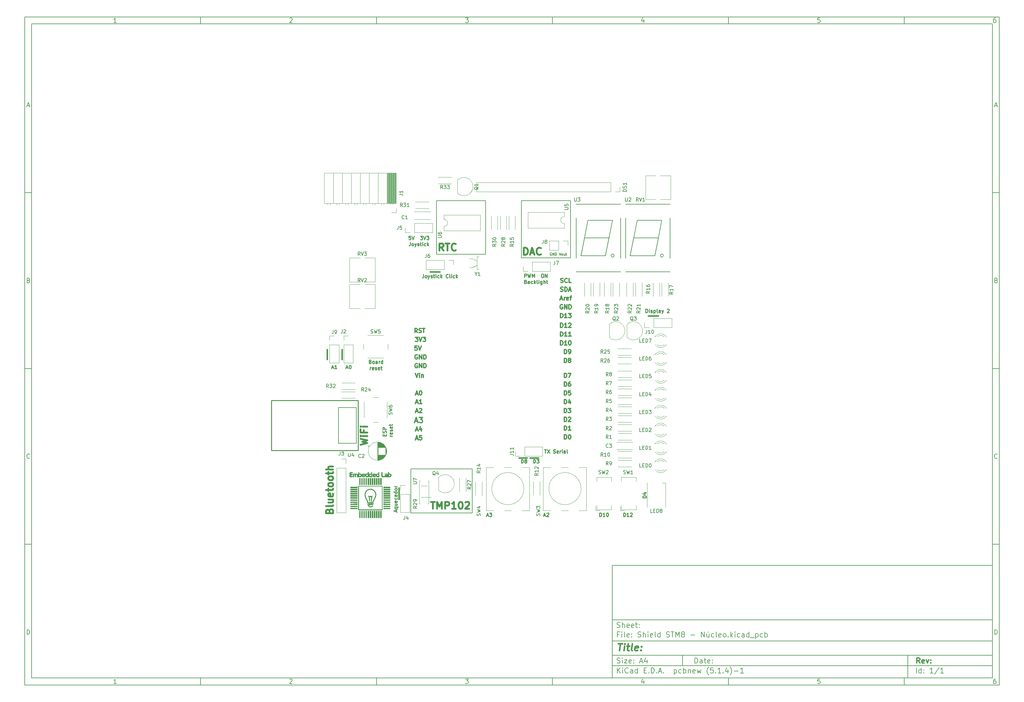
<source format=gbr>
G04 #@! TF.GenerationSoftware,KiCad,Pcbnew,(5.1.4)-1*
G04 #@! TF.CreationDate,2019-11-26T12:04:00-03:00*
G04 #@! TF.ProjectId,Shield STM8 - N_cleo,53686965-6c64-4205-9354-4d38202d204e,rev?*
G04 #@! TF.SameCoordinates,Original*
G04 #@! TF.FileFunction,Legend,Top*
G04 #@! TF.FilePolarity,Positive*
%FSLAX46Y46*%
G04 Gerber Fmt 4.6, Leading zero omitted, Abs format (unit mm)*
G04 Created by KiCad (PCBNEW (5.1.4)-1) date 2019-11-26 12:04:00*
%MOMM*%
%LPD*%
G04 APERTURE LIST*
%ADD10C,0.100000*%
%ADD11C,0.150000*%
%ADD12C,0.300000*%
%ADD13C,0.400000*%
%ADD14C,0.250000*%
%ADD15C,0.500000*%
%ADD16C,0.175000*%
%ADD17C,0.200000*%
%ADD18C,0.120000*%
%ADD19C,0.254000*%
%ADD20C,0.152400*%
%ADD21C,0.010000*%
G04 APERTURE END LIST*
D10*
D11*
X177002200Y-166007200D02*
X177002200Y-198007200D01*
X285002200Y-198007200D01*
X285002200Y-166007200D01*
X177002200Y-166007200D01*
D10*
D11*
X10000000Y-10000000D02*
X10000000Y-200007200D01*
X287002200Y-200007200D01*
X287002200Y-10000000D01*
X10000000Y-10000000D01*
D10*
D11*
X12000000Y-12000000D02*
X12000000Y-198007200D01*
X285002200Y-198007200D01*
X285002200Y-12000000D01*
X12000000Y-12000000D01*
D10*
D11*
X60000000Y-12000000D02*
X60000000Y-10000000D01*
D10*
D11*
X110000000Y-12000000D02*
X110000000Y-10000000D01*
D10*
D11*
X160000000Y-12000000D02*
X160000000Y-10000000D01*
D10*
D11*
X210000000Y-12000000D02*
X210000000Y-10000000D01*
D10*
D11*
X260000000Y-12000000D02*
X260000000Y-10000000D01*
D10*
D11*
X36065476Y-11588095D02*
X35322619Y-11588095D01*
X35694047Y-11588095D02*
X35694047Y-10288095D01*
X35570238Y-10473809D01*
X35446428Y-10597619D01*
X35322619Y-10659523D01*
D10*
D11*
X85322619Y-10411904D02*
X85384523Y-10350000D01*
X85508333Y-10288095D01*
X85817857Y-10288095D01*
X85941666Y-10350000D01*
X86003571Y-10411904D01*
X86065476Y-10535714D01*
X86065476Y-10659523D01*
X86003571Y-10845238D01*
X85260714Y-11588095D01*
X86065476Y-11588095D01*
D10*
D11*
X135260714Y-10288095D02*
X136065476Y-10288095D01*
X135632142Y-10783333D01*
X135817857Y-10783333D01*
X135941666Y-10845238D01*
X136003571Y-10907142D01*
X136065476Y-11030952D01*
X136065476Y-11340476D01*
X136003571Y-11464285D01*
X135941666Y-11526190D01*
X135817857Y-11588095D01*
X135446428Y-11588095D01*
X135322619Y-11526190D01*
X135260714Y-11464285D01*
D10*
D11*
X185941666Y-10721428D02*
X185941666Y-11588095D01*
X185632142Y-10226190D02*
X185322619Y-11154761D01*
X186127380Y-11154761D01*
D10*
D11*
X236003571Y-10288095D02*
X235384523Y-10288095D01*
X235322619Y-10907142D01*
X235384523Y-10845238D01*
X235508333Y-10783333D01*
X235817857Y-10783333D01*
X235941666Y-10845238D01*
X236003571Y-10907142D01*
X236065476Y-11030952D01*
X236065476Y-11340476D01*
X236003571Y-11464285D01*
X235941666Y-11526190D01*
X235817857Y-11588095D01*
X235508333Y-11588095D01*
X235384523Y-11526190D01*
X235322619Y-11464285D01*
D10*
D11*
X285941666Y-10288095D02*
X285694047Y-10288095D01*
X285570238Y-10350000D01*
X285508333Y-10411904D01*
X285384523Y-10597619D01*
X285322619Y-10845238D01*
X285322619Y-11340476D01*
X285384523Y-11464285D01*
X285446428Y-11526190D01*
X285570238Y-11588095D01*
X285817857Y-11588095D01*
X285941666Y-11526190D01*
X286003571Y-11464285D01*
X286065476Y-11340476D01*
X286065476Y-11030952D01*
X286003571Y-10907142D01*
X285941666Y-10845238D01*
X285817857Y-10783333D01*
X285570238Y-10783333D01*
X285446428Y-10845238D01*
X285384523Y-10907142D01*
X285322619Y-11030952D01*
D10*
D11*
X60000000Y-198007200D02*
X60000000Y-200007200D01*
D10*
D11*
X110000000Y-198007200D02*
X110000000Y-200007200D01*
D10*
D11*
X160000000Y-198007200D02*
X160000000Y-200007200D01*
D10*
D11*
X210000000Y-198007200D02*
X210000000Y-200007200D01*
D10*
D11*
X260000000Y-198007200D02*
X260000000Y-200007200D01*
D10*
D11*
X36065476Y-199595295D02*
X35322619Y-199595295D01*
X35694047Y-199595295D02*
X35694047Y-198295295D01*
X35570238Y-198481009D01*
X35446428Y-198604819D01*
X35322619Y-198666723D01*
D10*
D11*
X85322619Y-198419104D02*
X85384523Y-198357200D01*
X85508333Y-198295295D01*
X85817857Y-198295295D01*
X85941666Y-198357200D01*
X86003571Y-198419104D01*
X86065476Y-198542914D01*
X86065476Y-198666723D01*
X86003571Y-198852438D01*
X85260714Y-199595295D01*
X86065476Y-199595295D01*
D10*
D11*
X135260714Y-198295295D02*
X136065476Y-198295295D01*
X135632142Y-198790533D01*
X135817857Y-198790533D01*
X135941666Y-198852438D01*
X136003571Y-198914342D01*
X136065476Y-199038152D01*
X136065476Y-199347676D01*
X136003571Y-199471485D01*
X135941666Y-199533390D01*
X135817857Y-199595295D01*
X135446428Y-199595295D01*
X135322619Y-199533390D01*
X135260714Y-199471485D01*
D10*
D11*
X185941666Y-198728628D02*
X185941666Y-199595295D01*
X185632142Y-198233390D02*
X185322619Y-199161961D01*
X186127380Y-199161961D01*
D10*
D11*
X236003571Y-198295295D02*
X235384523Y-198295295D01*
X235322619Y-198914342D01*
X235384523Y-198852438D01*
X235508333Y-198790533D01*
X235817857Y-198790533D01*
X235941666Y-198852438D01*
X236003571Y-198914342D01*
X236065476Y-199038152D01*
X236065476Y-199347676D01*
X236003571Y-199471485D01*
X235941666Y-199533390D01*
X235817857Y-199595295D01*
X235508333Y-199595295D01*
X235384523Y-199533390D01*
X235322619Y-199471485D01*
D10*
D11*
X285941666Y-198295295D02*
X285694047Y-198295295D01*
X285570238Y-198357200D01*
X285508333Y-198419104D01*
X285384523Y-198604819D01*
X285322619Y-198852438D01*
X285322619Y-199347676D01*
X285384523Y-199471485D01*
X285446428Y-199533390D01*
X285570238Y-199595295D01*
X285817857Y-199595295D01*
X285941666Y-199533390D01*
X286003571Y-199471485D01*
X286065476Y-199347676D01*
X286065476Y-199038152D01*
X286003571Y-198914342D01*
X285941666Y-198852438D01*
X285817857Y-198790533D01*
X285570238Y-198790533D01*
X285446428Y-198852438D01*
X285384523Y-198914342D01*
X285322619Y-199038152D01*
D10*
D11*
X10000000Y-60000000D02*
X12000000Y-60000000D01*
D10*
D11*
X10000000Y-110000000D02*
X12000000Y-110000000D01*
D10*
D11*
X10000000Y-160000000D02*
X12000000Y-160000000D01*
D10*
D11*
X10690476Y-35216666D02*
X11309523Y-35216666D01*
X10566666Y-35588095D02*
X11000000Y-34288095D01*
X11433333Y-35588095D01*
D10*
D11*
X11092857Y-84907142D02*
X11278571Y-84969047D01*
X11340476Y-85030952D01*
X11402380Y-85154761D01*
X11402380Y-85340476D01*
X11340476Y-85464285D01*
X11278571Y-85526190D01*
X11154761Y-85588095D01*
X10659523Y-85588095D01*
X10659523Y-84288095D01*
X11092857Y-84288095D01*
X11216666Y-84350000D01*
X11278571Y-84411904D01*
X11340476Y-84535714D01*
X11340476Y-84659523D01*
X11278571Y-84783333D01*
X11216666Y-84845238D01*
X11092857Y-84907142D01*
X10659523Y-84907142D01*
D10*
D11*
X11402380Y-135464285D02*
X11340476Y-135526190D01*
X11154761Y-135588095D01*
X11030952Y-135588095D01*
X10845238Y-135526190D01*
X10721428Y-135402380D01*
X10659523Y-135278571D01*
X10597619Y-135030952D01*
X10597619Y-134845238D01*
X10659523Y-134597619D01*
X10721428Y-134473809D01*
X10845238Y-134350000D01*
X11030952Y-134288095D01*
X11154761Y-134288095D01*
X11340476Y-134350000D01*
X11402380Y-134411904D01*
D10*
D11*
X10659523Y-185588095D02*
X10659523Y-184288095D01*
X10969047Y-184288095D01*
X11154761Y-184350000D01*
X11278571Y-184473809D01*
X11340476Y-184597619D01*
X11402380Y-184845238D01*
X11402380Y-185030952D01*
X11340476Y-185278571D01*
X11278571Y-185402380D01*
X11154761Y-185526190D01*
X10969047Y-185588095D01*
X10659523Y-185588095D01*
D10*
D11*
X287002200Y-60000000D02*
X285002200Y-60000000D01*
D10*
D11*
X287002200Y-110000000D02*
X285002200Y-110000000D01*
D10*
D11*
X287002200Y-160000000D02*
X285002200Y-160000000D01*
D10*
D11*
X285692676Y-35216666D02*
X286311723Y-35216666D01*
X285568866Y-35588095D02*
X286002200Y-34288095D01*
X286435533Y-35588095D01*
D10*
D11*
X286095057Y-84907142D02*
X286280771Y-84969047D01*
X286342676Y-85030952D01*
X286404580Y-85154761D01*
X286404580Y-85340476D01*
X286342676Y-85464285D01*
X286280771Y-85526190D01*
X286156961Y-85588095D01*
X285661723Y-85588095D01*
X285661723Y-84288095D01*
X286095057Y-84288095D01*
X286218866Y-84350000D01*
X286280771Y-84411904D01*
X286342676Y-84535714D01*
X286342676Y-84659523D01*
X286280771Y-84783333D01*
X286218866Y-84845238D01*
X286095057Y-84907142D01*
X285661723Y-84907142D01*
D10*
D11*
X286404580Y-135464285D02*
X286342676Y-135526190D01*
X286156961Y-135588095D01*
X286033152Y-135588095D01*
X285847438Y-135526190D01*
X285723628Y-135402380D01*
X285661723Y-135278571D01*
X285599819Y-135030952D01*
X285599819Y-134845238D01*
X285661723Y-134597619D01*
X285723628Y-134473809D01*
X285847438Y-134350000D01*
X286033152Y-134288095D01*
X286156961Y-134288095D01*
X286342676Y-134350000D01*
X286404580Y-134411904D01*
D10*
D11*
X285661723Y-185588095D02*
X285661723Y-184288095D01*
X285971247Y-184288095D01*
X286156961Y-184350000D01*
X286280771Y-184473809D01*
X286342676Y-184597619D01*
X286404580Y-184845238D01*
X286404580Y-185030952D01*
X286342676Y-185278571D01*
X286280771Y-185402380D01*
X286156961Y-185526190D01*
X285971247Y-185588095D01*
X285661723Y-185588095D01*
D10*
D11*
X200434342Y-193785771D02*
X200434342Y-192285771D01*
X200791485Y-192285771D01*
X201005771Y-192357200D01*
X201148628Y-192500057D01*
X201220057Y-192642914D01*
X201291485Y-192928628D01*
X201291485Y-193142914D01*
X201220057Y-193428628D01*
X201148628Y-193571485D01*
X201005771Y-193714342D01*
X200791485Y-193785771D01*
X200434342Y-193785771D01*
X202577200Y-193785771D02*
X202577200Y-193000057D01*
X202505771Y-192857200D01*
X202362914Y-192785771D01*
X202077200Y-192785771D01*
X201934342Y-192857200D01*
X202577200Y-193714342D02*
X202434342Y-193785771D01*
X202077200Y-193785771D01*
X201934342Y-193714342D01*
X201862914Y-193571485D01*
X201862914Y-193428628D01*
X201934342Y-193285771D01*
X202077200Y-193214342D01*
X202434342Y-193214342D01*
X202577200Y-193142914D01*
X203077200Y-192785771D02*
X203648628Y-192785771D01*
X203291485Y-192285771D02*
X203291485Y-193571485D01*
X203362914Y-193714342D01*
X203505771Y-193785771D01*
X203648628Y-193785771D01*
X204720057Y-193714342D02*
X204577200Y-193785771D01*
X204291485Y-193785771D01*
X204148628Y-193714342D01*
X204077200Y-193571485D01*
X204077200Y-193000057D01*
X204148628Y-192857200D01*
X204291485Y-192785771D01*
X204577200Y-192785771D01*
X204720057Y-192857200D01*
X204791485Y-193000057D01*
X204791485Y-193142914D01*
X204077200Y-193285771D01*
X205434342Y-193642914D02*
X205505771Y-193714342D01*
X205434342Y-193785771D01*
X205362914Y-193714342D01*
X205434342Y-193642914D01*
X205434342Y-193785771D01*
X205434342Y-192857200D02*
X205505771Y-192928628D01*
X205434342Y-193000057D01*
X205362914Y-192928628D01*
X205434342Y-192857200D01*
X205434342Y-193000057D01*
D10*
D11*
X177002200Y-194507200D02*
X285002200Y-194507200D01*
D10*
D11*
X178434342Y-196585771D02*
X178434342Y-195085771D01*
X179291485Y-196585771D02*
X178648628Y-195728628D01*
X179291485Y-195085771D02*
X178434342Y-195942914D01*
X179934342Y-196585771D02*
X179934342Y-195585771D01*
X179934342Y-195085771D02*
X179862914Y-195157200D01*
X179934342Y-195228628D01*
X180005771Y-195157200D01*
X179934342Y-195085771D01*
X179934342Y-195228628D01*
X181505771Y-196442914D02*
X181434342Y-196514342D01*
X181220057Y-196585771D01*
X181077200Y-196585771D01*
X180862914Y-196514342D01*
X180720057Y-196371485D01*
X180648628Y-196228628D01*
X180577200Y-195942914D01*
X180577200Y-195728628D01*
X180648628Y-195442914D01*
X180720057Y-195300057D01*
X180862914Y-195157200D01*
X181077200Y-195085771D01*
X181220057Y-195085771D01*
X181434342Y-195157200D01*
X181505771Y-195228628D01*
X182791485Y-196585771D02*
X182791485Y-195800057D01*
X182720057Y-195657200D01*
X182577200Y-195585771D01*
X182291485Y-195585771D01*
X182148628Y-195657200D01*
X182791485Y-196514342D02*
X182648628Y-196585771D01*
X182291485Y-196585771D01*
X182148628Y-196514342D01*
X182077200Y-196371485D01*
X182077200Y-196228628D01*
X182148628Y-196085771D01*
X182291485Y-196014342D01*
X182648628Y-196014342D01*
X182791485Y-195942914D01*
X184148628Y-196585771D02*
X184148628Y-195085771D01*
X184148628Y-196514342D02*
X184005771Y-196585771D01*
X183720057Y-196585771D01*
X183577200Y-196514342D01*
X183505771Y-196442914D01*
X183434342Y-196300057D01*
X183434342Y-195871485D01*
X183505771Y-195728628D01*
X183577200Y-195657200D01*
X183720057Y-195585771D01*
X184005771Y-195585771D01*
X184148628Y-195657200D01*
X186005771Y-195800057D02*
X186505771Y-195800057D01*
X186720057Y-196585771D02*
X186005771Y-196585771D01*
X186005771Y-195085771D01*
X186720057Y-195085771D01*
X187362914Y-196442914D02*
X187434342Y-196514342D01*
X187362914Y-196585771D01*
X187291485Y-196514342D01*
X187362914Y-196442914D01*
X187362914Y-196585771D01*
X188077200Y-196585771D02*
X188077200Y-195085771D01*
X188434342Y-195085771D01*
X188648628Y-195157200D01*
X188791485Y-195300057D01*
X188862914Y-195442914D01*
X188934342Y-195728628D01*
X188934342Y-195942914D01*
X188862914Y-196228628D01*
X188791485Y-196371485D01*
X188648628Y-196514342D01*
X188434342Y-196585771D01*
X188077200Y-196585771D01*
X189577200Y-196442914D02*
X189648628Y-196514342D01*
X189577200Y-196585771D01*
X189505771Y-196514342D01*
X189577200Y-196442914D01*
X189577200Y-196585771D01*
X190220057Y-196157200D02*
X190934342Y-196157200D01*
X190077200Y-196585771D02*
X190577200Y-195085771D01*
X191077200Y-196585771D01*
X191577200Y-196442914D02*
X191648628Y-196514342D01*
X191577200Y-196585771D01*
X191505771Y-196514342D01*
X191577200Y-196442914D01*
X191577200Y-196585771D01*
X194577200Y-195585771D02*
X194577200Y-197085771D01*
X194577200Y-195657200D02*
X194720057Y-195585771D01*
X195005771Y-195585771D01*
X195148628Y-195657200D01*
X195220057Y-195728628D01*
X195291485Y-195871485D01*
X195291485Y-196300057D01*
X195220057Y-196442914D01*
X195148628Y-196514342D01*
X195005771Y-196585771D01*
X194720057Y-196585771D01*
X194577200Y-196514342D01*
X196577200Y-196514342D02*
X196434342Y-196585771D01*
X196148628Y-196585771D01*
X196005771Y-196514342D01*
X195934342Y-196442914D01*
X195862914Y-196300057D01*
X195862914Y-195871485D01*
X195934342Y-195728628D01*
X196005771Y-195657200D01*
X196148628Y-195585771D01*
X196434342Y-195585771D01*
X196577200Y-195657200D01*
X197220057Y-196585771D02*
X197220057Y-195085771D01*
X197220057Y-195657200D02*
X197362914Y-195585771D01*
X197648628Y-195585771D01*
X197791485Y-195657200D01*
X197862914Y-195728628D01*
X197934342Y-195871485D01*
X197934342Y-196300057D01*
X197862914Y-196442914D01*
X197791485Y-196514342D01*
X197648628Y-196585771D01*
X197362914Y-196585771D01*
X197220057Y-196514342D01*
X198577200Y-195585771D02*
X198577200Y-196585771D01*
X198577200Y-195728628D02*
X198648628Y-195657200D01*
X198791485Y-195585771D01*
X199005771Y-195585771D01*
X199148628Y-195657200D01*
X199220057Y-195800057D01*
X199220057Y-196585771D01*
X200505771Y-196514342D02*
X200362914Y-196585771D01*
X200077200Y-196585771D01*
X199934342Y-196514342D01*
X199862914Y-196371485D01*
X199862914Y-195800057D01*
X199934342Y-195657200D01*
X200077200Y-195585771D01*
X200362914Y-195585771D01*
X200505771Y-195657200D01*
X200577200Y-195800057D01*
X200577200Y-195942914D01*
X199862914Y-196085771D01*
X201077200Y-195585771D02*
X201362914Y-196585771D01*
X201648628Y-195871485D01*
X201934342Y-196585771D01*
X202220057Y-195585771D01*
X204362914Y-197157200D02*
X204291485Y-197085771D01*
X204148628Y-196871485D01*
X204077200Y-196728628D01*
X204005771Y-196514342D01*
X203934342Y-196157200D01*
X203934342Y-195871485D01*
X204005771Y-195514342D01*
X204077200Y-195300057D01*
X204148628Y-195157200D01*
X204291485Y-194942914D01*
X204362914Y-194871485D01*
X205648628Y-195085771D02*
X204934342Y-195085771D01*
X204862914Y-195800057D01*
X204934342Y-195728628D01*
X205077200Y-195657200D01*
X205434342Y-195657200D01*
X205577200Y-195728628D01*
X205648628Y-195800057D01*
X205720057Y-195942914D01*
X205720057Y-196300057D01*
X205648628Y-196442914D01*
X205577200Y-196514342D01*
X205434342Y-196585771D01*
X205077200Y-196585771D01*
X204934342Y-196514342D01*
X204862914Y-196442914D01*
X206362914Y-196442914D02*
X206434342Y-196514342D01*
X206362914Y-196585771D01*
X206291485Y-196514342D01*
X206362914Y-196442914D01*
X206362914Y-196585771D01*
X207862914Y-196585771D02*
X207005771Y-196585771D01*
X207434342Y-196585771D02*
X207434342Y-195085771D01*
X207291485Y-195300057D01*
X207148628Y-195442914D01*
X207005771Y-195514342D01*
X208505771Y-196442914D02*
X208577200Y-196514342D01*
X208505771Y-196585771D01*
X208434342Y-196514342D01*
X208505771Y-196442914D01*
X208505771Y-196585771D01*
X209862914Y-195585771D02*
X209862914Y-196585771D01*
X209505771Y-195014342D02*
X209148628Y-196085771D01*
X210077200Y-196085771D01*
X210505771Y-197157200D02*
X210577200Y-197085771D01*
X210720057Y-196871485D01*
X210791485Y-196728628D01*
X210862914Y-196514342D01*
X210934342Y-196157200D01*
X210934342Y-195871485D01*
X210862914Y-195514342D01*
X210791485Y-195300057D01*
X210720057Y-195157200D01*
X210577200Y-194942914D01*
X210505771Y-194871485D01*
X211648628Y-196014342D02*
X212791485Y-196014342D01*
X214291485Y-196585771D02*
X213434342Y-196585771D01*
X213862914Y-196585771D02*
X213862914Y-195085771D01*
X213720057Y-195300057D01*
X213577200Y-195442914D01*
X213434342Y-195514342D01*
D10*
D11*
X177002200Y-191507200D02*
X285002200Y-191507200D01*
D10*
D12*
X264411485Y-193785771D02*
X263911485Y-193071485D01*
X263554342Y-193785771D02*
X263554342Y-192285771D01*
X264125771Y-192285771D01*
X264268628Y-192357200D01*
X264340057Y-192428628D01*
X264411485Y-192571485D01*
X264411485Y-192785771D01*
X264340057Y-192928628D01*
X264268628Y-193000057D01*
X264125771Y-193071485D01*
X263554342Y-193071485D01*
X265625771Y-193714342D02*
X265482914Y-193785771D01*
X265197200Y-193785771D01*
X265054342Y-193714342D01*
X264982914Y-193571485D01*
X264982914Y-193000057D01*
X265054342Y-192857200D01*
X265197200Y-192785771D01*
X265482914Y-192785771D01*
X265625771Y-192857200D01*
X265697200Y-193000057D01*
X265697200Y-193142914D01*
X264982914Y-193285771D01*
X266197200Y-192785771D02*
X266554342Y-193785771D01*
X266911485Y-192785771D01*
X267482914Y-193642914D02*
X267554342Y-193714342D01*
X267482914Y-193785771D01*
X267411485Y-193714342D01*
X267482914Y-193642914D01*
X267482914Y-193785771D01*
X267482914Y-192857200D02*
X267554342Y-192928628D01*
X267482914Y-193000057D01*
X267411485Y-192928628D01*
X267482914Y-192857200D01*
X267482914Y-193000057D01*
D10*
D11*
X178362914Y-193714342D02*
X178577200Y-193785771D01*
X178934342Y-193785771D01*
X179077200Y-193714342D01*
X179148628Y-193642914D01*
X179220057Y-193500057D01*
X179220057Y-193357200D01*
X179148628Y-193214342D01*
X179077200Y-193142914D01*
X178934342Y-193071485D01*
X178648628Y-193000057D01*
X178505771Y-192928628D01*
X178434342Y-192857200D01*
X178362914Y-192714342D01*
X178362914Y-192571485D01*
X178434342Y-192428628D01*
X178505771Y-192357200D01*
X178648628Y-192285771D01*
X179005771Y-192285771D01*
X179220057Y-192357200D01*
X179862914Y-193785771D02*
X179862914Y-192785771D01*
X179862914Y-192285771D02*
X179791485Y-192357200D01*
X179862914Y-192428628D01*
X179934342Y-192357200D01*
X179862914Y-192285771D01*
X179862914Y-192428628D01*
X180434342Y-192785771D02*
X181220057Y-192785771D01*
X180434342Y-193785771D01*
X181220057Y-193785771D01*
X182362914Y-193714342D02*
X182220057Y-193785771D01*
X181934342Y-193785771D01*
X181791485Y-193714342D01*
X181720057Y-193571485D01*
X181720057Y-193000057D01*
X181791485Y-192857200D01*
X181934342Y-192785771D01*
X182220057Y-192785771D01*
X182362914Y-192857200D01*
X182434342Y-193000057D01*
X182434342Y-193142914D01*
X181720057Y-193285771D01*
X183077200Y-193642914D02*
X183148628Y-193714342D01*
X183077200Y-193785771D01*
X183005771Y-193714342D01*
X183077200Y-193642914D01*
X183077200Y-193785771D01*
X183077200Y-192857200D02*
X183148628Y-192928628D01*
X183077200Y-193000057D01*
X183005771Y-192928628D01*
X183077200Y-192857200D01*
X183077200Y-193000057D01*
X184862914Y-193357200D02*
X185577200Y-193357200D01*
X184720057Y-193785771D02*
X185220057Y-192285771D01*
X185720057Y-193785771D01*
X186862914Y-192785771D02*
X186862914Y-193785771D01*
X186505771Y-192214342D02*
X186148628Y-193285771D01*
X187077200Y-193285771D01*
D10*
D11*
X263434342Y-196585771D02*
X263434342Y-195085771D01*
X264791485Y-196585771D02*
X264791485Y-195085771D01*
X264791485Y-196514342D02*
X264648628Y-196585771D01*
X264362914Y-196585771D01*
X264220057Y-196514342D01*
X264148628Y-196442914D01*
X264077200Y-196300057D01*
X264077200Y-195871485D01*
X264148628Y-195728628D01*
X264220057Y-195657200D01*
X264362914Y-195585771D01*
X264648628Y-195585771D01*
X264791485Y-195657200D01*
X265505771Y-196442914D02*
X265577200Y-196514342D01*
X265505771Y-196585771D01*
X265434342Y-196514342D01*
X265505771Y-196442914D01*
X265505771Y-196585771D01*
X265505771Y-195657200D02*
X265577200Y-195728628D01*
X265505771Y-195800057D01*
X265434342Y-195728628D01*
X265505771Y-195657200D01*
X265505771Y-195800057D01*
X268148628Y-196585771D02*
X267291485Y-196585771D01*
X267720057Y-196585771D02*
X267720057Y-195085771D01*
X267577200Y-195300057D01*
X267434342Y-195442914D01*
X267291485Y-195514342D01*
X269862914Y-195014342D02*
X268577200Y-196942914D01*
X271148628Y-196585771D02*
X270291485Y-196585771D01*
X270720057Y-196585771D02*
X270720057Y-195085771D01*
X270577200Y-195300057D01*
X270434342Y-195442914D01*
X270291485Y-195514342D01*
D10*
D11*
X177002200Y-187507200D02*
X285002200Y-187507200D01*
D10*
D13*
X178714580Y-188211961D02*
X179857438Y-188211961D01*
X179036009Y-190211961D02*
X179286009Y-188211961D01*
X180274104Y-190211961D02*
X180440771Y-188878628D01*
X180524104Y-188211961D02*
X180416961Y-188307200D01*
X180500295Y-188402438D01*
X180607438Y-188307200D01*
X180524104Y-188211961D01*
X180500295Y-188402438D01*
X181107438Y-188878628D02*
X181869342Y-188878628D01*
X181476485Y-188211961D02*
X181262200Y-189926247D01*
X181333628Y-190116723D01*
X181512200Y-190211961D01*
X181702676Y-190211961D01*
X182655057Y-190211961D02*
X182476485Y-190116723D01*
X182405057Y-189926247D01*
X182619342Y-188211961D01*
X184190771Y-190116723D02*
X183988390Y-190211961D01*
X183607438Y-190211961D01*
X183428866Y-190116723D01*
X183357438Y-189926247D01*
X183452676Y-189164342D01*
X183571723Y-188973866D01*
X183774104Y-188878628D01*
X184155057Y-188878628D01*
X184333628Y-188973866D01*
X184405057Y-189164342D01*
X184381247Y-189354819D01*
X183405057Y-189545295D01*
X185155057Y-190021485D02*
X185238390Y-190116723D01*
X185131247Y-190211961D01*
X185047914Y-190116723D01*
X185155057Y-190021485D01*
X185131247Y-190211961D01*
X185286009Y-188973866D02*
X185369342Y-189069104D01*
X185262200Y-189164342D01*
X185178866Y-189069104D01*
X185286009Y-188973866D01*
X185262200Y-189164342D01*
D10*
D11*
X178934342Y-185600057D02*
X178434342Y-185600057D01*
X178434342Y-186385771D02*
X178434342Y-184885771D01*
X179148628Y-184885771D01*
X179720057Y-186385771D02*
X179720057Y-185385771D01*
X179720057Y-184885771D02*
X179648628Y-184957200D01*
X179720057Y-185028628D01*
X179791485Y-184957200D01*
X179720057Y-184885771D01*
X179720057Y-185028628D01*
X180648628Y-186385771D02*
X180505771Y-186314342D01*
X180434342Y-186171485D01*
X180434342Y-184885771D01*
X181791485Y-186314342D02*
X181648628Y-186385771D01*
X181362914Y-186385771D01*
X181220057Y-186314342D01*
X181148628Y-186171485D01*
X181148628Y-185600057D01*
X181220057Y-185457200D01*
X181362914Y-185385771D01*
X181648628Y-185385771D01*
X181791485Y-185457200D01*
X181862914Y-185600057D01*
X181862914Y-185742914D01*
X181148628Y-185885771D01*
X182505771Y-186242914D02*
X182577200Y-186314342D01*
X182505771Y-186385771D01*
X182434342Y-186314342D01*
X182505771Y-186242914D01*
X182505771Y-186385771D01*
X182505771Y-185457200D02*
X182577200Y-185528628D01*
X182505771Y-185600057D01*
X182434342Y-185528628D01*
X182505771Y-185457200D01*
X182505771Y-185600057D01*
X184291485Y-186314342D02*
X184505771Y-186385771D01*
X184862914Y-186385771D01*
X185005771Y-186314342D01*
X185077200Y-186242914D01*
X185148628Y-186100057D01*
X185148628Y-185957200D01*
X185077200Y-185814342D01*
X185005771Y-185742914D01*
X184862914Y-185671485D01*
X184577200Y-185600057D01*
X184434342Y-185528628D01*
X184362914Y-185457200D01*
X184291485Y-185314342D01*
X184291485Y-185171485D01*
X184362914Y-185028628D01*
X184434342Y-184957200D01*
X184577200Y-184885771D01*
X184934342Y-184885771D01*
X185148628Y-184957200D01*
X185791485Y-186385771D02*
X185791485Y-184885771D01*
X186434342Y-186385771D02*
X186434342Y-185600057D01*
X186362914Y-185457200D01*
X186220057Y-185385771D01*
X186005771Y-185385771D01*
X185862914Y-185457200D01*
X185791485Y-185528628D01*
X187148628Y-186385771D02*
X187148628Y-185385771D01*
X187148628Y-184885771D02*
X187077200Y-184957200D01*
X187148628Y-185028628D01*
X187220057Y-184957200D01*
X187148628Y-184885771D01*
X187148628Y-185028628D01*
X188434342Y-186314342D02*
X188291485Y-186385771D01*
X188005771Y-186385771D01*
X187862914Y-186314342D01*
X187791485Y-186171485D01*
X187791485Y-185600057D01*
X187862914Y-185457200D01*
X188005771Y-185385771D01*
X188291485Y-185385771D01*
X188434342Y-185457200D01*
X188505771Y-185600057D01*
X188505771Y-185742914D01*
X187791485Y-185885771D01*
X189362914Y-186385771D02*
X189220057Y-186314342D01*
X189148628Y-186171485D01*
X189148628Y-184885771D01*
X190577200Y-186385771D02*
X190577200Y-184885771D01*
X190577200Y-186314342D02*
X190434342Y-186385771D01*
X190148628Y-186385771D01*
X190005771Y-186314342D01*
X189934342Y-186242914D01*
X189862914Y-186100057D01*
X189862914Y-185671485D01*
X189934342Y-185528628D01*
X190005771Y-185457200D01*
X190148628Y-185385771D01*
X190434342Y-185385771D01*
X190577200Y-185457200D01*
X192362914Y-186314342D02*
X192577200Y-186385771D01*
X192934342Y-186385771D01*
X193077200Y-186314342D01*
X193148628Y-186242914D01*
X193220057Y-186100057D01*
X193220057Y-185957200D01*
X193148628Y-185814342D01*
X193077200Y-185742914D01*
X192934342Y-185671485D01*
X192648628Y-185600057D01*
X192505771Y-185528628D01*
X192434342Y-185457200D01*
X192362914Y-185314342D01*
X192362914Y-185171485D01*
X192434342Y-185028628D01*
X192505771Y-184957200D01*
X192648628Y-184885771D01*
X193005771Y-184885771D01*
X193220057Y-184957200D01*
X193648628Y-184885771D02*
X194505771Y-184885771D01*
X194077200Y-186385771D02*
X194077200Y-184885771D01*
X195005771Y-186385771D02*
X195005771Y-184885771D01*
X195505771Y-185957200D01*
X196005771Y-184885771D01*
X196005771Y-186385771D01*
X196934342Y-185528628D02*
X196791485Y-185457200D01*
X196720057Y-185385771D01*
X196648628Y-185242914D01*
X196648628Y-185171485D01*
X196720057Y-185028628D01*
X196791485Y-184957200D01*
X196934342Y-184885771D01*
X197220057Y-184885771D01*
X197362914Y-184957200D01*
X197434342Y-185028628D01*
X197505771Y-185171485D01*
X197505771Y-185242914D01*
X197434342Y-185385771D01*
X197362914Y-185457200D01*
X197220057Y-185528628D01*
X196934342Y-185528628D01*
X196791485Y-185600057D01*
X196720057Y-185671485D01*
X196648628Y-185814342D01*
X196648628Y-186100057D01*
X196720057Y-186242914D01*
X196791485Y-186314342D01*
X196934342Y-186385771D01*
X197220057Y-186385771D01*
X197362914Y-186314342D01*
X197434342Y-186242914D01*
X197505771Y-186100057D01*
X197505771Y-185814342D01*
X197434342Y-185671485D01*
X197362914Y-185600057D01*
X197220057Y-185528628D01*
X199291485Y-185814342D02*
X200434342Y-185814342D01*
X202291485Y-186385771D02*
X202291485Y-184885771D01*
X203148628Y-186385771D01*
X203148628Y-184885771D01*
X204505771Y-185385771D02*
X204505771Y-186385771D01*
X203862914Y-185385771D02*
X203862914Y-186171485D01*
X203934342Y-186314342D01*
X204077200Y-186385771D01*
X204291485Y-186385771D01*
X204434342Y-186314342D01*
X204505771Y-186242914D01*
X204362914Y-184814342D02*
X204148628Y-185028628D01*
X205862914Y-186314342D02*
X205720057Y-186385771D01*
X205434342Y-186385771D01*
X205291485Y-186314342D01*
X205220057Y-186242914D01*
X205148628Y-186100057D01*
X205148628Y-185671485D01*
X205220057Y-185528628D01*
X205291485Y-185457200D01*
X205434342Y-185385771D01*
X205720057Y-185385771D01*
X205862914Y-185457200D01*
X206720057Y-186385771D02*
X206577200Y-186314342D01*
X206505771Y-186171485D01*
X206505771Y-184885771D01*
X207862914Y-186314342D02*
X207720057Y-186385771D01*
X207434342Y-186385771D01*
X207291485Y-186314342D01*
X207220057Y-186171485D01*
X207220057Y-185600057D01*
X207291485Y-185457200D01*
X207434342Y-185385771D01*
X207720057Y-185385771D01*
X207862914Y-185457200D01*
X207934342Y-185600057D01*
X207934342Y-185742914D01*
X207220057Y-185885771D01*
X208791485Y-186385771D02*
X208648628Y-186314342D01*
X208577200Y-186242914D01*
X208505771Y-186100057D01*
X208505771Y-185671485D01*
X208577200Y-185528628D01*
X208648628Y-185457200D01*
X208791485Y-185385771D01*
X209005771Y-185385771D01*
X209148628Y-185457200D01*
X209220057Y-185528628D01*
X209291485Y-185671485D01*
X209291485Y-186100057D01*
X209220057Y-186242914D01*
X209148628Y-186314342D01*
X209005771Y-186385771D01*
X208791485Y-186385771D01*
X209934342Y-186242914D02*
X210005771Y-186314342D01*
X209934342Y-186385771D01*
X209862914Y-186314342D01*
X209934342Y-186242914D01*
X209934342Y-186385771D01*
X210648628Y-186385771D02*
X210648628Y-184885771D01*
X210791485Y-185814342D02*
X211220057Y-186385771D01*
X211220057Y-185385771D02*
X210648628Y-185957200D01*
X211862914Y-186385771D02*
X211862914Y-185385771D01*
X211862914Y-184885771D02*
X211791485Y-184957200D01*
X211862914Y-185028628D01*
X211934342Y-184957200D01*
X211862914Y-184885771D01*
X211862914Y-185028628D01*
X213220057Y-186314342D02*
X213077200Y-186385771D01*
X212791485Y-186385771D01*
X212648628Y-186314342D01*
X212577200Y-186242914D01*
X212505771Y-186100057D01*
X212505771Y-185671485D01*
X212577200Y-185528628D01*
X212648628Y-185457200D01*
X212791485Y-185385771D01*
X213077200Y-185385771D01*
X213220057Y-185457200D01*
X214505771Y-186385771D02*
X214505771Y-185600057D01*
X214434342Y-185457200D01*
X214291485Y-185385771D01*
X214005771Y-185385771D01*
X213862914Y-185457200D01*
X214505771Y-186314342D02*
X214362914Y-186385771D01*
X214005771Y-186385771D01*
X213862914Y-186314342D01*
X213791485Y-186171485D01*
X213791485Y-186028628D01*
X213862914Y-185885771D01*
X214005771Y-185814342D01*
X214362914Y-185814342D01*
X214505771Y-185742914D01*
X215862914Y-186385771D02*
X215862914Y-184885771D01*
X215862914Y-186314342D02*
X215720057Y-186385771D01*
X215434342Y-186385771D01*
X215291485Y-186314342D01*
X215220057Y-186242914D01*
X215148628Y-186100057D01*
X215148628Y-185671485D01*
X215220057Y-185528628D01*
X215291485Y-185457200D01*
X215434342Y-185385771D01*
X215720057Y-185385771D01*
X215862914Y-185457200D01*
X216220057Y-186528628D02*
X217362914Y-186528628D01*
X217720057Y-185385771D02*
X217720057Y-186885771D01*
X217720057Y-185457200D02*
X217862914Y-185385771D01*
X218148628Y-185385771D01*
X218291485Y-185457200D01*
X218362914Y-185528628D01*
X218434342Y-185671485D01*
X218434342Y-186100057D01*
X218362914Y-186242914D01*
X218291485Y-186314342D01*
X218148628Y-186385771D01*
X217862914Y-186385771D01*
X217720057Y-186314342D01*
X219720057Y-186314342D02*
X219577200Y-186385771D01*
X219291485Y-186385771D01*
X219148628Y-186314342D01*
X219077200Y-186242914D01*
X219005771Y-186100057D01*
X219005771Y-185671485D01*
X219077200Y-185528628D01*
X219148628Y-185457200D01*
X219291485Y-185385771D01*
X219577200Y-185385771D01*
X219720057Y-185457200D01*
X220362914Y-186385771D02*
X220362914Y-184885771D01*
X220362914Y-185457200D02*
X220505771Y-185385771D01*
X220791485Y-185385771D01*
X220934342Y-185457200D01*
X221005771Y-185528628D01*
X221077200Y-185671485D01*
X221077200Y-186100057D01*
X221005771Y-186242914D01*
X220934342Y-186314342D01*
X220791485Y-186385771D01*
X220505771Y-186385771D01*
X220362914Y-186314342D01*
D10*
D11*
X177002200Y-181507200D02*
X285002200Y-181507200D01*
D10*
D11*
X178362914Y-183614342D02*
X178577200Y-183685771D01*
X178934342Y-183685771D01*
X179077200Y-183614342D01*
X179148628Y-183542914D01*
X179220057Y-183400057D01*
X179220057Y-183257200D01*
X179148628Y-183114342D01*
X179077200Y-183042914D01*
X178934342Y-182971485D01*
X178648628Y-182900057D01*
X178505771Y-182828628D01*
X178434342Y-182757200D01*
X178362914Y-182614342D01*
X178362914Y-182471485D01*
X178434342Y-182328628D01*
X178505771Y-182257200D01*
X178648628Y-182185771D01*
X179005771Y-182185771D01*
X179220057Y-182257200D01*
X179862914Y-183685771D02*
X179862914Y-182185771D01*
X180505771Y-183685771D02*
X180505771Y-182900057D01*
X180434342Y-182757200D01*
X180291485Y-182685771D01*
X180077200Y-182685771D01*
X179934342Y-182757200D01*
X179862914Y-182828628D01*
X181791485Y-183614342D02*
X181648628Y-183685771D01*
X181362914Y-183685771D01*
X181220057Y-183614342D01*
X181148628Y-183471485D01*
X181148628Y-182900057D01*
X181220057Y-182757200D01*
X181362914Y-182685771D01*
X181648628Y-182685771D01*
X181791485Y-182757200D01*
X181862914Y-182900057D01*
X181862914Y-183042914D01*
X181148628Y-183185771D01*
X183077200Y-183614342D02*
X182934342Y-183685771D01*
X182648628Y-183685771D01*
X182505771Y-183614342D01*
X182434342Y-183471485D01*
X182434342Y-182900057D01*
X182505771Y-182757200D01*
X182648628Y-182685771D01*
X182934342Y-182685771D01*
X183077200Y-182757200D01*
X183148628Y-182900057D01*
X183148628Y-183042914D01*
X182434342Y-183185771D01*
X183577200Y-182685771D02*
X184148628Y-182685771D01*
X183791485Y-182185771D02*
X183791485Y-183471485D01*
X183862914Y-183614342D01*
X184005771Y-183685771D01*
X184148628Y-183685771D01*
X184648628Y-183542914D02*
X184720057Y-183614342D01*
X184648628Y-183685771D01*
X184577200Y-183614342D01*
X184648628Y-183542914D01*
X184648628Y-183685771D01*
X184648628Y-182757200D02*
X184720057Y-182828628D01*
X184648628Y-182900057D01*
X184577200Y-182828628D01*
X184648628Y-182757200D01*
X184648628Y-182900057D01*
D10*
D11*
X197002200Y-191507200D02*
X197002200Y-194507200D01*
D10*
D11*
X261002200Y-191507200D02*
X261002200Y-198007200D01*
D14*
X186652380Y-146738095D02*
X185652380Y-146738095D01*
X185652380Y-146500000D01*
X185700000Y-146357142D01*
X185795238Y-146261904D01*
X185890476Y-146214285D01*
X186080952Y-146166666D01*
X186223809Y-146166666D01*
X186414285Y-146214285D01*
X186509523Y-146261904D01*
X186604761Y-146357142D01*
X186652380Y-146500000D01*
X186652380Y-146738095D01*
X185985714Y-145309523D02*
X186652380Y-145309523D01*
X185604761Y-145547619D02*
X186319047Y-145785714D01*
X186319047Y-145166666D01*
X173385714Y-152052380D02*
X173385714Y-151052380D01*
X173623809Y-151052380D01*
X173766666Y-151100000D01*
X173861904Y-151195238D01*
X173909523Y-151290476D01*
X173957142Y-151480952D01*
X173957142Y-151623809D01*
X173909523Y-151814285D01*
X173861904Y-151909523D01*
X173766666Y-152004761D01*
X173623809Y-152052380D01*
X173385714Y-152052380D01*
X174909523Y-152052380D02*
X174338095Y-152052380D01*
X174623809Y-152052380D02*
X174623809Y-151052380D01*
X174528571Y-151195238D01*
X174433333Y-151290476D01*
X174338095Y-151338095D01*
X175528571Y-151052380D02*
X175623809Y-151052380D01*
X175719047Y-151100000D01*
X175766666Y-151147619D01*
X175814285Y-151242857D01*
X175861904Y-151433333D01*
X175861904Y-151671428D01*
X175814285Y-151861904D01*
X175766666Y-151957142D01*
X175719047Y-152004761D01*
X175623809Y-152052380D01*
X175528571Y-152052380D01*
X175433333Y-152004761D01*
X175385714Y-151957142D01*
X175338095Y-151861904D01*
X175290476Y-151671428D01*
X175290476Y-151433333D01*
X175338095Y-151242857D01*
X175385714Y-151147619D01*
X175433333Y-151100000D01*
X175528571Y-151052380D01*
X180185714Y-152052380D02*
X180185714Y-151052380D01*
X180423809Y-151052380D01*
X180566666Y-151100000D01*
X180661904Y-151195238D01*
X180709523Y-151290476D01*
X180757142Y-151480952D01*
X180757142Y-151623809D01*
X180709523Y-151814285D01*
X180661904Y-151909523D01*
X180566666Y-152004761D01*
X180423809Y-152052380D01*
X180185714Y-152052380D01*
X181709523Y-152052380D02*
X181138095Y-152052380D01*
X181423809Y-152052380D02*
X181423809Y-151052380D01*
X181328571Y-151195238D01*
X181233333Y-151290476D01*
X181138095Y-151338095D01*
X182090476Y-151147619D02*
X182138095Y-151100000D01*
X182233333Y-151052380D01*
X182471428Y-151052380D01*
X182566666Y-151100000D01*
X182614285Y-151147619D01*
X182661904Y-151242857D01*
X182661904Y-151338095D01*
X182614285Y-151480952D01*
X182042857Y-152052380D01*
X182661904Y-152052380D01*
X157485714Y-151766666D02*
X157961904Y-151766666D01*
X157390476Y-152052380D02*
X157723809Y-151052380D01*
X158057142Y-152052380D01*
X158342857Y-151147619D02*
X158390476Y-151100000D01*
X158485714Y-151052380D01*
X158723809Y-151052380D01*
X158819047Y-151100000D01*
X158866666Y-151147619D01*
X158914285Y-151242857D01*
X158914285Y-151338095D01*
X158866666Y-151480952D01*
X158295238Y-152052380D01*
X158914285Y-152052380D01*
X141285714Y-151766666D02*
X141761904Y-151766666D01*
X141190476Y-152052380D02*
X141523809Y-151052380D01*
X141857142Y-152052380D01*
X142095238Y-151052380D02*
X142714285Y-151052380D01*
X142380952Y-151433333D01*
X142523809Y-151433333D01*
X142619047Y-151480952D01*
X142666666Y-151528571D01*
X142714285Y-151623809D01*
X142714285Y-151861904D01*
X142666666Y-151957142D01*
X142619047Y-152004761D01*
X142523809Y-152052380D01*
X142238095Y-152052380D01*
X142142857Y-152004761D01*
X142095238Y-151957142D01*
D13*
X153650000Y-135400000D02*
X156000000Y-135400000D01*
X150450000Y-135400000D02*
X152800000Y-135400000D01*
D14*
X97238095Y-109766666D02*
X97714285Y-109766666D01*
X97142857Y-110052380D02*
X97476190Y-109052380D01*
X97809523Y-110052380D01*
X98666666Y-110052380D02*
X98095238Y-110052380D01*
X98380952Y-110052380D02*
X98380952Y-109052380D01*
X98285714Y-109195238D01*
X98190476Y-109290476D01*
X98095238Y-109338095D01*
X101333333Y-109766666D02*
X101809523Y-109766666D01*
X101238095Y-110052380D02*
X101571428Y-109052380D01*
X101904761Y-110052380D01*
X102428571Y-109052380D02*
X102523809Y-109052380D01*
X102619047Y-109100000D01*
X102666666Y-109147619D01*
X102714285Y-109242857D01*
X102761904Y-109433333D01*
X102761904Y-109671428D01*
X102714285Y-109861904D01*
X102666666Y-109957142D01*
X102619047Y-110004761D01*
X102523809Y-110052380D01*
X102428571Y-110052380D01*
X102333333Y-110004761D01*
X102285714Y-109957142D01*
X102238095Y-109861904D01*
X102190476Y-109671428D01*
X102190476Y-109433333D01*
X102238095Y-109242857D01*
X102285714Y-109147619D01*
X102333333Y-109100000D01*
X102428571Y-109052380D01*
D13*
X100200000Y-104600000D02*
X100200000Y-107350000D01*
X96000000Y-104600000D02*
X96000000Y-107350000D01*
D14*
X108204761Y-108053571D02*
X108347619Y-108101190D01*
X108395238Y-108148809D01*
X108442857Y-108244047D01*
X108442857Y-108386904D01*
X108395238Y-108482142D01*
X108347619Y-108529761D01*
X108252380Y-108577380D01*
X107871428Y-108577380D01*
X107871428Y-107577380D01*
X108204761Y-107577380D01*
X108300000Y-107625000D01*
X108347619Y-107672619D01*
X108395238Y-107767857D01*
X108395238Y-107863095D01*
X108347619Y-107958333D01*
X108300000Y-108005952D01*
X108204761Y-108053571D01*
X107871428Y-108053571D01*
X109014285Y-108577380D02*
X108919047Y-108529761D01*
X108871428Y-108482142D01*
X108823809Y-108386904D01*
X108823809Y-108101190D01*
X108871428Y-108005952D01*
X108919047Y-107958333D01*
X109014285Y-107910714D01*
X109157142Y-107910714D01*
X109252380Y-107958333D01*
X109300000Y-108005952D01*
X109347619Y-108101190D01*
X109347619Y-108386904D01*
X109300000Y-108482142D01*
X109252380Y-108529761D01*
X109157142Y-108577380D01*
X109014285Y-108577380D01*
X110204761Y-108577380D02*
X110204761Y-108053571D01*
X110157142Y-107958333D01*
X110061904Y-107910714D01*
X109871428Y-107910714D01*
X109776190Y-107958333D01*
X110204761Y-108529761D02*
X110109523Y-108577380D01*
X109871428Y-108577380D01*
X109776190Y-108529761D01*
X109728571Y-108434523D01*
X109728571Y-108339285D01*
X109776190Y-108244047D01*
X109871428Y-108196428D01*
X110109523Y-108196428D01*
X110204761Y-108148809D01*
X110680952Y-108577380D02*
X110680952Y-107910714D01*
X110680952Y-108101190D02*
X110728571Y-108005952D01*
X110776190Y-107958333D01*
X110871428Y-107910714D01*
X110966666Y-107910714D01*
X111728571Y-108577380D02*
X111728571Y-107577380D01*
X111728571Y-108529761D02*
X111633333Y-108577380D01*
X111442857Y-108577380D01*
X111347619Y-108529761D01*
X111300000Y-108482142D01*
X111252380Y-108386904D01*
X111252380Y-108101190D01*
X111300000Y-108005952D01*
X111347619Y-107958333D01*
X111442857Y-107910714D01*
X111633333Y-107910714D01*
X111728571Y-107958333D01*
X108180952Y-110327380D02*
X108180952Y-109660714D01*
X108180952Y-109851190D02*
X108228571Y-109755952D01*
X108276190Y-109708333D01*
X108371428Y-109660714D01*
X108466666Y-109660714D01*
X109180952Y-110279761D02*
X109085714Y-110327380D01*
X108895238Y-110327380D01*
X108800000Y-110279761D01*
X108752380Y-110184523D01*
X108752380Y-109803571D01*
X108800000Y-109708333D01*
X108895238Y-109660714D01*
X109085714Y-109660714D01*
X109180952Y-109708333D01*
X109228571Y-109803571D01*
X109228571Y-109898809D01*
X108752380Y-109994047D01*
X109609523Y-110279761D02*
X109704761Y-110327380D01*
X109895238Y-110327380D01*
X109990476Y-110279761D01*
X110038095Y-110184523D01*
X110038095Y-110136904D01*
X109990476Y-110041666D01*
X109895238Y-109994047D01*
X109752380Y-109994047D01*
X109657142Y-109946428D01*
X109609523Y-109851190D01*
X109609523Y-109803571D01*
X109657142Y-109708333D01*
X109752380Y-109660714D01*
X109895238Y-109660714D01*
X109990476Y-109708333D01*
X110847619Y-110279761D02*
X110752380Y-110327380D01*
X110561904Y-110327380D01*
X110466666Y-110279761D01*
X110419047Y-110184523D01*
X110419047Y-109803571D01*
X110466666Y-109708333D01*
X110561904Y-109660714D01*
X110752380Y-109660714D01*
X110847619Y-109708333D01*
X110895238Y-109803571D01*
X110895238Y-109898809D01*
X110419047Y-109994047D01*
X111180952Y-109660714D02*
X111561904Y-109660714D01*
X111323809Y-109327380D02*
X111323809Y-110184523D01*
X111371428Y-110279761D01*
X111466666Y-110327380D01*
X111561904Y-110327380D01*
X112253571Y-129171428D02*
X112253571Y-128838095D01*
X112777380Y-128695238D02*
X112777380Y-129171428D01*
X111777380Y-129171428D01*
X111777380Y-128695238D01*
X112729761Y-128314285D02*
X112777380Y-128171428D01*
X112777380Y-127933333D01*
X112729761Y-127838095D01*
X112682142Y-127790476D01*
X112586904Y-127742857D01*
X112491666Y-127742857D01*
X112396428Y-127790476D01*
X112348809Y-127838095D01*
X112301190Y-127933333D01*
X112253571Y-128123809D01*
X112205952Y-128219047D01*
X112158333Y-128266666D01*
X112063095Y-128314285D01*
X111967857Y-128314285D01*
X111872619Y-128266666D01*
X111825000Y-128219047D01*
X111777380Y-128123809D01*
X111777380Y-127885714D01*
X111825000Y-127742857D01*
X112777380Y-127314285D02*
X111777380Y-127314285D01*
X111777380Y-126933333D01*
X111825000Y-126838095D01*
X111872619Y-126790476D01*
X111967857Y-126742857D01*
X112110714Y-126742857D01*
X112205952Y-126790476D01*
X112253571Y-126838095D01*
X112301190Y-126933333D01*
X112301190Y-127314285D01*
X114527380Y-129219047D02*
X113860714Y-129219047D01*
X114051190Y-129219047D02*
X113955952Y-129171428D01*
X113908333Y-129123809D01*
X113860714Y-129028571D01*
X113860714Y-128933333D01*
X114479761Y-128219047D02*
X114527380Y-128314285D01*
X114527380Y-128504761D01*
X114479761Y-128600000D01*
X114384523Y-128647619D01*
X114003571Y-128647619D01*
X113908333Y-128600000D01*
X113860714Y-128504761D01*
X113860714Y-128314285D01*
X113908333Y-128219047D01*
X114003571Y-128171428D01*
X114098809Y-128171428D01*
X114194047Y-128647619D01*
X114479761Y-127790476D02*
X114527380Y-127695238D01*
X114527380Y-127504761D01*
X114479761Y-127409523D01*
X114384523Y-127361904D01*
X114336904Y-127361904D01*
X114241666Y-127409523D01*
X114194047Y-127504761D01*
X114194047Y-127647619D01*
X114146428Y-127742857D01*
X114051190Y-127790476D01*
X114003571Y-127790476D01*
X113908333Y-127742857D01*
X113860714Y-127647619D01*
X113860714Y-127504761D01*
X113908333Y-127409523D01*
X114479761Y-126552380D02*
X114527380Y-126647619D01*
X114527380Y-126838095D01*
X114479761Y-126933333D01*
X114384523Y-126980952D01*
X114003571Y-126980952D01*
X113908333Y-126933333D01*
X113860714Y-126838095D01*
X113860714Y-126647619D01*
X113908333Y-126552380D01*
X114003571Y-126504761D01*
X114098809Y-126504761D01*
X114194047Y-126980952D01*
X113860714Y-126219047D02*
X113860714Y-125838095D01*
X113527380Y-126076190D02*
X114384523Y-126076190D01*
X114479761Y-126028571D01*
X114527380Y-125933333D01*
X114527380Y-125838095D01*
X151123809Y-136852380D02*
X151123809Y-135852380D01*
X151361904Y-135852380D01*
X151504761Y-135900000D01*
X151600000Y-135995238D01*
X151647619Y-136090476D01*
X151695238Y-136280952D01*
X151695238Y-136423809D01*
X151647619Y-136614285D01*
X151600000Y-136709523D01*
X151504761Y-136804761D01*
X151361904Y-136852380D01*
X151123809Y-136852380D01*
X152266666Y-136280952D02*
X152171428Y-136233333D01*
X152123809Y-136185714D01*
X152076190Y-136090476D01*
X152076190Y-136042857D01*
X152123809Y-135947619D01*
X152171428Y-135900000D01*
X152266666Y-135852380D01*
X152457142Y-135852380D01*
X152552380Y-135900000D01*
X152600000Y-135947619D01*
X152647619Y-136042857D01*
X152647619Y-136090476D01*
X152600000Y-136185714D01*
X152552380Y-136233333D01*
X152457142Y-136280952D01*
X152266666Y-136280952D01*
X152171428Y-136328571D01*
X152123809Y-136376190D01*
X152076190Y-136471428D01*
X152076190Y-136661904D01*
X152123809Y-136757142D01*
X152171428Y-136804761D01*
X152266666Y-136852380D01*
X152457142Y-136852380D01*
X152552380Y-136804761D01*
X152600000Y-136757142D01*
X152647619Y-136661904D01*
X152647619Y-136471428D01*
X152600000Y-136376190D01*
X152552380Y-136328571D01*
X152457142Y-136280952D01*
X154600000Y-136852380D02*
X154600000Y-135852380D01*
X154838095Y-135852380D01*
X154980952Y-135900000D01*
X155076190Y-135995238D01*
X155123809Y-136090476D01*
X155171428Y-136280952D01*
X155171428Y-136423809D01*
X155123809Y-136614285D01*
X155076190Y-136709523D01*
X154980952Y-136804761D01*
X154838095Y-136852380D01*
X154600000Y-136852380D01*
X155504761Y-135852380D02*
X156123809Y-135852380D01*
X155790476Y-136233333D01*
X155933333Y-136233333D01*
X156028571Y-136280952D01*
X156076190Y-136328571D01*
X156123809Y-136423809D01*
X156123809Y-136661904D01*
X156076190Y-136757142D01*
X156028571Y-136804761D01*
X155933333Y-136852380D01*
X155647619Y-136852380D01*
X155552380Y-136804761D01*
X155504761Y-136757142D01*
X157690476Y-133052380D02*
X158261904Y-133052380D01*
X157976190Y-134052380D02*
X157976190Y-133052380D01*
X158500000Y-133052380D02*
X159166666Y-134052380D01*
X159166666Y-133052380D02*
X158500000Y-134052380D01*
X160261904Y-134004761D02*
X160404761Y-134052380D01*
X160642857Y-134052380D01*
X160738095Y-134004761D01*
X160785714Y-133957142D01*
X160833333Y-133861904D01*
X160833333Y-133766666D01*
X160785714Y-133671428D01*
X160738095Y-133623809D01*
X160642857Y-133576190D01*
X160452380Y-133528571D01*
X160357142Y-133480952D01*
X160309523Y-133433333D01*
X160261904Y-133338095D01*
X160261904Y-133242857D01*
X160309523Y-133147619D01*
X160357142Y-133100000D01*
X160452380Y-133052380D01*
X160690476Y-133052380D01*
X160833333Y-133100000D01*
X161642857Y-134004761D02*
X161547619Y-134052380D01*
X161357142Y-134052380D01*
X161261904Y-134004761D01*
X161214285Y-133909523D01*
X161214285Y-133528571D01*
X161261904Y-133433333D01*
X161357142Y-133385714D01*
X161547619Y-133385714D01*
X161642857Y-133433333D01*
X161690476Y-133528571D01*
X161690476Y-133623809D01*
X161214285Y-133719047D01*
X162119047Y-134052380D02*
X162119047Y-133385714D01*
X162119047Y-133576190D02*
X162166666Y-133480952D01*
X162214285Y-133433333D01*
X162309523Y-133385714D01*
X162404761Y-133385714D01*
X162738095Y-134052380D02*
X162738095Y-133385714D01*
X162738095Y-133052380D02*
X162690476Y-133100000D01*
X162738095Y-133147619D01*
X162785714Y-133100000D01*
X162738095Y-133052380D01*
X162738095Y-133147619D01*
X163642857Y-134052380D02*
X163642857Y-133528571D01*
X163595238Y-133433333D01*
X163500000Y-133385714D01*
X163309523Y-133385714D01*
X163214285Y-133433333D01*
X163642857Y-134004761D02*
X163547619Y-134052380D01*
X163309523Y-134052380D01*
X163214285Y-134004761D01*
X163166666Y-133909523D01*
X163166666Y-133814285D01*
X163214285Y-133719047D01*
X163309523Y-133671428D01*
X163547619Y-133671428D01*
X163642857Y-133623809D01*
X164261904Y-134052380D02*
X164166666Y-134004761D01*
X164119047Y-133909523D01*
X164119047Y-133052380D01*
D13*
X190000000Y-95000000D02*
X187250000Y-95000000D01*
D14*
X186490476Y-94052380D02*
X186490476Y-93052380D01*
X186728571Y-93052380D01*
X186871428Y-93100000D01*
X186966666Y-93195238D01*
X187014285Y-93290476D01*
X187061904Y-93480952D01*
X187061904Y-93623809D01*
X187014285Y-93814285D01*
X186966666Y-93909523D01*
X186871428Y-94004761D01*
X186728571Y-94052380D01*
X186490476Y-94052380D01*
X187490476Y-94052380D02*
X187490476Y-93385714D01*
X187490476Y-93052380D02*
X187442857Y-93100000D01*
X187490476Y-93147619D01*
X187538095Y-93100000D01*
X187490476Y-93052380D01*
X187490476Y-93147619D01*
X187919047Y-94004761D02*
X188014285Y-94052380D01*
X188204761Y-94052380D01*
X188300000Y-94004761D01*
X188347619Y-93909523D01*
X188347619Y-93861904D01*
X188300000Y-93766666D01*
X188204761Y-93719047D01*
X188061904Y-93719047D01*
X187966666Y-93671428D01*
X187919047Y-93576190D01*
X187919047Y-93528571D01*
X187966666Y-93433333D01*
X188061904Y-93385714D01*
X188204761Y-93385714D01*
X188300000Y-93433333D01*
X188776190Y-93385714D02*
X188776190Y-94385714D01*
X188776190Y-93433333D02*
X188871428Y-93385714D01*
X189061904Y-93385714D01*
X189157142Y-93433333D01*
X189204761Y-93480952D01*
X189252380Y-93576190D01*
X189252380Y-93861904D01*
X189204761Y-93957142D01*
X189157142Y-94004761D01*
X189061904Y-94052380D01*
X188871428Y-94052380D01*
X188776190Y-94004761D01*
X189823809Y-94052380D02*
X189728571Y-94004761D01*
X189680952Y-93909523D01*
X189680952Y-93052380D01*
X190633333Y-94052380D02*
X190633333Y-93528571D01*
X190585714Y-93433333D01*
X190490476Y-93385714D01*
X190300000Y-93385714D01*
X190204761Y-93433333D01*
X190633333Y-94004761D02*
X190538095Y-94052380D01*
X190300000Y-94052380D01*
X190204761Y-94004761D01*
X190157142Y-93909523D01*
X190157142Y-93814285D01*
X190204761Y-93719047D01*
X190300000Y-93671428D01*
X190538095Y-93671428D01*
X190633333Y-93623809D01*
X191014285Y-93385714D02*
X191252380Y-94052380D01*
X191490476Y-93385714D02*
X191252380Y-94052380D01*
X191157142Y-94290476D01*
X191109523Y-94338095D01*
X191014285Y-94385714D01*
X192585714Y-93147619D02*
X192633333Y-93100000D01*
X192728571Y-93052380D01*
X192966666Y-93052380D01*
X193061904Y-93100000D01*
X193109523Y-93147619D01*
X193157142Y-93242857D01*
X193157142Y-93338095D01*
X193109523Y-93480952D01*
X192538095Y-94052380D01*
X193157142Y-94052380D01*
D12*
X121592857Y-99792857D02*
X121192857Y-99221428D01*
X120907142Y-99792857D02*
X120907142Y-98592857D01*
X121364285Y-98592857D01*
X121478571Y-98650000D01*
X121535714Y-98707142D01*
X121592857Y-98821428D01*
X121592857Y-98992857D01*
X121535714Y-99107142D01*
X121478571Y-99164285D01*
X121364285Y-99221428D01*
X120907142Y-99221428D01*
X122050000Y-99735714D02*
X122221428Y-99792857D01*
X122507142Y-99792857D01*
X122621428Y-99735714D01*
X122678571Y-99678571D01*
X122735714Y-99564285D01*
X122735714Y-99450000D01*
X122678571Y-99335714D01*
X122621428Y-99278571D01*
X122507142Y-99221428D01*
X122278571Y-99164285D01*
X122164285Y-99107142D01*
X122107142Y-99050000D01*
X122050000Y-98935714D01*
X122050000Y-98821428D01*
X122107142Y-98707142D01*
X122164285Y-98650000D01*
X122278571Y-98592857D01*
X122564285Y-98592857D01*
X122735714Y-98650000D01*
X123078571Y-98592857D02*
X123764285Y-98592857D01*
X123421428Y-99792857D02*
X123421428Y-98592857D01*
X121014285Y-101092857D02*
X121757142Y-101092857D01*
X121357142Y-101550000D01*
X121528571Y-101550000D01*
X121642857Y-101607142D01*
X121700000Y-101664285D01*
X121757142Y-101778571D01*
X121757142Y-102064285D01*
X121700000Y-102178571D01*
X121642857Y-102235714D01*
X121528571Y-102292857D01*
X121185714Y-102292857D01*
X121071428Y-102235714D01*
X121014285Y-102178571D01*
X122100000Y-101092857D02*
X122500000Y-102292857D01*
X122900000Y-101092857D01*
X123185714Y-101092857D02*
X123928571Y-101092857D01*
X123528571Y-101550000D01*
X123700000Y-101550000D01*
X123814285Y-101607142D01*
X123871428Y-101664285D01*
X123928571Y-101778571D01*
X123928571Y-102064285D01*
X123871428Y-102178571D01*
X123814285Y-102235714D01*
X123700000Y-102292857D01*
X123357142Y-102292857D01*
X123242857Y-102235714D01*
X123185714Y-102178571D01*
X121521428Y-103592857D02*
X120950000Y-103592857D01*
X120892857Y-104164285D01*
X120950000Y-104107142D01*
X121064285Y-104050000D01*
X121350000Y-104050000D01*
X121464285Y-104107142D01*
X121521428Y-104164285D01*
X121578571Y-104278571D01*
X121578571Y-104564285D01*
X121521428Y-104678571D01*
X121464285Y-104735714D01*
X121350000Y-104792857D01*
X121064285Y-104792857D01*
X120950000Y-104735714D01*
X120892857Y-104678571D01*
X121921428Y-103592857D02*
X122321428Y-104792857D01*
X122721428Y-103592857D01*
X121585714Y-106150000D02*
X121471428Y-106092857D01*
X121300000Y-106092857D01*
X121128571Y-106150000D01*
X121014285Y-106264285D01*
X120957142Y-106378571D01*
X120900000Y-106607142D01*
X120900000Y-106778571D01*
X120957142Y-107007142D01*
X121014285Y-107121428D01*
X121128571Y-107235714D01*
X121300000Y-107292857D01*
X121414285Y-107292857D01*
X121585714Y-107235714D01*
X121642857Y-107178571D01*
X121642857Y-106778571D01*
X121414285Y-106778571D01*
X122157142Y-107292857D02*
X122157142Y-106092857D01*
X122842857Y-107292857D01*
X122842857Y-106092857D01*
X123414285Y-107292857D02*
X123414285Y-106092857D01*
X123700000Y-106092857D01*
X123871428Y-106150000D01*
X123985714Y-106264285D01*
X124042857Y-106378571D01*
X124100000Y-106607142D01*
X124100000Y-106778571D01*
X124042857Y-107007142D01*
X123985714Y-107121428D01*
X123871428Y-107235714D01*
X123700000Y-107292857D01*
X123414285Y-107292857D01*
X121585714Y-108650000D02*
X121471428Y-108592857D01*
X121300000Y-108592857D01*
X121128571Y-108650000D01*
X121014285Y-108764285D01*
X120957142Y-108878571D01*
X120900000Y-109107142D01*
X120900000Y-109278571D01*
X120957142Y-109507142D01*
X121014285Y-109621428D01*
X121128571Y-109735714D01*
X121300000Y-109792857D01*
X121414285Y-109792857D01*
X121585714Y-109735714D01*
X121642857Y-109678571D01*
X121642857Y-109278571D01*
X121414285Y-109278571D01*
X122157142Y-109792857D02*
X122157142Y-108592857D01*
X122842857Y-109792857D01*
X122842857Y-108592857D01*
X123414285Y-109792857D02*
X123414285Y-108592857D01*
X123700000Y-108592857D01*
X123871428Y-108650000D01*
X123985714Y-108764285D01*
X124042857Y-108878571D01*
X124100000Y-109107142D01*
X124100000Y-109278571D01*
X124042857Y-109507142D01*
X123985714Y-109621428D01*
X123871428Y-109735714D01*
X123700000Y-109792857D01*
X123414285Y-109792857D01*
X121021428Y-111342857D02*
X121421428Y-112542857D01*
X121821428Y-111342857D01*
X122221428Y-112542857D02*
X122221428Y-111742857D01*
X122221428Y-111342857D02*
X122164285Y-111400000D01*
X122221428Y-111457142D01*
X122278571Y-111400000D01*
X122221428Y-111342857D01*
X122221428Y-111457142D01*
X122792857Y-111742857D02*
X122792857Y-112542857D01*
X122792857Y-111857142D02*
X122850000Y-111800000D01*
X122964285Y-111742857D01*
X123135714Y-111742857D01*
X123250000Y-111800000D01*
X123307142Y-111914285D01*
X123307142Y-112542857D01*
X121142857Y-117200000D02*
X121714285Y-117200000D01*
X121028571Y-117542857D02*
X121428571Y-116342857D01*
X121828571Y-117542857D01*
X122457142Y-116342857D02*
X122571428Y-116342857D01*
X122685714Y-116400000D01*
X122742857Y-116457142D01*
X122800000Y-116571428D01*
X122857142Y-116800000D01*
X122857142Y-117085714D01*
X122800000Y-117314285D01*
X122742857Y-117428571D01*
X122685714Y-117485714D01*
X122571428Y-117542857D01*
X122457142Y-117542857D01*
X122342857Y-117485714D01*
X122285714Y-117428571D01*
X122228571Y-117314285D01*
X122171428Y-117085714D01*
X122171428Y-116800000D01*
X122228571Y-116571428D01*
X122285714Y-116457142D01*
X122342857Y-116400000D01*
X122457142Y-116342857D01*
X121142857Y-119700000D02*
X121714285Y-119700000D01*
X121028571Y-120042857D02*
X121428571Y-118842857D01*
X121828571Y-120042857D01*
X122857142Y-120042857D02*
X122171428Y-120042857D01*
X122514285Y-120042857D02*
X122514285Y-118842857D01*
X122400000Y-119014285D01*
X122285714Y-119128571D01*
X122171428Y-119185714D01*
X121142857Y-122200000D02*
X121714285Y-122200000D01*
X121028571Y-122542857D02*
X121428571Y-121342857D01*
X121828571Y-122542857D01*
X122171428Y-121457142D02*
X122228571Y-121400000D01*
X122342857Y-121342857D01*
X122628571Y-121342857D01*
X122742857Y-121400000D01*
X122800000Y-121457142D01*
X122857142Y-121571428D01*
X122857142Y-121685714D01*
X122800000Y-121857142D01*
X122114285Y-122542857D01*
X122857142Y-122542857D01*
X120928571Y-125000000D02*
X121642857Y-125000000D01*
X120785714Y-125428571D02*
X121285714Y-123928571D01*
X121785714Y-125428571D01*
X122142857Y-123928571D02*
X123071428Y-123928571D01*
X122571428Y-124500000D01*
X122785714Y-124500000D01*
X122928571Y-124571428D01*
X123000000Y-124642857D01*
X123071428Y-124785714D01*
X123071428Y-125142857D01*
X123000000Y-125285714D01*
X122928571Y-125357142D01*
X122785714Y-125428571D01*
X122357142Y-125428571D01*
X122214285Y-125357142D01*
X122142857Y-125285714D01*
X121142857Y-127450000D02*
X121714285Y-127450000D01*
X121028571Y-127792857D02*
X121428571Y-126592857D01*
X121828571Y-127792857D01*
X122742857Y-126992857D02*
X122742857Y-127792857D01*
X122457142Y-126535714D02*
X122171428Y-127392857D01*
X122914285Y-127392857D01*
X121142857Y-129950000D02*
X121714285Y-129950000D01*
X121028571Y-130292857D02*
X121428571Y-129092857D01*
X121828571Y-130292857D01*
X122800000Y-129092857D02*
X122228571Y-129092857D01*
X122171428Y-129664285D01*
X122228571Y-129607142D01*
X122342857Y-129550000D01*
X122628571Y-129550000D01*
X122742857Y-129607142D01*
X122800000Y-129664285D01*
X122857142Y-129778571D01*
X122857142Y-130064285D01*
X122800000Y-130178571D01*
X122742857Y-130235714D01*
X122628571Y-130292857D01*
X122342857Y-130292857D01*
X122228571Y-130235714D01*
X122171428Y-130178571D01*
X162321428Y-85485714D02*
X162492857Y-85542857D01*
X162778571Y-85542857D01*
X162892857Y-85485714D01*
X162950000Y-85428571D01*
X163007142Y-85314285D01*
X163007142Y-85200000D01*
X162950000Y-85085714D01*
X162892857Y-85028571D01*
X162778571Y-84971428D01*
X162550000Y-84914285D01*
X162435714Y-84857142D01*
X162378571Y-84800000D01*
X162321428Y-84685714D01*
X162321428Y-84571428D01*
X162378571Y-84457142D01*
X162435714Y-84400000D01*
X162550000Y-84342857D01*
X162835714Y-84342857D01*
X163007142Y-84400000D01*
X164207142Y-85428571D02*
X164150000Y-85485714D01*
X163978571Y-85542857D01*
X163864285Y-85542857D01*
X163692857Y-85485714D01*
X163578571Y-85371428D01*
X163521428Y-85257142D01*
X163464285Y-85028571D01*
X163464285Y-84857142D01*
X163521428Y-84628571D01*
X163578571Y-84514285D01*
X163692857Y-84400000D01*
X163864285Y-84342857D01*
X163978571Y-84342857D01*
X164150000Y-84400000D01*
X164207142Y-84457142D01*
X165292857Y-85542857D02*
X164721428Y-85542857D01*
X164721428Y-84342857D01*
X162292857Y-87985714D02*
X162464285Y-88042857D01*
X162750000Y-88042857D01*
X162864285Y-87985714D01*
X162921428Y-87928571D01*
X162978571Y-87814285D01*
X162978571Y-87700000D01*
X162921428Y-87585714D01*
X162864285Y-87528571D01*
X162750000Y-87471428D01*
X162521428Y-87414285D01*
X162407142Y-87357142D01*
X162350000Y-87300000D01*
X162292857Y-87185714D01*
X162292857Y-87071428D01*
X162350000Y-86957142D01*
X162407142Y-86900000D01*
X162521428Y-86842857D01*
X162807142Y-86842857D01*
X162978571Y-86900000D01*
X163492857Y-88042857D02*
X163492857Y-86842857D01*
X163778571Y-86842857D01*
X163950000Y-86900000D01*
X164064285Y-87014285D01*
X164121428Y-87128571D01*
X164178571Y-87357142D01*
X164178571Y-87528571D01*
X164121428Y-87757142D01*
X164064285Y-87871428D01*
X163950000Y-87985714D01*
X163778571Y-88042857D01*
X163492857Y-88042857D01*
X164635714Y-87700000D02*
X165207142Y-87700000D01*
X164521428Y-88042857D02*
X164921428Y-86842857D01*
X165321428Y-88042857D01*
X162235714Y-90200000D02*
X162807142Y-90200000D01*
X162121428Y-90542857D02*
X162521428Y-89342857D01*
X162921428Y-90542857D01*
X163321428Y-90542857D02*
X163321428Y-89742857D01*
X163321428Y-89971428D02*
X163378571Y-89857142D01*
X163435714Y-89800000D01*
X163550000Y-89742857D01*
X163664285Y-89742857D01*
X164521428Y-90485714D02*
X164407142Y-90542857D01*
X164178571Y-90542857D01*
X164064285Y-90485714D01*
X164007142Y-90371428D01*
X164007142Y-89914285D01*
X164064285Y-89800000D01*
X164178571Y-89742857D01*
X164407142Y-89742857D01*
X164521428Y-89800000D01*
X164578571Y-89914285D01*
X164578571Y-90028571D01*
X164007142Y-90142857D01*
X164921428Y-89742857D02*
X165378571Y-89742857D01*
X165092857Y-90542857D02*
X165092857Y-89514285D01*
X165150000Y-89400000D01*
X165264285Y-89342857D01*
X165378571Y-89342857D01*
X162835714Y-91900000D02*
X162721428Y-91842857D01*
X162550000Y-91842857D01*
X162378571Y-91900000D01*
X162264285Y-92014285D01*
X162207142Y-92128571D01*
X162150000Y-92357142D01*
X162150000Y-92528571D01*
X162207142Y-92757142D01*
X162264285Y-92871428D01*
X162378571Y-92985714D01*
X162550000Y-93042857D01*
X162664285Y-93042857D01*
X162835714Y-92985714D01*
X162892857Y-92928571D01*
X162892857Y-92528571D01*
X162664285Y-92528571D01*
X163407142Y-93042857D02*
X163407142Y-91842857D01*
X164092857Y-93042857D01*
X164092857Y-91842857D01*
X164664285Y-93042857D02*
X164664285Y-91842857D01*
X164950000Y-91842857D01*
X165121428Y-91900000D01*
X165235714Y-92014285D01*
X165292857Y-92128571D01*
X165350000Y-92357142D01*
X165350000Y-92528571D01*
X165292857Y-92757142D01*
X165235714Y-92871428D01*
X165121428Y-92985714D01*
X164950000Y-93042857D01*
X164664285Y-93042857D01*
X162292857Y-95542857D02*
X162292857Y-94342857D01*
X162578571Y-94342857D01*
X162750000Y-94400000D01*
X162864285Y-94514285D01*
X162921428Y-94628571D01*
X162978571Y-94857142D01*
X162978571Y-95028571D01*
X162921428Y-95257142D01*
X162864285Y-95371428D01*
X162750000Y-95485714D01*
X162578571Y-95542857D01*
X162292857Y-95542857D01*
X164121428Y-95542857D02*
X163435714Y-95542857D01*
X163778571Y-95542857D02*
X163778571Y-94342857D01*
X163664285Y-94514285D01*
X163550000Y-94628571D01*
X163435714Y-94685714D01*
X164521428Y-94342857D02*
X165264285Y-94342857D01*
X164864285Y-94800000D01*
X165035714Y-94800000D01*
X165150000Y-94857142D01*
X165207142Y-94914285D01*
X165264285Y-95028571D01*
X165264285Y-95314285D01*
X165207142Y-95428571D01*
X165150000Y-95485714D01*
X165035714Y-95542857D01*
X164692857Y-95542857D01*
X164578571Y-95485714D01*
X164521428Y-95428571D01*
X162292857Y-98292857D02*
X162292857Y-97092857D01*
X162578571Y-97092857D01*
X162750000Y-97150000D01*
X162864285Y-97264285D01*
X162921428Y-97378571D01*
X162978571Y-97607142D01*
X162978571Y-97778571D01*
X162921428Y-98007142D01*
X162864285Y-98121428D01*
X162750000Y-98235714D01*
X162578571Y-98292857D01*
X162292857Y-98292857D01*
X164121428Y-98292857D02*
X163435714Y-98292857D01*
X163778571Y-98292857D02*
X163778571Y-97092857D01*
X163664285Y-97264285D01*
X163550000Y-97378571D01*
X163435714Y-97435714D01*
X164578571Y-97207142D02*
X164635714Y-97150000D01*
X164750000Y-97092857D01*
X165035714Y-97092857D01*
X165150000Y-97150000D01*
X165207142Y-97207142D01*
X165264285Y-97321428D01*
X165264285Y-97435714D01*
X165207142Y-97607142D01*
X164521428Y-98292857D01*
X165264285Y-98292857D01*
X162292857Y-100792857D02*
X162292857Y-99592857D01*
X162578571Y-99592857D01*
X162750000Y-99650000D01*
X162864285Y-99764285D01*
X162921428Y-99878571D01*
X162978571Y-100107142D01*
X162978571Y-100278571D01*
X162921428Y-100507142D01*
X162864285Y-100621428D01*
X162750000Y-100735714D01*
X162578571Y-100792857D01*
X162292857Y-100792857D01*
X164121428Y-100792857D02*
X163435714Y-100792857D01*
X163778571Y-100792857D02*
X163778571Y-99592857D01*
X163664285Y-99764285D01*
X163550000Y-99878571D01*
X163435714Y-99935714D01*
X165264285Y-100792857D02*
X164578571Y-100792857D01*
X164921428Y-100792857D02*
X164921428Y-99592857D01*
X164807142Y-99764285D01*
X164692857Y-99878571D01*
X164578571Y-99935714D01*
X162292857Y-103292857D02*
X162292857Y-102092857D01*
X162578571Y-102092857D01*
X162750000Y-102150000D01*
X162864285Y-102264285D01*
X162921428Y-102378571D01*
X162978571Y-102607142D01*
X162978571Y-102778571D01*
X162921428Y-103007142D01*
X162864285Y-103121428D01*
X162750000Y-103235714D01*
X162578571Y-103292857D01*
X162292857Y-103292857D01*
X164121428Y-103292857D02*
X163435714Y-103292857D01*
X163778571Y-103292857D02*
X163778571Y-102092857D01*
X163664285Y-102264285D01*
X163550000Y-102378571D01*
X163435714Y-102435714D01*
X164864285Y-102092857D02*
X164978571Y-102092857D01*
X165092857Y-102150000D01*
X165150000Y-102207142D01*
X165207142Y-102321428D01*
X165264285Y-102550000D01*
X165264285Y-102835714D01*
X165207142Y-103064285D01*
X165150000Y-103178571D01*
X165092857Y-103235714D01*
X164978571Y-103292857D01*
X164864285Y-103292857D01*
X164750000Y-103235714D01*
X164692857Y-103178571D01*
X164635714Y-103064285D01*
X164578571Y-102835714D01*
X164578571Y-102550000D01*
X164635714Y-102321428D01*
X164692857Y-102207142D01*
X164750000Y-102150000D01*
X164864285Y-102092857D01*
X163364285Y-105792857D02*
X163364285Y-104592857D01*
X163650000Y-104592857D01*
X163821428Y-104650000D01*
X163935714Y-104764285D01*
X163992857Y-104878571D01*
X164050000Y-105107142D01*
X164050000Y-105278571D01*
X163992857Y-105507142D01*
X163935714Y-105621428D01*
X163821428Y-105735714D01*
X163650000Y-105792857D01*
X163364285Y-105792857D01*
X164621428Y-105792857D02*
X164850000Y-105792857D01*
X164964285Y-105735714D01*
X165021428Y-105678571D01*
X165135714Y-105507142D01*
X165192857Y-105278571D01*
X165192857Y-104821428D01*
X165135714Y-104707142D01*
X165078571Y-104650000D01*
X164964285Y-104592857D01*
X164735714Y-104592857D01*
X164621428Y-104650000D01*
X164564285Y-104707142D01*
X164507142Y-104821428D01*
X164507142Y-105107142D01*
X164564285Y-105221428D01*
X164621428Y-105278571D01*
X164735714Y-105335714D01*
X164964285Y-105335714D01*
X165078571Y-105278571D01*
X165135714Y-105221428D01*
X165192857Y-105107142D01*
X163364285Y-108292857D02*
X163364285Y-107092857D01*
X163650000Y-107092857D01*
X163821428Y-107150000D01*
X163935714Y-107264285D01*
X163992857Y-107378571D01*
X164050000Y-107607142D01*
X164050000Y-107778571D01*
X163992857Y-108007142D01*
X163935714Y-108121428D01*
X163821428Y-108235714D01*
X163650000Y-108292857D01*
X163364285Y-108292857D01*
X164735714Y-107607142D02*
X164621428Y-107550000D01*
X164564285Y-107492857D01*
X164507142Y-107378571D01*
X164507142Y-107321428D01*
X164564285Y-107207142D01*
X164621428Y-107150000D01*
X164735714Y-107092857D01*
X164964285Y-107092857D01*
X165078571Y-107150000D01*
X165135714Y-107207142D01*
X165192857Y-107321428D01*
X165192857Y-107378571D01*
X165135714Y-107492857D01*
X165078571Y-107550000D01*
X164964285Y-107607142D01*
X164735714Y-107607142D01*
X164621428Y-107664285D01*
X164564285Y-107721428D01*
X164507142Y-107835714D01*
X164507142Y-108064285D01*
X164564285Y-108178571D01*
X164621428Y-108235714D01*
X164735714Y-108292857D01*
X164964285Y-108292857D01*
X165078571Y-108235714D01*
X165135714Y-108178571D01*
X165192857Y-108064285D01*
X165192857Y-107835714D01*
X165135714Y-107721428D01*
X165078571Y-107664285D01*
X164964285Y-107607142D01*
X163364285Y-112542857D02*
X163364285Y-111342857D01*
X163650000Y-111342857D01*
X163821428Y-111400000D01*
X163935714Y-111514285D01*
X163992857Y-111628571D01*
X164050000Y-111857142D01*
X164050000Y-112028571D01*
X163992857Y-112257142D01*
X163935714Y-112371428D01*
X163821428Y-112485714D01*
X163650000Y-112542857D01*
X163364285Y-112542857D01*
X164450000Y-111342857D02*
X165250000Y-111342857D01*
X164735714Y-112542857D01*
X163364285Y-115042857D02*
X163364285Y-113842857D01*
X163650000Y-113842857D01*
X163821428Y-113900000D01*
X163935714Y-114014285D01*
X163992857Y-114128571D01*
X164050000Y-114357142D01*
X164050000Y-114528571D01*
X163992857Y-114757142D01*
X163935714Y-114871428D01*
X163821428Y-114985714D01*
X163650000Y-115042857D01*
X163364285Y-115042857D01*
X165078571Y-113842857D02*
X164850000Y-113842857D01*
X164735714Y-113900000D01*
X164678571Y-113957142D01*
X164564285Y-114128571D01*
X164507142Y-114357142D01*
X164507142Y-114814285D01*
X164564285Y-114928571D01*
X164621428Y-114985714D01*
X164735714Y-115042857D01*
X164964285Y-115042857D01*
X165078571Y-114985714D01*
X165135714Y-114928571D01*
X165192857Y-114814285D01*
X165192857Y-114528571D01*
X165135714Y-114414285D01*
X165078571Y-114357142D01*
X164964285Y-114300000D01*
X164735714Y-114300000D01*
X164621428Y-114357142D01*
X164564285Y-114414285D01*
X164507142Y-114528571D01*
X163364285Y-117542857D02*
X163364285Y-116342857D01*
X163650000Y-116342857D01*
X163821428Y-116400000D01*
X163935714Y-116514285D01*
X163992857Y-116628571D01*
X164050000Y-116857142D01*
X164050000Y-117028571D01*
X163992857Y-117257142D01*
X163935714Y-117371428D01*
X163821428Y-117485714D01*
X163650000Y-117542857D01*
X163364285Y-117542857D01*
X165135714Y-116342857D02*
X164564285Y-116342857D01*
X164507142Y-116914285D01*
X164564285Y-116857142D01*
X164678571Y-116800000D01*
X164964285Y-116800000D01*
X165078571Y-116857142D01*
X165135714Y-116914285D01*
X165192857Y-117028571D01*
X165192857Y-117314285D01*
X165135714Y-117428571D01*
X165078571Y-117485714D01*
X164964285Y-117542857D01*
X164678571Y-117542857D01*
X164564285Y-117485714D01*
X164507142Y-117428571D01*
X163364285Y-120042857D02*
X163364285Y-118842857D01*
X163650000Y-118842857D01*
X163821428Y-118900000D01*
X163935714Y-119014285D01*
X163992857Y-119128571D01*
X164050000Y-119357142D01*
X164050000Y-119528571D01*
X163992857Y-119757142D01*
X163935714Y-119871428D01*
X163821428Y-119985714D01*
X163650000Y-120042857D01*
X163364285Y-120042857D01*
X165078571Y-119242857D02*
X165078571Y-120042857D01*
X164792857Y-118785714D02*
X164507142Y-119642857D01*
X165250000Y-119642857D01*
X163364285Y-122542857D02*
X163364285Y-121342857D01*
X163650000Y-121342857D01*
X163821428Y-121400000D01*
X163935714Y-121514285D01*
X163992857Y-121628571D01*
X164050000Y-121857142D01*
X164050000Y-122028571D01*
X163992857Y-122257142D01*
X163935714Y-122371428D01*
X163821428Y-122485714D01*
X163650000Y-122542857D01*
X163364285Y-122542857D01*
X164450000Y-121342857D02*
X165192857Y-121342857D01*
X164792857Y-121800000D01*
X164964285Y-121800000D01*
X165078571Y-121857142D01*
X165135714Y-121914285D01*
X165192857Y-122028571D01*
X165192857Y-122314285D01*
X165135714Y-122428571D01*
X165078571Y-122485714D01*
X164964285Y-122542857D01*
X164621428Y-122542857D01*
X164507142Y-122485714D01*
X164450000Y-122428571D01*
X163364285Y-125042857D02*
X163364285Y-123842857D01*
X163650000Y-123842857D01*
X163821428Y-123900000D01*
X163935714Y-124014285D01*
X163992857Y-124128571D01*
X164050000Y-124357142D01*
X164050000Y-124528571D01*
X163992857Y-124757142D01*
X163935714Y-124871428D01*
X163821428Y-124985714D01*
X163650000Y-125042857D01*
X163364285Y-125042857D01*
X164507142Y-123957142D02*
X164564285Y-123900000D01*
X164678571Y-123842857D01*
X164964285Y-123842857D01*
X165078571Y-123900000D01*
X165135714Y-123957142D01*
X165192857Y-124071428D01*
X165192857Y-124185714D01*
X165135714Y-124357142D01*
X164450000Y-125042857D01*
X165192857Y-125042857D01*
X163364285Y-127542857D02*
X163364285Y-126342857D01*
X163650000Y-126342857D01*
X163821428Y-126400000D01*
X163935714Y-126514285D01*
X163992857Y-126628571D01*
X164050000Y-126857142D01*
X164050000Y-127028571D01*
X163992857Y-127257142D01*
X163935714Y-127371428D01*
X163821428Y-127485714D01*
X163650000Y-127542857D01*
X163364285Y-127542857D01*
X165192857Y-127542857D02*
X164507142Y-127542857D01*
X164850000Y-127542857D02*
X164850000Y-126342857D01*
X164735714Y-126514285D01*
X164621428Y-126628571D01*
X164507142Y-126685714D01*
X163364285Y-130042857D02*
X163364285Y-128842857D01*
X163650000Y-128842857D01*
X163821428Y-128900000D01*
X163935714Y-129014285D01*
X163992857Y-129128571D01*
X164050000Y-129357142D01*
X164050000Y-129528571D01*
X163992857Y-129757142D01*
X163935714Y-129871428D01*
X163821428Y-129985714D01*
X163650000Y-130042857D01*
X163364285Y-130042857D01*
X164792857Y-128842857D02*
X164907142Y-128842857D01*
X165021428Y-128900000D01*
X165078571Y-128957142D01*
X165135714Y-129071428D01*
X165192857Y-129300000D01*
X165192857Y-129585714D01*
X165135714Y-129814285D01*
X165078571Y-129928571D01*
X165021428Y-129985714D01*
X164907142Y-130042857D01*
X164792857Y-130042857D01*
X164678571Y-129985714D01*
X164621428Y-129928571D01*
X164564285Y-129814285D01*
X164507142Y-129585714D01*
X164507142Y-129300000D01*
X164564285Y-129071428D01*
X164621428Y-128957142D01*
X164678571Y-128900000D01*
X164792857Y-128842857D01*
D15*
X151869047Y-77654761D02*
X151869047Y-75654761D01*
X152345238Y-75654761D01*
X152630952Y-75750000D01*
X152821428Y-75940476D01*
X152916666Y-76130952D01*
X153011904Y-76511904D01*
X153011904Y-76797619D01*
X152916666Y-77178571D01*
X152821428Y-77369047D01*
X152630952Y-77559523D01*
X152345238Y-77654761D01*
X151869047Y-77654761D01*
X153773809Y-77083333D02*
X154726190Y-77083333D01*
X153583333Y-77654761D02*
X154250000Y-75654761D01*
X154916666Y-77654761D01*
X156726190Y-77464285D02*
X156630952Y-77559523D01*
X156345238Y-77654761D01*
X156154761Y-77654761D01*
X155869047Y-77559523D01*
X155678571Y-77369047D01*
X155583333Y-77178571D01*
X155488095Y-76797619D01*
X155488095Y-76511904D01*
X155583333Y-76130952D01*
X155678571Y-75940476D01*
X155869047Y-75750000D01*
X156154761Y-75654761D01*
X156345238Y-75654761D01*
X156630952Y-75750000D01*
X156726190Y-75845238D01*
D13*
X128000000Y-82500000D02*
X125250000Y-82500000D01*
X116400000Y-143950000D02*
X116400000Y-147200000D01*
D14*
X115566666Y-150742857D02*
X115566666Y-150266666D01*
X115852380Y-150838095D02*
X114852380Y-150504761D01*
X115852380Y-150171428D01*
X115185714Y-149409523D02*
X116185714Y-149409523D01*
X115804761Y-149409523D02*
X115852380Y-149504761D01*
X115852380Y-149695238D01*
X115804761Y-149790476D01*
X115757142Y-149838095D01*
X115661904Y-149885714D01*
X115376190Y-149885714D01*
X115280952Y-149838095D01*
X115233333Y-149790476D01*
X115185714Y-149695238D01*
X115185714Y-149504761D01*
X115233333Y-149409523D01*
X115185714Y-148504761D02*
X115852380Y-148504761D01*
X115185714Y-148933333D02*
X115709523Y-148933333D01*
X115804761Y-148885714D01*
X115852380Y-148790476D01*
X115852380Y-148647619D01*
X115804761Y-148552380D01*
X115757142Y-148504761D01*
X115804761Y-147647619D02*
X115852380Y-147742857D01*
X115852380Y-147933333D01*
X115804761Y-148028571D01*
X115709523Y-148076190D01*
X115328571Y-148076190D01*
X115233333Y-148028571D01*
X115185714Y-147933333D01*
X115185714Y-147742857D01*
X115233333Y-147647619D01*
X115328571Y-147600000D01*
X115423809Y-147600000D01*
X115519047Y-148076190D01*
X115804761Y-146742857D02*
X115852380Y-146838095D01*
X115852380Y-147028571D01*
X115804761Y-147123809D01*
X115757142Y-147171428D01*
X115661904Y-147219047D01*
X115376190Y-147219047D01*
X115280952Y-147171428D01*
X115233333Y-147123809D01*
X115185714Y-147028571D01*
X115185714Y-146838095D01*
X115233333Y-146742857D01*
X115804761Y-145933333D02*
X115852380Y-146028571D01*
X115852380Y-146219047D01*
X115804761Y-146314285D01*
X115709523Y-146361904D01*
X115328571Y-146361904D01*
X115233333Y-146314285D01*
X115185714Y-146219047D01*
X115185714Y-146028571D01*
X115233333Y-145933333D01*
X115328571Y-145885714D01*
X115423809Y-145885714D01*
X115519047Y-146361904D01*
X115852380Y-145028571D02*
X114852380Y-145028571D01*
X115804761Y-145028571D02*
X115852380Y-145123809D01*
X115852380Y-145314285D01*
X115804761Y-145409523D01*
X115757142Y-145457142D01*
X115661904Y-145504761D01*
X115376190Y-145504761D01*
X115280952Y-145457142D01*
X115233333Y-145409523D01*
X115185714Y-145314285D01*
X115185714Y-145123809D01*
X115233333Y-145028571D01*
X115852380Y-144409523D02*
X115804761Y-144504761D01*
X115757142Y-144552380D01*
X115661904Y-144600000D01*
X115376190Y-144600000D01*
X115280952Y-144552380D01*
X115233333Y-144504761D01*
X115185714Y-144409523D01*
X115185714Y-144266666D01*
X115233333Y-144171428D01*
X115280952Y-144123809D01*
X115376190Y-144076190D01*
X115661904Y-144076190D01*
X115757142Y-144123809D01*
X115804761Y-144171428D01*
X115852380Y-144266666D01*
X115852380Y-144409523D01*
X115852380Y-143647619D02*
X115185714Y-143647619D01*
X115376190Y-143647619D02*
X115280952Y-143600000D01*
X115233333Y-143552380D01*
X115185714Y-143457142D01*
X115185714Y-143361904D01*
D15*
X96607142Y-150500000D02*
X96702380Y-150214285D01*
X96797619Y-150119047D01*
X96988095Y-150023809D01*
X97273809Y-150023809D01*
X97464285Y-150119047D01*
X97559523Y-150214285D01*
X97654761Y-150404761D01*
X97654761Y-151166666D01*
X95654761Y-151166666D01*
X95654761Y-150500000D01*
X95750000Y-150309523D01*
X95845238Y-150214285D01*
X96035714Y-150119047D01*
X96226190Y-150119047D01*
X96416666Y-150214285D01*
X96511904Y-150309523D01*
X96607142Y-150500000D01*
X96607142Y-151166666D01*
X97654761Y-148880952D02*
X97559523Y-149071428D01*
X97369047Y-149166666D01*
X95654761Y-149166666D01*
X96321428Y-147261904D02*
X97654761Y-147261904D01*
X96321428Y-148119047D02*
X97369047Y-148119047D01*
X97559523Y-148023809D01*
X97654761Y-147833333D01*
X97654761Y-147547619D01*
X97559523Y-147357142D01*
X97464285Y-147261904D01*
X97559523Y-145547619D02*
X97654761Y-145738095D01*
X97654761Y-146119047D01*
X97559523Y-146309523D01*
X97369047Y-146404761D01*
X96607142Y-146404761D01*
X96416666Y-146309523D01*
X96321428Y-146119047D01*
X96321428Y-145738095D01*
X96416666Y-145547619D01*
X96607142Y-145452380D01*
X96797619Y-145452380D01*
X96988095Y-146404761D01*
X96321428Y-144880952D02*
X96321428Y-144119047D01*
X95654761Y-144595238D02*
X97369047Y-144595238D01*
X97559523Y-144500000D01*
X97654761Y-144309523D01*
X97654761Y-144119047D01*
X97654761Y-143166666D02*
X97559523Y-143357142D01*
X97464285Y-143452380D01*
X97273809Y-143547619D01*
X96702380Y-143547619D01*
X96511904Y-143452380D01*
X96416666Y-143357142D01*
X96321428Y-143166666D01*
X96321428Y-142880952D01*
X96416666Y-142690476D01*
X96511904Y-142595238D01*
X96702380Y-142500000D01*
X97273809Y-142500000D01*
X97464285Y-142595238D01*
X97559523Y-142690476D01*
X97654761Y-142880952D01*
X97654761Y-143166666D01*
X97654761Y-141357142D02*
X97559523Y-141547619D01*
X97464285Y-141642857D01*
X97273809Y-141738095D01*
X96702380Y-141738095D01*
X96511904Y-141642857D01*
X96416666Y-141547619D01*
X96321428Y-141357142D01*
X96321428Y-141071428D01*
X96416666Y-140880952D01*
X96511904Y-140785714D01*
X96702380Y-140690476D01*
X97273809Y-140690476D01*
X97464285Y-140785714D01*
X97559523Y-140880952D01*
X97654761Y-141071428D01*
X97654761Y-141357142D01*
X96321428Y-140119047D02*
X96321428Y-139357142D01*
X95654761Y-139833333D02*
X97369047Y-139833333D01*
X97559523Y-139738095D01*
X97654761Y-139547619D01*
X97654761Y-139357142D01*
X97654761Y-138690476D02*
X95654761Y-138690476D01*
X97654761Y-137833333D02*
X96607142Y-137833333D01*
X96416666Y-137928571D01*
X96321428Y-138119047D01*
X96321428Y-138404761D01*
X96416666Y-138595238D01*
X96511904Y-138690476D01*
D14*
X123333333Y-83202380D02*
X123333333Y-83916666D01*
X123285714Y-84059523D01*
X123190476Y-84154761D01*
X123047619Y-84202380D01*
X122952380Y-84202380D01*
X123952380Y-84202380D02*
X123857142Y-84154761D01*
X123809523Y-84107142D01*
X123761904Y-84011904D01*
X123761904Y-83726190D01*
X123809523Y-83630952D01*
X123857142Y-83583333D01*
X123952380Y-83535714D01*
X124095238Y-83535714D01*
X124190476Y-83583333D01*
X124238095Y-83630952D01*
X124285714Y-83726190D01*
X124285714Y-84011904D01*
X124238095Y-84107142D01*
X124190476Y-84154761D01*
X124095238Y-84202380D01*
X123952380Y-84202380D01*
X124619047Y-83535714D02*
X124857142Y-84202380D01*
X125095238Y-83535714D02*
X124857142Y-84202380D01*
X124761904Y-84440476D01*
X124714285Y-84488095D01*
X124619047Y-84535714D01*
X125428571Y-84154761D02*
X125523809Y-84202380D01*
X125714285Y-84202380D01*
X125809523Y-84154761D01*
X125857142Y-84059523D01*
X125857142Y-84011904D01*
X125809523Y-83916666D01*
X125714285Y-83869047D01*
X125571428Y-83869047D01*
X125476190Y-83821428D01*
X125428571Y-83726190D01*
X125428571Y-83678571D01*
X125476190Y-83583333D01*
X125571428Y-83535714D01*
X125714285Y-83535714D01*
X125809523Y-83583333D01*
X126142857Y-83535714D02*
X126523809Y-83535714D01*
X126285714Y-83202380D02*
X126285714Y-84059523D01*
X126333333Y-84154761D01*
X126428571Y-84202380D01*
X126523809Y-84202380D01*
X126857142Y-84202380D02*
X126857142Y-83535714D01*
X126857142Y-83202380D02*
X126809523Y-83250000D01*
X126857142Y-83297619D01*
X126904761Y-83250000D01*
X126857142Y-83202380D01*
X126857142Y-83297619D01*
X127761904Y-84154761D02*
X127666666Y-84202380D01*
X127476190Y-84202380D01*
X127380952Y-84154761D01*
X127333333Y-84107142D01*
X127285714Y-84011904D01*
X127285714Y-83726190D01*
X127333333Y-83630952D01*
X127380952Y-83583333D01*
X127476190Y-83535714D01*
X127666666Y-83535714D01*
X127761904Y-83583333D01*
X128190476Y-84202380D02*
X128190476Y-83202380D01*
X128285714Y-83821428D02*
X128571428Y-84202380D01*
X128571428Y-83535714D02*
X128190476Y-83916666D01*
X130333333Y-84107142D02*
X130285714Y-84154761D01*
X130142857Y-84202380D01*
X130047619Y-84202380D01*
X129904761Y-84154761D01*
X129809523Y-84059523D01*
X129761904Y-83964285D01*
X129714285Y-83773809D01*
X129714285Y-83630952D01*
X129761904Y-83440476D01*
X129809523Y-83345238D01*
X129904761Y-83250000D01*
X130047619Y-83202380D01*
X130142857Y-83202380D01*
X130285714Y-83250000D01*
X130333333Y-83297619D01*
X130904761Y-84202380D02*
X130809523Y-84154761D01*
X130761904Y-84059523D01*
X130761904Y-83202380D01*
X131285714Y-84202380D02*
X131285714Y-83535714D01*
X131285714Y-83202380D02*
X131238095Y-83250000D01*
X131285714Y-83297619D01*
X131333333Y-83250000D01*
X131285714Y-83202380D01*
X131285714Y-83297619D01*
X132190476Y-84154761D02*
X132095238Y-84202380D01*
X131904761Y-84202380D01*
X131809523Y-84154761D01*
X131761904Y-84107142D01*
X131714285Y-84011904D01*
X131714285Y-83726190D01*
X131761904Y-83630952D01*
X131809523Y-83583333D01*
X131904761Y-83535714D01*
X132095238Y-83535714D01*
X132190476Y-83583333D01*
X132619047Y-84202380D02*
X132619047Y-83202380D01*
X132714285Y-83821428D02*
X133000000Y-84202380D01*
X133000000Y-83535714D02*
X132619047Y-83916666D01*
X152035714Y-84077380D02*
X152035714Y-83077380D01*
X152416666Y-83077380D01*
X152511904Y-83125000D01*
X152559523Y-83172619D01*
X152607142Y-83267857D01*
X152607142Y-83410714D01*
X152559523Y-83505952D01*
X152511904Y-83553571D01*
X152416666Y-83601190D01*
X152035714Y-83601190D01*
X152940476Y-83077380D02*
X153178571Y-84077380D01*
X153369047Y-83363095D01*
X153559523Y-84077380D01*
X153797619Y-83077380D01*
X154178571Y-84077380D02*
X154178571Y-83077380D01*
X154511904Y-83791666D01*
X154845238Y-83077380D01*
X154845238Y-84077380D01*
X157035714Y-83077380D02*
X157226190Y-83077380D01*
X157321428Y-83125000D01*
X157416666Y-83220238D01*
X157464285Y-83410714D01*
X157464285Y-83744047D01*
X157416666Y-83934523D01*
X157321428Y-84029761D01*
X157226190Y-84077380D01*
X157035714Y-84077380D01*
X156940476Y-84029761D01*
X156845238Y-83934523D01*
X156797619Y-83744047D01*
X156797619Y-83410714D01*
X156845238Y-83220238D01*
X156940476Y-83125000D01*
X157035714Y-83077380D01*
X157892857Y-84077380D02*
X157892857Y-83077380D01*
X158464285Y-84077380D01*
X158464285Y-83077380D01*
X152345238Y-85303571D02*
X152488095Y-85351190D01*
X152535714Y-85398809D01*
X152583333Y-85494047D01*
X152583333Y-85636904D01*
X152535714Y-85732142D01*
X152488095Y-85779761D01*
X152392857Y-85827380D01*
X152011904Y-85827380D01*
X152011904Y-84827380D01*
X152345238Y-84827380D01*
X152440476Y-84875000D01*
X152488095Y-84922619D01*
X152535714Y-85017857D01*
X152535714Y-85113095D01*
X152488095Y-85208333D01*
X152440476Y-85255952D01*
X152345238Y-85303571D01*
X152011904Y-85303571D01*
X153440476Y-85827380D02*
X153440476Y-85303571D01*
X153392857Y-85208333D01*
X153297619Y-85160714D01*
X153107142Y-85160714D01*
X153011904Y-85208333D01*
X153440476Y-85779761D02*
X153345238Y-85827380D01*
X153107142Y-85827380D01*
X153011904Y-85779761D01*
X152964285Y-85684523D01*
X152964285Y-85589285D01*
X153011904Y-85494047D01*
X153107142Y-85446428D01*
X153345238Y-85446428D01*
X153440476Y-85398809D01*
X154345238Y-85779761D02*
X154250000Y-85827380D01*
X154059523Y-85827380D01*
X153964285Y-85779761D01*
X153916666Y-85732142D01*
X153869047Y-85636904D01*
X153869047Y-85351190D01*
X153916666Y-85255952D01*
X153964285Y-85208333D01*
X154059523Y-85160714D01*
X154250000Y-85160714D01*
X154345238Y-85208333D01*
X154773809Y-85827380D02*
X154773809Y-84827380D01*
X154869047Y-85446428D02*
X155154761Y-85827380D01*
X155154761Y-85160714D02*
X154773809Y-85541666D01*
X155726190Y-85827380D02*
X155630952Y-85779761D01*
X155583333Y-85684523D01*
X155583333Y-84827380D01*
X156107142Y-85827380D02*
X156107142Y-85160714D01*
X156107142Y-84827380D02*
X156059523Y-84875000D01*
X156107142Y-84922619D01*
X156154761Y-84875000D01*
X156107142Y-84827380D01*
X156107142Y-84922619D01*
X157011904Y-85160714D02*
X157011904Y-85970238D01*
X156964285Y-86065476D01*
X156916666Y-86113095D01*
X156821428Y-86160714D01*
X156678571Y-86160714D01*
X156583333Y-86113095D01*
X157011904Y-85779761D02*
X156916666Y-85827380D01*
X156726190Y-85827380D01*
X156630952Y-85779761D01*
X156583333Y-85732142D01*
X156535714Y-85636904D01*
X156535714Y-85351190D01*
X156583333Y-85255952D01*
X156630952Y-85208333D01*
X156726190Y-85160714D01*
X156916666Y-85160714D01*
X157011904Y-85208333D01*
X157488095Y-85827380D02*
X157488095Y-84827380D01*
X157916666Y-85827380D02*
X157916666Y-85303571D01*
X157869047Y-85208333D01*
X157773809Y-85160714D01*
X157630952Y-85160714D01*
X157535714Y-85208333D01*
X157488095Y-85255952D01*
X158250000Y-85160714D02*
X158630952Y-85160714D01*
X158392857Y-84827380D02*
X158392857Y-85684523D01*
X158440476Y-85779761D01*
X158535714Y-85827380D01*
X158630952Y-85827380D01*
D11*
X159716666Y-77150000D02*
X159650000Y-77116666D01*
X159550000Y-77116666D01*
X159450000Y-77150000D01*
X159383333Y-77216666D01*
X159350000Y-77283333D01*
X159316666Y-77416666D01*
X159316666Y-77516666D01*
X159350000Y-77650000D01*
X159383333Y-77716666D01*
X159450000Y-77783333D01*
X159550000Y-77816666D01*
X159616666Y-77816666D01*
X159716666Y-77783333D01*
X159750000Y-77750000D01*
X159750000Y-77516666D01*
X159616666Y-77516666D01*
X160050000Y-77816666D02*
X160050000Y-77116666D01*
X160450000Y-77816666D01*
X160450000Y-77116666D01*
X160783333Y-77816666D02*
X160783333Y-77116666D01*
X160950000Y-77116666D01*
X161050000Y-77150000D01*
X161116666Y-77216666D01*
X161150000Y-77283333D01*
X161183333Y-77416666D01*
X161183333Y-77516666D01*
X161150000Y-77650000D01*
X161116666Y-77716666D01*
X161050000Y-77783333D01*
X160950000Y-77816666D01*
X160783333Y-77816666D01*
D16*
X161933333Y-77116666D02*
X162166666Y-77816666D01*
X162400000Y-77116666D01*
X162733333Y-77816666D02*
X162666666Y-77783333D01*
X162633333Y-77750000D01*
X162600000Y-77683333D01*
X162600000Y-77483333D01*
X162633333Y-77416666D01*
X162666666Y-77383333D01*
X162733333Y-77350000D01*
X162833333Y-77350000D01*
X162900000Y-77383333D01*
X162933333Y-77416666D01*
X162966666Y-77483333D01*
X162966666Y-77683333D01*
X162933333Y-77750000D01*
X162900000Y-77783333D01*
X162833333Y-77816666D01*
X162733333Y-77816666D01*
X163566666Y-77350000D02*
X163566666Y-77816666D01*
X163266666Y-77350000D02*
X163266666Y-77716666D01*
X163300000Y-77783333D01*
X163366666Y-77816666D01*
X163466666Y-77816666D01*
X163533333Y-77783333D01*
X163566666Y-77750000D01*
X163800000Y-77350000D02*
X164066666Y-77350000D01*
X163900000Y-77116666D02*
X163900000Y-77716666D01*
X163933333Y-77783333D01*
X164000000Y-77816666D01*
X164066666Y-77816666D01*
D14*
X119666666Y-72327380D02*
X119190476Y-72327380D01*
X119142857Y-72803571D01*
X119190476Y-72755952D01*
X119285714Y-72708333D01*
X119523809Y-72708333D01*
X119619047Y-72755952D01*
X119666666Y-72803571D01*
X119714285Y-72898809D01*
X119714285Y-73136904D01*
X119666666Y-73232142D01*
X119619047Y-73279761D01*
X119523809Y-73327380D01*
X119285714Y-73327380D01*
X119190476Y-73279761D01*
X119142857Y-73232142D01*
X120000000Y-72327380D02*
X120333333Y-73327380D01*
X120666666Y-72327380D01*
X122428571Y-72327380D02*
X123047619Y-72327380D01*
X122714285Y-72708333D01*
X122857142Y-72708333D01*
X122952380Y-72755952D01*
X123000000Y-72803571D01*
X123047619Y-72898809D01*
X123047619Y-73136904D01*
X123000000Y-73232142D01*
X122952380Y-73279761D01*
X122857142Y-73327380D01*
X122571428Y-73327380D01*
X122476190Y-73279761D01*
X122428571Y-73232142D01*
X123333333Y-72327380D02*
X123666666Y-73327380D01*
X124000000Y-72327380D01*
X124238095Y-72327380D02*
X124857142Y-72327380D01*
X124523809Y-72708333D01*
X124666666Y-72708333D01*
X124761904Y-72755952D01*
X124809523Y-72803571D01*
X124857142Y-72898809D01*
X124857142Y-73136904D01*
X124809523Y-73232142D01*
X124761904Y-73279761D01*
X124666666Y-73327380D01*
X124380952Y-73327380D01*
X124285714Y-73279761D01*
X124238095Y-73232142D01*
X119547619Y-74077380D02*
X119547619Y-74791666D01*
X119500000Y-74934523D01*
X119404761Y-75029761D01*
X119261904Y-75077380D01*
X119166666Y-75077380D01*
X120166666Y-75077380D02*
X120071428Y-75029761D01*
X120023809Y-74982142D01*
X119976190Y-74886904D01*
X119976190Y-74601190D01*
X120023809Y-74505952D01*
X120071428Y-74458333D01*
X120166666Y-74410714D01*
X120309523Y-74410714D01*
X120404761Y-74458333D01*
X120452380Y-74505952D01*
X120500000Y-74601190D01*
X120500000Y-74886904D01*
X120452380Y-74982142D01*
X120404761Y-75029761D01*
X120309523Y-75077380D01*
X120166666Y-75077380D01*
X120833333Y-74410714D02*
X121071428Y-75077380D01*
X121309523Y-74410714D02*
X121071428Y-75077380D01*
X120976190Y-75315476D01*
X120928571Y-75363095D01*
X120833333Y-75410714D01*
X121642857Y-75029761D02*
X121738095Y-75077380D01*
X121928571Y-75077380D01*
X122023809Y-75029761D01*
X122071428Y-74934523D01*
X122071428Y-74886904D01*
X122023809Y-74791666D01*
X121928571Y-74744047D01*
X121785714Y-74744047D01*
X121690476Y-74696428D01*
X121642857Y-74601190D01*
X121642857Y-74553571D01*
X121690476Y-74458333D01*
X121785714Y-74410714D01*
X121928571Y-74410714D01*
X122023809Y-74458333D01*
X122357142Y-74410714D02*
X122738095Y-74410714D01*
X122500000Y-74077380D02*
X122500000Y-74934523D01*
X122547619Y-75029761D01*
X122642857Y-75077380D01*
X122738095Y-75077380D01*
X123071428Y-75077380D02*
X123071428Y-74410714D01*
X123071428Y-74077380D02*
X123023809Y-74125000D01*
X123071428Y-74172619D01*
X123119047Y-74125000D01*
X123071428Y-74077380D01*
X123071428Y-74172619D01*
X123976190Y-75029761D02*
X123880952Y-75077380D01*
X123690476Y-75077380D01*
X123595238Y-75029761D01*
X123547619Y-74982142D01*
X123500000Y-74886904D01*
X123500000Y-74601190D01*
X123547619Y-74505952D01*
X123595238Y-74458333D01*
X123690476Y-74410714D01*
X123880952Y-74410714D01*
X123976190Y-74458333D01*
X124404761Y-75077380D02*
X124404761Y-74077380D01*
X124500000Y-74696428D02*
X124785714Y-75077380D01*
X124785714Y-74410714D02*
X124404761Y-74791666D01*
D15*
X105404761Y-131666666D02*
X107404761Y-131190476D01*
X105976190Y-130809523D01*
X107404761Y-130428571D01*
X105404761Y-129952380D01*
X107404761Y-129190476D02*
X106071428Y-129190476D01*
X105404761Y-129190476D02*
X105500000Y-129285714D01*
X105595238Y-129190476D01*
X105500000Y-129095238D01*
X105404761Y-129190476D01*
X105595238Y-129190476D01*
X106357142Y-127571428D02*
X106357142Y-128238095D01*
X107404761Y-128238095D02*
X105404761Y-128238095D01*
X105404761Y-127285714D01*
X107404761Y-126523809D02*
X106071428Y-126523809D01*
X105404761Y-126523809D02*
X105500000Y-126619047D01*
X105595238Y-126523809D01*
X105500000Y-126428571D01*
X105404761Y-126523809D01*
X105595238Y-126523809D01*
X129032142Y-76469761D02*
X128365476Y-75517380D01*
X127889285Y-76469761D02*
X127889285Y-74469761D01*
X128651190Y-74469761D01*
X128841666Y-74565000D01*
X128936904Y-74660238D01*
X129032142Y-74850714D01*
X129032142Y-75136428D01*
X128936904Y-75326904D01*
X128841666Y-75422142D01*
X128651190Y-75517380D01*
X127889285Y-75517380D01*
X129603571Y-74469761D02*
X130746428Y-74469761D01*
X130175000Y-76469761D02*
X130175000Y-74469761D01*
X132555952Y-76279285D02*
X132460714Y-76374523D01*
X132175000Y-76469761D01*
X131984523Y-76469761D01*
X131698809Y-76374523D01*
X131508333Y-76184047D01*
X131413095Y-75993571D01*
X131317857Y-75612619D01*
X131317857Y-75326904D01*
X131413095Y-74945952D01*
X131508333Y-74755476D01*
X131698809Y-74565000D01*
X131984523Y-74469761D01*
X132175000Y-74469761D01*
X132460714Y-74565000D01*
X132555952Y-74660238D01*
D17*
X127000000Y-77470000D02*
X127000000Y-62230000D01*
X140970000Y-77470000D02*
X127000000Y-77470000D01*
X140970000Y-62230000D02*
X140970000Y-77470000D01*
X127000000Y-62230000D02*
X140970000Y-62230000D01*
X151130000Y-78486000D02*
X151130000Y-62230000D01*
X165100000Y-78500000D02*
X151130000Y-78500000D01*
X165100000Y-62230000D02*
X165100000Y-78486000D01*
X151130000Y-62230000D02*
X165100000Y-62230000D01*
D15*
X125428571Y-147904761D02*
X126571428Y-147904761D01*
X126000000Y-149904761D02*
X126000000Y-147904761D01*
X127238095Y-149904761D02*
X127238095Y-147904761D01*
X127904761Y-149333333D01*
X128571428Y-147904761D01*
X128571428Y-149904761D01*
X129523809Y-149904761D02*
X129523809Y-147904761D01*
X130285714Y-147904761D01*
X130476190Y-148000000D01*
X130571428Y-148095238D01*
X130666666Y-148285714D01*
X130666666Y-148571428D01*
X130571428Y-148761904D01*
X130476190Y-148857142D01*
X130285714Y-148952380D01*
X129523809Y-148952380D01*
X132571428Y-149904761D02*
X131428571Y-149904761D01*
X132000000Y-149904761D02*
X132000000Y-147904761D01*
X131809523Y-148190476D01*
X131619047Y-148380952D01*
X131428571Y-148476190D01*
X133809523Y-147904761D02*
X134000000Y-147904761D01*
X134190476Y-148000000D01*
X134285714Y-148095238D01*
X134380952Y-148285714D01*
X134476190Y-148666666D01*
X134476190Y-149142857D01*
X134380952Y-149523809D01*
X134285714Y-149714285D01*
X134190476Y-149809523D01*
X134000000Y-149904761D01*
X133809523Y-149904761D01*
X133619047Y-149809523D01*
X133523809Y-149714285D01*
X133428571Y-149523809D01*
X133333333Y-149142857D01*
X133333333Y-148666666D01*
X133428571Y-148285714D01*
X133523809Y-148095238D01*
X133619047Y-148000000D01*
X133809523Y-147904761D01*
X135238095Y-148095238D02*
X135333333Y-148000000D01*
X135523809Y-147904761D01*
X136000000Y-147904761D01*
X136190476Y-148000000D01*
X136285714Y-148095238D01*
X136380952Y-148285714D01*
X136380952Y-148476190D01*
X136285714Y-148761904D01*
X135142857Y-149904761D01*
X136380952Y-149904761D01*
D17*
X119725000Y-151035000D02*
X119725000Y-138535000D01*
X122225000Y-151035000D02*
X119725000Y-151035000D01*
X137225000Y-151035000D02*
X122225000Y-151035000D01*
X137225000Y-138535000D02*
X137225000Y-151035000D01*
X119725000Y-138535000D02*
X137225000Y-138535000D01*
D18*
X103880000Y-118420000D02*
X100040000Y-118420000D01*
X103880000Y-116580000D02*
X100040000Y-116580000D01*
X100670000Y-108410000D02*
X103330000Y-108410000D01*
X100670000Y-103270000D02*
X100670000Y-108410000D01*
X103330000Y-103270000D02*
X103330000Y-108410000D01*
X100670000Y-103270000D02*
X103330000Y-103270000D01*
X100670000Y-102000000D02*
X100670000Y-100670000D01*
X100670000Y-100670000D02*
X102000000Y-100670000D01*
X107695225Y-131775000D02*
X107695225Y-132275000D01*
X107445225Y-132025000D02*
X107945225Y-132025000D01*
X112851000Y-133216000D02*
X112851000Y-133784000D01*
X112811000Y-132982000D02*
X112811000Y-134018000D01*
X112771000Y-132823000D02*
X112771000Y-134177000D01*
X112731000Y-132695000D02*
X112731000Y-134305000D01*
X112691000Y-132585000D02*
X112691000Y-134415000D01*
X112651000Y-132489000D02*
X112651000Y-134511000D01*
X112611000Y-132402000D02*
X112611000Y-134598000D01*
X112571000Y-132322000D02*
X112571000Y-134678000D01*
X112531000Y-134540000D02*
X112531000Y-134751000D01*
X112531000Y-132249000D02*
X112531000Y-132460000D01*
X112491000Y-134540000D02*
X112491000Y-134819000D01*
X112491000Y-132181000D02*
X112491000Y-132460000D01*
X112451000Y-134540000D02*
X112451000Y-134883000D01*
X112451000Y-132117000D02*
X112451000Y-132460000D01*
X112411000Y-134540000D02*
X112411000Y-134943000D01*
X112411000Y-132057000D02*
X112411000Y-132460000D01*
X112371000Y-134540000D02*
X112371000Y-135000000D01*
X112371000Y-132000000D02*
X112371000Y-132460000D01*
X112331000Y-134540000D02*
X112331000Y-135054000D01*
X112331000Y-131946000D02*
X112331000Y-132460000D01*
X112291000Y-134540000D02*
X112291000Y-135105000D01*
X112291000Y-131895000D02*
X112291000Y-132460000D01*
X112251000Y-134540000D02*
X112251000Y-135153000D01*
X112251000Y-131847000D02*
X112251000Y-132460000D01*
X112211000Y-134540000D02*
X112211000Y-135199000D01*
X112211000Y-131801000D02*
X112211000Y-132460000D01*
X112171000Y-134540000D02*
X112171000Y-135243000D01*
X112171000Y-131757000D02*
X112171000Y-132460000D01*
X112131000Y-134540000D02*
X112131000Y-135285000D01*
X112131000Y-131715000D02*
X112131000Y-132460000D01*
X112091000Y-134540000D02*
X112091000Y-135326000D01*
X112091000Y-131674000D02*
X112091000Y-132460000D01*
X112051000Y-134540000D02*
X112051000Y-135364000D01*
X112051000Y-131636000D02*
X112051000Y-132460000D01*
X112011000Y-134540000D02*
X112011000Y-135401000D01*
X112011000Y-131599000D02*
X112011000Y-132460000D01*
X111971000Y-134540000D02*
X111971000Y-135437000D01*
X111971000Y-131563000D02*
X111971000Y-132460000D01*
X111931000Y-134540000D02*
X111931000Y-135471000D01*
X111931000Y-131529000D02*
X111931000Y-132460000D01*
X111891000Y-134540000D02*
X111891000Y-135504000D01*
X111891000Y-131496000D02*
X111891000Y-132460000D01*
X111851000Y-134540000D02*
X111851000Y-135535000D01*
X111851000Y-131465000D02*
X111851000Y-132460000D01*
X111811000Y-134540000D02*
X111811000Y-135565000D01*
X111811000Y-131435000D02*
X111811000Y-132460000D01*
X111771000Y-134540000D02*
X111771000Y-135595000D01*
X111771000Y-131405000D02*
X111771000Y-132460000D01*
X111731000Y-134540000D02*
X111731000Y-135622000D01*
X111731000Y-131378000D02*
X111731000Y-132460000D01*
X111691000Y-134540000D02*
X111691000Y-135649000D01*
X111691000Y-131351000D02*
X111691000Y-132460000D01*
X111651000Y-134540000D02*
X111651000Y-135675000D01*
X111651000Y-131325000D02*
X111651000Y-132460000D01*
X111611000Y-134540000D02*
X111611000Y-135700000D01*
X111611000Y-131300000D02*
X111611000Y-132460000D01*
X111571000Y-134540000D02*
X111571000Y-135724000D01*
X111571000Y-131276000D02*
X111571000Y-132460000D01*
X111531000Y-134540000D02*
X111531000Y-135747000D01*
X111531000Y-131253000D02*
X111531000Y-132460000D01*
X111491000Y-134540000D02*
X111491000Y-135768000D01*
X111491000Y-131232000D02*
X111491000Y-132460000D01*
X111451000Y-134540000D02*
X111451000Y-135790000D01*
X111451000Y-131210000D02*
X111451000Y-132460000D01*
X111411000Y-134540000D02*
X111411000Y-135810000D01*
X111411000Y-131190000D02*
X111411000Y-132460000D01*
X111371000Y-134540000D02*
X111371000Y-135829000D01*
X111371000Y-131171000D02*
X111371000Y-132460000D01*
X111331000Y-134540000D02*
X111331000Y-135848000D01*
X111331000Y-131152000D02*
X111331000Y-132460000D01*
X111291000Y-134540000D02*
X111291000Y-135865000D01*
X111291000Y-131135000D02*
X111291000Y-132460000D01*
X111251000Y-134540000D02*
X111251000Y-135882000D01*
X111251000Y-131118000D02*
X111251000Y-132460000D01*
X111211000Y-134540000D02*
X111211000Y-135898000D01*
X111211000Y-131102000D02*
X111211000Y-132460000D01*
X111171000Y-134540000D02*
X111171000Y-135914000D01*
X111171000Y-131086000D02*
X111171000Y-132460000D01*
X111131000Y-134540000D02*
X111131000Y-135928000D01*
X111131000Y-131072000D02*
X111131000Y-132460000D01*
X111091000Y-134540000D02*
X111091000Y-135942000D01*
X111091000Y-131058000D02*
X111091000Y-132460000D01*
X111051000Y-134540000D02*
X111051000Y-135955000D01*
X111051000Y-131045000D02*
X111051000Y-132460000D01*
X111011000Y-134540000D02*
X111011000Y-135968000D01*
X111011000Y-131032000D02*
X111011000Y-132460000D01*
X110971000Y-134540000D02*
X110971000Y-135980000D01*
X110971000Y-131020000D02*
X110971000Y-132460000D01*
X110930000Y-134540000D02*
X110930000Y-135991000D01*
X110930000Y-131009000D02*
X110930000Y-132460000D01*
X110890000Y-134540000D02*
X110890000Y-136001000D01*
X110890000Y-130999000D02*
X110890000Y-132460000D01*
X110850000Y-134540000D02*
X110850000Y-136011000D01*
X110850000Y-130989000D02*
X110850000Y-132460000D01*
X110810000Y-134540000D02*
X110810000Y-136020000D01*
X110810000Y-130980000D02*
X110810000Y-132460000D01*
X110770000Y-134540000D02*
X110770000Y-136028000D01*
X110770000Y-130972000D02*
X110770000Y-132460000D01*
X110730000Y-134540000D02*
X110730000Y-136036000D01*
X110730000Y-130964000D02*
X110730000Y-132460000D01*
X110690000Y-134540000D02*
X110690000Y-136043000D01*
X110690000Y-130957000D02*
X110690000Y-132460000D01*
X110650000Y-134540000D02*
X110650000Y-136050000D01*
X110650000Y-130950000D02*
X110650000Y-132460000D01*
X110610000Y-134540000D02*
X110610000Y-136056000D01*
X110610000Y-130944000D02*
X110610000Y-132460000D01*
X110570000Y-134540000D02*
X110570000Y-136061000D01*
X110570000Y-130939000D02*
X110570000Y-132460000D01*
X110530000Y-134540000D02*
X110530000Y-136065000D01*
X110530000Y-130935000D02*
X110530000Y-132460000D01*
X110490000Y-134540000D02*
X110490000Y-136069000D01*
X110490000Y-130931000D02*
X110490000Y-132460000D01*
X110450000Y-130927000D02*
X110450000Y-136073000D01*
X110410000Y-130924000D02*
X110410000Y-136076000D01*
X110370000Y-130922000D02*
X110370000Y-136078000D01*
X110330000Y-130921000D02*
X110330000Y-136079000D01*
X110290000Y-130920000D02*
X110290000Y-136080000D01*
X110250000Y-130920000D02*
X110250000Y-136080000D01*
X112870000Y-133500000D02*
G75*
G03X112870000Y-133500000I-2620000J0D01*
G01*
X132961522Y-60108478D02*
G75*
G03X137400000Y-58270000I1838478J1838478D01*
G01*
X132961522Y-56431522D02*
G75*
G02X137400000Y-58270000I1838478J-1838478D01*
G01*
X132950000Y-56470000D02*
X132950000Y-60070000D01*
X137150000Y-78730000D02*
X136450000Y-78730000D01*
X138550000Y-79400000D02*
X137150000Y-78730000D01*
X137150000Y-81270000D02*
X136450000Y-81270000D01*
X138550000Y-80600000D02*
X137150000Y-81270000D01*
X138550000Y-78200000D02*
X139050000Y-78200000D01*
X138550000Y-81800000D02*
X138550000Y-78200000D01*
X139050000Y-81800000D02*
X138550000Y-81800000D01*
X122600000Y-146610000D02*
X125550000Y-146610000D01*
X124400000Y-143390000D02*
X122600000Y-143390000D01*
X124870000Y-141920000D02*
X124540000Y-141920000D01*
X124870000Y-148460000D02*
X124870000Y-141920000D01*
X124540000Y-148460000D02*
X124870000Y-148460000D01*
X122130000Y-141920000D02*
X122460000Y-141920000D01*
X122130000Y-148460000D02*
X122130000Y-141920000D01*
X122460000Y-148460000D02*
X122130000Y-148460000D01*
X176161522Y-101108478D02*
G75*
G03X180600000Y-99270000I1838478J1838478D01*
G01*
X176161522Y-97431522D02*
G75*
G02X180600000Y-99270000I1838478J-1838478D01*
G01*
X176150000Y-97470000D02*
X176150000Y-101070000D01*
X181161522Y-101108478D02*
G75*
G03X185600000Y-99270000I1838478J1838478D01*
G01*
X181161522Y-97431522D02*
G75*
G02X185600000Y-99270000I1838478J-1838478D01*
G01*
X181150000Y-97470000D02*
X181150000Y-101070000D01*
X127661522Y-144608478D02*
G75*
G03X132100000Y-142770000I1838478J1838478D01*
G01*
X127661522Y-140931522D02*
G75*
G02X132100000Y-142770000I1838478J-1838478D01*
G01*
X127650000Y-140970000D02*
X127650000Y-144570000D01*
X192314000Y-131476000D02*
X192314000Y-131320000D01*
X192314000Y-133792000D02*
X192314000Y-133636000D01*
X189712870Y-131476163D02*
G75*
G02X191794961Y-131476000I1041130J-1079837D01*
G01*
X189712870Y-133635837D02*
G75*
G03X191794961Y-133636000I1041130J1079837D01*
G01*
X189081665Y-131477392D02*
G75*
G02X192314000Y-131320484I1672335J-1078608D01*
G01*
X189081665Y-133634608D02*
G75*
G03X192314000Y-133791516I1672335J1078608D01*
G01*
X192314000Y-126396000D02*
X192314000Y-126240000D01*
X192314000Y-128712000D02*
X192314000Y-128556000D01*
X189712870Y-126396163D02*
G75*
G02X191794961Y-126396000I1041130J-1079837D01*
G01*
X189712870Y-128555837D02*
G75*
G03X191794961Y-128556000I1041130J1079837D01*
G01*
X189081665Y-126397392D02*
G75*
G02X192314000Y-126240484I1672335J-1078608D01*
G01*
X189081665Y-128554608D02*
G75*
G03X192314000Y-128711516I1672335J1078608D01*
G01*
X192314000Y-121316000D02*
X192314000Y-121160000D01*
X192314000Y-123632000D02*
X192314000Y-123476000D01*
X189712870Y-121316163D02*
G75*
G02X191794961Y-121316000I1041130J-1079837D01*
G01*
X189712870Y-123475837D02*
G75*
G03X191794961Y-123476000I1041130J1079837D01*
G01*
X189081665Y-121317392D02*
G75*
G02X192314000Y-121160484I1672335J-1078608D01*
G01*
X189081665Y-123474608D02*
G75*
G03X192314000Y-123631516I1672335J1078608D01*
G01*
X192314000Y-116236000D02*
X192314000Y-116080000D01*
X192314000Y-118552000D02*
X192314000Y-118396000D01*
X189712870Y-116236163D02*
G75*
G02X191794961Y-116236000I1041130J-1079837D01*
G01*
X189712870Y-118395837D02*
G75*
G03X191794961Y-118396000I1041130J1079837D01*
G01*
X189081665Y-116237392D02*
G75*
G02X192314000Y-116080484I1672335J-1078608D01*
G01*
X189081665Y-118394608D02*
G75*
G03X192314000Y-118551516I1672335J1078608D01*
G01*
X192314000Y-111156000D02*
X192314000Y-111000000D01*
X192314000Y-113472000D02*
X192314000Y-113316000D01*
X189712870Y-111156163D02*
G75*
G02X191794961Y-111156000I1041130J-1079837D01*
G01*
X189712870Y-113315837D02*
G75*
G03X191794961Y-113316000I1041130J1079837D01*
G01*
X189081665Y-111157392D02*
G75*
G02X192314000Y-111000484I1672335J-1078608D01*
G01*
X189081665Y-113314608D02*
G75*
G03X192314000Y-113471516I1672335J1078608D01*
G01*
X192314000Y-106076000D02*
X192314000Y-105920000D01*
X192314000Y-108392000D02*
X192314000Y-108236000D01*
X189712870Y-106076163D02*
G75*
G02X191794961Y-106076000I1041130J-1079837D01*
G01*
X189712870Y-108235837D02*
G75*
G03X191794961Y-108236000I1041130J1079837D01*
G01*
X189081665Y-106077392D02*
G75*
G02X192314000Y-105920484I1672335J-1078608D01*
G01*
X189081665Y-108234608D02*
G75*
G03X192314000Y-108391516I1672335J1078608D01*
G01*
X192314000Y-100996000D02*
X192314000Y-100840000D01*
X192314000Y-103312000D02*
X192314000Y-103156000D01*
X189712870Y-100996163D02*
G75*
G02X191794961Y-100996000I1041130J-1079837D01*
G01*
X189712870Y-103155837D02*
G75*
G03X191794961Y-103156000I1041130J1079837D01*
G01*
X189081665Y-100997392D02*
G75*
G02X192314000Y-100840484I1672335J-1078608D01*
G01*
X189081665Y-103154608D02*
G75*
G03X192314000Y-103311516I1672335J1078608D01*
G01*
X192314000Y-136556000D02*
X192314000Y-136400000D01*
X192314000Y-138872000D02*
X192314000Y-138716000D01*
X189712870Y-136556163D02*
G75*
G02X191794961Y-136556000I1041130J-1079837D01*
G01*
X189712870Y-138715837D02*
G75*
G03X191794961Y-138716000I1041130J1079837D01*
G01*
X189081665Y-136557392D02*
G75*
G02X192314000Y-136400484I1672335J-1078608D01*
G01*
X189081665Y-138714608D02*
G75*
G03X192314000Y-138871516I1672335J1078608D01*
G01*
X100000000Y-135670000D02*
X101330000Y-135670000D01*
X101330000Y-135670000D02*
X101330000Y-137000000D01*
X101330000Y-138270000D02*
X101330000Y-151030000D01*
X98670000Y-151030000D02*
X101330000Y-151030000D01*
X98670000Y-138270000D02*
X98670000Y-151030000D01*
X98670000Y-138270000D02*
X101330000Y-138270000D01*
X115580000Y-64500000D02*
X115580000Y-65610000D01*
X115580000Y-65610000D02*
X114250000Y-65610000D01*
X115580000Y-54410000D02*
X95140000Y-54410000D01*
X95140000Y-54410000D02*
X95140000Y-63040000D01*
X115580000Y-63040000D02*
X95140000Y-63040000D01*
X115580000Y-54410000D02*
X115580000Y-63040000D01*
X97740000Y-54410000D02*
X97740000Y-63040000D01*
X100280000Y-54410000D02*
X100280000Y-63040000D01*
X102820000Y-54410000D02*
X102820000Y-63040000D01*
X105360000Y-54410000D02*
X105360000Y-63040000D01*
X107900000Y-54410000D02*
X107900000Y-63040000D01*
X110440000Y-54410000D02*
X110440000Y-63040000D01*
X112980000Y-54410000D02*
X112980000Y-63040000D01*
X96110000Y-63040000D02*
X96110000Y-63450000D01*
X96830000Y-63040000D02*
X96830000Y-63450000D01*
X98650000Y-63040000D02*
X98650000Y-63450000D01*
X99370000Y-63040000D02*
X99370000Y-63450000D01*
X101190000Y-63040000D02*
X101190000Y-63450000D01*
X101910000Y-63040000D02*
X101910000Y-63450000D01*
X103730000Y-63040000D02*
X103730000Y-63450000D01*
X104450000Y-63040000D02*
X104450000Y-63450000D01*
X106270000Y-63040000D02*
X106270000Y-63450000D01*
X106990000Y-63040000D02*
X106990000Y-63450000D01*
X108810000Y-63040000D02*
X108810000Y-63450000D01*
X109530000Y-63040000D02*
X109530000Y-63450000D01*
X111350000Y-63040000D02*
X111350000Y-63450000D01*
X112070000Y-63040000D02*
X112070000Y-63450000D01*
X113890000Y-63040000D02*
X113890000Y-63390000D01*
X114610000Y-63040000D02*
X114610000Y-63390000D01*
X113098100Y-54410000D02*
X113098100Y-63040000D01*
X113216195Y-54410000D02*
X113216195Y-63040000D01*
X113334290Y-54410000D02*
X113334290Y-63040000D01*
X113452385Y-54410000D02*
X113452385Y-63040000D01*
X113570480Y-54410000D02*
X113570480Y-63040000D01*
X113688575Y-54410000D02*
X113688575Y-63040000D01*
X113806670Y-54410000D02*
X113806670Y-63040000D01*
X113924765Y-54410000D02*
X113924765Y-63040000D01*
X114042860Y-54410000D02*
X114042860Y-63040000D01*
X114160955Y-54410000D02*
X114160955Y-63040000D01*
X114279050Y-54410000D02*
X114279050Y-63040000D01*
X114397145Y-54410000D02*
X114397145Y-63040000D01*
X114515240Y-54410000D02*
X114515240Y-63040000D01*
X114633335Y-54410000D02*
X114633335Y-63040000D01*
X114751430Y-54410000D02*
X114751430Y-63040000D01*
X114869525Y-54410000D02*
X114869525Y-63040000D01*
X114987620Y-54410000D02*
X114987620Y-63040000D01*
X115105715Y-54410000D02*
X115105715Y-63040000D01*
X115223810Y-54410000D02*
X115223810Y-63040000D01*
X115341905Y-54410000D02*
X115341905Y-63040000D01*
X115460000Y-54410000D02*
X115460000Y-63040000D01*
X179130000Y-58420000D02*
X179130000Y-59750000D01*
X179130000Y-59750000D02*
X177800000Y-59750000D01*
X176530000Y-59750000D02*
X138370000Y-59750000D01*
X138370000Y-57090000D02*
X138370000Y-59750000D01*
X176530000Y-57090000D02*
X138370000Y-57090000D01*
X176530000Y-57090000D02*
X176530000Y-59750000D01*
X186500000Y-61900000D02*
X186500000Y-55180000D01*
X193620000Y-61900000D02*
X193620000Y-55180000D01*
X189389000Y-55180000D02*
X186500000Y-55180000D01*
X193620000Y-55180000D02*
X190611000Y-55180000D01*
X189389000Y-61900000D02*
X186500000Y-61900000D01*
X193620000Y-61900000D02*
X190611000Y-61900000D01*
X182380000Y-106170000D02*
X178540000Y-106170000D01*
X182380000Y-104330000D02*
X178540000Y-104330000D01*
D11*
X191527214Y-77880000D02*
G75*
G03X191527214Y-77880000I-447214J0D01*
G01*
X180780000Y-63280000D02*
X193380000Y-63280000D01*
X193380000Y-67180000D02*
X193380000Y-78580000D01*
X180780000Y-67180000D02*
X180780000Y-78580000D01*
X193380000Y-82480000D02*
X180780000Y-82480000D01*
X184080000Y-67880000D02*
X191080000Y-67880000D01*
X190080000Y-72880000D02*
X183080000Y-72880000D01*
X191080000Y-67880000D02*
X190080000Y-72880000D01*
X189080000Y-77880000D02*
X190080000Y-72880000D01*
X182080000Y-77880000D02*
X189080000Y-77880000D01*
X183080000Y-72880000D02*
X182080000Y-77880000D01*
X184080000Y-67880000D02*
X183080000Y-72880000D01*
X170080000Y-67880000D02*
X169080000Y-72880000D01*
X169080000Y-72880000D02*
X168080000Y-77880000D01*
X168080000Y-77880000D02*
X175080000Y-77880000D01*
X175080000Y-77880000D02*
X176080000Y-72880000D01*
X177080000Y-67880000D02*
X176080000Y-72880000D01*
X176080000Y-72880000D02*
X169080000Y-72880000D01*
X170080000Y-67880000D02*
X177080000Y-67880000D01*
X179380000Y-82480000D02*
X166780000Y-82480000D01*
X166780000Y-67180000D02*
X166780000Y-78580000D01*
X179380000Y-67180000D02*
X179380000Y-78580000D01*
X166780000Y-63280000D02*
X179380000Y-63280000D01*
X177527214Y-77880000D02*
G75*
G03X177527214Y-77880000I-447214J0D01*
G01*
D18*
X179020000Y-85620000D02*
X179020000Y-89460000D01*
X177180000Y-85620000D02*
X177180000Y-89460000D01*
X151899050Y-144150000D02*
G75*
G03X151899050Y-144150000I-4579050J0D01*
G01*
X143250000Y-150400000D02*
X141130000Y-150400000D01*
X141130000Y-150400000D02*
X141130000Y-138100000D01*
X141130000Y-138100000D02*
X143250000Y-138100000D01*
X146310000Y-138100000D02*
X148250000Y-138100000D01*
X151310000Y-138100000D02*
X153430000Y-138100000D01*
X153430000Y-138100000D02*
X153430000Y-150400000D01*
X153430000Y-150400000D02*
X151310000Y-150400000D01*
X148250000Y-150400000D02*
X146310000Y-150400000D01*
X192100000Y-142500000D02*
X191100000Y-142500000D01*
X192100000Y-149500000D02*
X192100000Y-142500000D01*
X186900000Y-149500000D02*
X186900000Y-142500000D01*
X164470000Y-150400000D02*
X162530000Y-150400000D01*
X169650000Y-150400000D02*
X167530000Y-150400000D01*
X169650000Y-138100000D02*
X169650000Y-150400000D01*
X167530000Y-138100000D02*
X169650000Y-138100000D01*
X162530000Y-138100000D02*
X164470000Y-138100000D01*
X157350000Y-138100000D02*
X159470000Y-138100000D01*
X157350000Y-150400000D02*
X157350000Y-138100000D01*
X159470000Y-150400000D02*
X157350000Y-150400000D01*
X168119050Y-144150000D02*
G75*
G03X168119050Y-144150000I-4579050J0D01*
G01*
X129170000Y-66330000D02*
X129170000Y-67580000D01*
X139450000Y-66330000D02*
X129170000Y-66330000D01*
X139450000Y-70830000D02*
X139450000Y-66330000D01*
X129170000Y-70830000D02*
X139450000Y-70830000D01*
X129170000Y-69580000D02*
X129170000Y-70830000D01*
X129170000Y-67580000D02*
G75*
G02X129170000Y-69580000I0J-1000000D01*
G01*
X163330000Y-70060000D02*
X163330000Y-68810000D01*
X153050000Y-70060000D02*
X163330000Y-70060000D01*
X153050000Y-65560000D02*
X153050000Y-70060000D01*
X163330000Y-65560000D02*
X153050000Y-65560000D01*
X163330000Y-66810000D02*
X163330000Y-65560000D01*
X163330000Y-68810000D02*
G75*
G02X163330000Y-66810000I0J1000000D01*
G01*
D19*
X104778000Y-133302000D02*
X80140000Y-133302000D01*
X80140000Y-133302000D02*
X80140000Y-119078000D01*
X80140000Y-119078000D02*
X104778000Y-119078000D01*
X104778000Y-119078000D02*
X104778000Y-133302000D01*
D20*
X101730000Y-131270000D02*
X104270000Y-131270000D01*
X104270000Y-131270000D02*
X104270000Y-128730000D01*
X104270000Y-128730000D02*
X104270000Y-121110000D01*
X104270000Y-121110000D02*
X99190000Y-121110000D01*
X99190000Y-121110000D02*
X99190000Y-131270000D01*
X99190000Y-131270000D02*
X101730000Y-131270000D01*
D18*
X179550000Y-148900000D02*
X179550000Y-150100000D01*
X179550000Y-150100000D02*
X183750000Y-150100000D01*
X183750000Y-150100000D02*
X183750000Y-148900000D01*
X179550000Y-142100000D02*
X179550000Y-140900000D01*
X179550000Y-140900000D02*
X183750000Y-140900000D01*
X183750000Y-140900000D02*
X183750000Y-142100000D01*
X179250000Y-149200000D02*
X179250000Y-150400000D01*
X179250000Y-150400000D02*
X180450000Y-150400000D01*
X172250000Y-150400000D02*
X173450000Y-150400000D01*
X172250000Y-149200000D02*
X172250000Y-150400000D01*
X176750000Y-140900000D02*
X176750000Y-142100000D01*
X172550000Y-140900000D02*
X176750000Y-140900000D01*
X172550000Y-142100000D02*
X172550000Y-140900000D01*
X176750000Y-150100000D02*
X176750000Y-148900000D01*
X172550000Y-150100000D02*
X176750000Y-150100000D01*
X172550000Y-148900000D02*
X172550000Y-150100000D01*
X125910000Y-71330000D02*
X125910000Y-68670000D01*
X120770000Y-71330000D02*
X125910000Y-71330000D01*
X120770000Y-68670000D02*
X125910000Y-68670000D01*
X120770000Y-71330000D02*
X120770000Y-68670000D01*
X119500000Y-71330000D02*
X118170000Y-71330000D01*
X118170000Y-71330000D02*
X118170000Y-70000000D01*
X131830000Y-79170000D02*
X131830000Y-80500000D01*
X130500000Y-79170000D02*
X131830000Y-79170000D01*
X129230000Y-79170000D02*
X129230000Y-81830000D01*
X129230000Y-81830000D02*
X124090000Y-81830000D01*
X129230000Y-79170000D02*
X124090000Y-79170000D01*
X124090000Y-79170000D02*
X124090000Y-81830000D01*
X159410000Y-82330000D02*
X159410000Y-79670000D01*
X154270000Y-82330000D02*
X159410000Y-82330000D01*
X154270000Y-79670000D02*
X159410000Y-79670000D01*
X154270000Y-82330000D02*
X154270000Y-79670000D01*
X153000000Y-82330000D02*
X151670000Y-82330000D01*
X151670000Y-82330000D02*
X151670000Y-81000000D01*
X116770000Y-150910000D02*
X119430000Y-150910000D01*
X116770000Y-145770000D02*
X116770000Y-150910000D01*
X119430000Y-145770000D02*
X119430000Y-150910000D01*
X116770000Y-145770000D02*
X119430000Y-145770000D01*
X116770000Y-144500000D02*
X116770000Y-143170000D01*
X116770000Y-143170000D02*
X118100000Y-143170000D01*
X178620000Y-130340000D02*
X182460000Y-130340000D01*
X178620000Y-128500000D02*
X182460000Y-128500000D01*
X178620000Y-127800000D02*
X182460000Y-127800000D01*
X178620000Y-125960000D02*
X182460000Y-125960000D01*
X178620000Y-125260000D02*
X182460000Y-125260000D01*
X178620000Y-123420000D02*
X182460000Y-123420000D01*
X178620000Y-122720000D02*
X182460000Y-122720000D01*
X178620000Y-120880000D02*
X182460000Y-120880000D01*
X178620000Y-120180000D02*
X182460000Y-120180000D01*
X178620000Y-118340000D02*
X182460000Y-118340000D01*
X178620000Y-115800000D02*
X182460000Y-115800000D01*
X178620000Y-117640000D02*
X182460000Y-117640000D01*
X178620000Y-115100000D02*
X182460000Y-115100000D01*
X178620000Y-113260000D02*
X182460000Y-113260000D01*
X178620000Y-112560000D02*
X182460000Y-112560000D01*
X178620000Y-110720000D02*
X182460000Y-110720000D01*
X178620000Y-136080000D02*
X182460000Y-136080000D01*
X178620000Y-137920000D02*
X182460000Y-137920000D01*
X178620000Y-133580000D02*
X182460000Y-133580000D01*
X178620000Y-135420000D02*
X182460000Y-135420000D01*
X154580000Y-142120000D02*
X154580000Y-145960000D01*
X156420000Y-142120000D02*
X156420000Y-145960000D01*
X139985000Y-142225000D02*
X139985000Y-146065000D01*
X138145000Y-142225000D02*
X138145000Y-146065000D01*
X149420000Y-66660000D02*
X149420000Y-70500000D01*
X147580000Y-66660000D02*
X147580000Y-70500000D01*
X190420000Y-85620000D02*
X190420000Y-89460000D01*
X188580000Y-85620000D02*
X188580000Y-89460000D01*
X191080000Y-85620000D02*
X191080000Y-89460000D01*
X192920000Y-85620000D02*
X192920000Y-89460000D01*
X176520000Y-85620000D02*
X176520000Y-89460000D01*
X174680000Y-85620000D02*
X174680000Y-89460000D01*
X173420000Y-85620000D02*
X173420000Y-89460000D01*
X171580000Y-85620000D02*
X171580000Y-89460000D01*
X169080000Y-85620000D02*
X169080000Y-89460000D01*
X170920000Y-85620000D02*
X170920000Y-89460000D01*
X183580000Y-85620000D02*
X183580000Y-89460000D01*
X185420000Y-85620000D02*
X185420000Y-89460000D01*
X181080000Y-85620000D02*
X181080000Y-89460000D01*
X182920000Y-85620000D02*
X182920000Y-89460000D01*
X182380000Y-108670000D02*
X178540000Y-108670000D01*
X182380000Y-106830000D02*
X178540000Y-106830000D01*
X135420000Y-141120000D02*
X135420000Y-144960000D01*
X133580000Y-141120000D02*
X133580000Y-144960000D01*
X145130000Y-70500000D02*
X145130000Y-66660000D01*
X146970000Y-70500000D02*
X146970000Y-66660000D01*
X144430000Y-70500000D02*
X144430000Y-66660000D01*
X142590000Y-70500000D02*
X142590000Y-66660000D01*
X124880000Y-62580000D02*
X121040000Y-62580000D01*
X124880000Y-64420000D02*
X121040000Y-64420000D01*
X159130000Y-73670000D02*
X159130000Y-76330000D01*
X161730000Y-73670000D02*
X159130000Y-73670000D01*
X161730000Y-76330000D02*
X159130000Y-76330000D01*
X161730000Y-73670000D02*
X161730000Y-76330000D01*
X163000000Y-73670000D02*
X164330000Y-73670000D01*
X164330000Y-73670000D02*
X164330000Y-75000000D01*
X120730000Y-65430000D02*
X125270000Y-65430000D01*
X120730000Y-67570000D02*
X125270000Y-67570000D01*
X120730000Y-65430000D02*
X120730000Y-65445000D01*
X120730000Y-67555000D02*
X120730000Y-67570000D01*
X125270000Y-65430000D02*
X125270000Y-65445000D01*
X125270000Y-67555000D02*
X125270000Y-67570000D01*
X178230000Y-130945000D02*
X178230000Y-130930000D01*
X178230000Y-133070000D02*
X178230000Y-133055000D01*
X182770000Y-130945000D02*
X182770000Y-130930000D01*
X182770000Y-133070000D02*
X182770000Y-133055000D01*
X182770000Y-130930000D02*
X178230000Y-130930000D01*
X182770000Y-133070000D02*
X178230000Y-133070000D01*
D21*
G36*
X108721119Y-146142506D02*
G01*
X108749648Y-146162281D01*
X108766526Y-146192666D01*
X108769587Y-146203649D01*
X108771391Y-146213758D01*
X108771439Y-146225239D01*
X108769231Y-146240339D01*
X108764268Y-146261301D01*
X108756050Y-146290373D01*
X108744077Y-146329801D01*
X108727849Y-146381829D01*
X108716155Y-146419100D01*
X108679999Y-146544673D01*
X108648590Y-146676465D01*
X108621646Y-146816273D01*
X108598887Y-146965895D01*
X108580033Y-147127130D01*
X108564803Y-147301774D01*
X108555058Y-147452033D01*
X108546500Y-147604433D01*
X108520883Y-147627716D01*
X108488808Y-147647241D01*
X108455028Y-147650198D01*
X108421449Y-147636564D01*
X108411516Y-147629081D01*
X108385466Y-147607161D01*
X108385466Y-147469443D01*
X108387576Y-147345717D01*
X108394166Y-147223656D01*
X108405630Y-147099395D01*
X108422360Y-146969067D01*
X108444749Y-146828805D01*
X108458228Y-146753533D01*
X108467608Y-146702974D01*
X108476172Y-146657212D01*
X108483357Y-146619231D01*
X108488598Y-146592016D01*
X108491295Y-146578704D01*
X108492162Y-146569204D01*
X108487239Y-146563168D01*
X108473208Y-146559202D01*
X108446753Y-146555913D01*
X108434097Y-146554678D01*
X108358695Y-146539371D01*
X108289455Y-146508828D01*
X108243966Y-146477344D01*
X108207116Y-146447149D01*
X108190136Y-146468736D01*
X108168848Y-146487712D01*
X108136100Y-146507763D01*
X108096996Y-146526428D01*
X108056635Y-146541244D01*
X108023177Y-146549298D01*
X107997324Y-146554096D01*
X107979030Y-146558812D01*
X107973874Y-146561170D01*
X107973930Y-146570902D01*
X107978120Y-146592945D01*
X107985637Y-146623415D01*
X107990427Y-146640724D01*
X108017304Y-146748324D01*
X108040496Y-146869317D01*
X108059620Y-147000485D01*
X108074290Y-147138612D01*
X108084125Y-147280482D01*
X108088739Y-147422879D01*
X108089049Y-147467270D01*
X108088345Y-147528119D01*
X108085565Y-147574085D01*
X108079846Y-147607173D01*
X108070327Y-147629390D01*
X108056145Y-147642742D01*
X108036437Y-147649235D01*
X108010342Y-147650876D01*
X108010124Y-147650875D01*
X107983344Y-147647271D01*
X107962133Y-147640056D01*
X107950066Y-147631667D01*
X107940515Y-147618753D01*
X107933093Y-147599309D01*
X107927417Y-147571327D01*
X107923102Y-147532801D01*
X107919764Y-147481725D01*
X107917016Y-147416091D01*
X107916545Y-147402282D01*
X107912334Y-147316665D01*
X107905340Y-147222407D01*
X107896061Y-147124071D01*
X107884995Y-147026219D01*
X107872643Y-146933413D01*
X107859503Y-146850218D01*
X107851379Y-146806466D01*
X107821031Y-146675481D01*
X107783585Y-146554164D01*
X107736890Y-146435990D01*
X107709748Y-146376766D01*
X107682290Y-146317777D01*
X107662699Y-146271440D01*
X107650523Y-146235660D01*
X107645307Y-146208343D01*
X107646601Y-146187391D01*
X107653951Y-146170709D01*
X107662927Y-146159976D01*
X107685929Y-146145959D01*
X107717798Y-146137904D01*
X107718672Y-146137802D01*
X107744799Y-146136625D01*
X107763208Y-146142312D01*
X107782598Y-146157572D01*
X107782829Y-146157785D01*
X107799478Y-146176849D01*
X107819882Y-146205523D01*
X107840182Y-146238291D01*
X107844268Y-146245533D01*
X107879948Y-146303382D01*
X107914226Y-146344706D01*
X107947791Y-146369783D01*
X107981337Y-146378890D01*
X108015554Y-146372307D01*
X108051135Y-146350311D01*
X108067822Y-146335413D01*
X108088974Y-146312407D01*
X108102994Y-146289225D01*
X108113510Y-146259072D01*
X108118095Y-146241300D01*
X108128656Y-146202340D01*
X108139105Y-146176229D01*
X108151614Y-146159037D01*
X108168354Y-146146833D01*
X108171127Y-146145316D01*
X108203751Y-146136045D01*
X108238429Y-146142795D01*
X108249602Y-146147961D01*
X108262634Y-146157119D01*
X108273431Y-146171697D01*
X108284028Y-146195354D01*
X108296464Y-146231749D01*
X108296760Y-146232679D01*
X108320554Y-146292691D01*
X108348609Y-146337262D01*
X108380548Y-146366102D01*
X108415990Y-146378921D01*
X108454557Y-146375429D01*
X108473645Y-146368075D01*
X108496542Y-146351619D01*
X108523526Y-146323604D01*
X108551542Y-146287825D01*
X108577535Y-146248076D01*
X108592784Y-146220133D01*
X108614777Y-146184603D01*
X108640502Y-146156684D01*
X108666620Y-146139479D01*
X108683881Y-146135466D01*
X108721119Y-146142506D01*
X108721119Y-146142506D01*
G37*
X108721119Y-146142506D02*
X108749648Y-146162281D01*
X108766526Y-146192666D01*
X108769587Y-146203649D01*
X108771391Y-146213758D01*
X108771439Y-146225239D01*
X108769231Y-146240339D01*
X108764268Y-146261301D01*
X108756050Y-146290373D01*
X108744077Y-146329801D01*
X108727849Y-146381829D01*
X108716155Y-146419100D01*
X108679999Y-146544673D01*
X108648590Y-146676465D01*
X108621646Y-146816273D01*
X108598887Y-146965895D01*
X108580033Y-147127130D01*
X108564803Y-147301774D01*
X108555058Y-147452033D01*
X108546500Y-147604433D01*
X108520883Y-147627716D01*
X108488808Y-147647241D01*
X108455028Y-147650198D01*
X108421449Y-147636564D01*
X108411516Y-147629081D01*
X108385466Y-147607161D01*
X108385466Y-147469443D01*
X108387576Y-147345717D01*
X108394166Y-147223656D01*
X108405630Y-147099395D01*
X108422360Y-146969067D01*
X108444749Y-146828805D01*
X108458228Y-146753533D01*
X108467608Y-146702974D01*
X108476172Y-146657212D01*
X108483357Y-146619231D01*
X108488598Y-146592016D01*
X108491295Y-146578704D01*
X108492162Y-146569204D01*
X108487239Y-146563168D01*
X108473208Y-146559202D01*
X108446753Y-146555913D01*
X108434097Y-146554678D01*
X108358695Y-146539371D01*
X108289455Y-146508828D01*
X108243966Y-146477344D01*
X108207116Y-146447149D01*
X108190136Y-146468736D01*
X108168848Y-146487712D01*
X108136100Y-146507763D01*
X108096996Y-146526428D01*
X108056635Y-146541244D01*
X108023177Y-146549298D01*
X107997324Y-146554096D01*
X107979030Y-146558812D01*
X107973874Y-146561170D01*
X107973930Y-146570902D01*
X107978120Y-146592945D01*
X107985637Y-146623415D01*
X107990427Y-146640724D01*
X108017304Y-146748324D01*
X108040496Y-146869317D01*
X108059620Y-147000485D01*
X108074290Y-147138612D01*
X108084125Y-147280482D01*
X108088739Y-147422879D01*
X108089049Y-147467270D01*
X108088345Y-147528119D01*
X108085565Y-147574085D01*
X108079846Y-147607173D01*
X108070327Y-147629390D01*
X108056145Y-147642742D01*
X108036437Y-147649235D01*
X108010342Y-147650876D01*
X108010124Y-147650875D01*
X107983344Y-147647271D01*
X107962133Y-147640056D01*
X107950066Y-147631667D01*
X107940515Y-147618753D01*
X107933093Y-147599309D01*
X107927417Y-147571327D01*
X107923102Y-147532801D01*
X107919764Y-147481725D01*
X107917016Y-147416091D01*
X107916545Y-147402282D01*
X107912334Y-147316665D01*
X107905340Y-147222407D01*
X107896061Y-147124071D01*
X107884995Y-147026219D01*
X107872643Y-146933413D01*
X107859503Y-146850218D01*
X107851379Y-146806466D01*
X107821031Y-146675481D01*
X107783585Y-146554164D01*
X107736890Y-146435990D01*
X107709748Y-146376766D01*
X107682290Y-146317777D01*
X107662699Y-146271440D01*
X107650523Y-146235660D01*
X107645307Y-146208343D01*
X107646601Y-146187391D01*
X107653951Y-146170709D01*
X107662927Y-146159976D01*
X107685929Y-146145959D01*
X107717798Y-146137904D01*
X107718672Y-146137802D01*
X107744799Y-146136625D01*
X107763208Y-146142312D01*
X107782598Y-146157572D01*
X107782829Y-146157785D01*
X107799478Y-146176849D01*
X107819882Y-146205523D01*
X107840182Y-146238291D01*
X107844268Y-146245533D01*
X107879948Y-146303382D01*
X107914226Y-146344706D01*
X107947791Y-146369783D01*
X107981337Y-146378890D01*
X108015554Y-146372307D01*
X108051135Y-146350311D01*
X108067822Y-146335413D01*
X108088974Y-146312407D01*
X108102994Y-146289225D01*
X108113510Y-146259072D01*
X108118095Y-146241300D01*
X108128656Y-146202340D01*
X108139105Y-146176229D01*
X108151614Y-146159037D01*
X108168354Y-146146833D01*
X108171127Y-146145316D01*
X108203751Y-146136045D01*
X108238429Y-146142795D01*
X108249602Y-146147961D01*
X108262634Y-146157119D01*
X108273431Y-146171697D01*
X108284028Y-146195354D01*
X108296464Y-146231749D01*
X108296760Y-146232679D01*
X108320554Y-146292691D01*
X108348609Y-146337262D01*
X108380548Y-146366102D01*
X108415990Y-146378921D01*
X108454557Y-146375429D01*
X108473645Y-146368075D01*
X108496542Y-146351619D01*
X108523526Y-146323604D01*
X108551542Y-146287825D01*
X108577535Y-146248076D01*
X108592784Y-146220133D01*
X108614777Y-146184603D01*
X108640502Y-146156684D01*
X108666620Y-146139479D01*
X108683881Y-146135466D01*
X108721119Y-146142506D01*
G36*
X108303145Y-144210400D02*
G01*
X108328982Y-144212373D01*
X108464007Y-144228422D01*
X108588801Y-144253125D01*
X108708426Y-144287863D01*
X108827945Y-144334018D01*
X108906166Y-144369919D01*
X109049601Y-144447505D01*
X109179355Y-144534563D01*
X109295193Y-144630919D01*
X109389444Y-144727827D01*
X109461672Y-144813606D01*
X109522617Y-144893555D01*
X109574912Y-144971490D01*
X109621194Y-145051228D01*
X109646424Y-145100016D01*
X109708989Y-145237910D01*
X109757164Y-145371909D01*
X109791786Y-145505528D01*
X109813693Y-145642280D01*
X109823722Y-145785677D01*
X109824595Y-145847600D01*
X109821881Y-145951439D01*
X109813492Y-146052594D01*
X109798815Y-146154940D01*
X109777241Y-146262352D01*
X109748156Y-146378704D01*
X109731182Y-146439446D01*
X109718963Y-146480242D01*
X109705713Y-146520717D01*
X109690768Y-146562362D01*
X109673458Y-146606668D01*
X109653119Y-146655125D01*
X109629083Y-146709223D01*
X109600683Y-146770455D01*
X109567253Y-146840311D01*
X109528126Y-146920280D01*
X109482635Y-147011856D01*
X109430114Y-147116527D01*
X109414638Y-147147233D01*
X109361603Y-147252731D01*
X109315859Y-147344655D01*
X109276824Y-147424423D01*
X109243918Y-147493453D01*
X109216560Y-147553164D01*
X109194170Y-147604974D01*
X109176166Y-147650302D01*
X109161969Y-147690566D01*
X109150997Y-147727184D01*
X109142670Y-147761575D01*
X109136408Y-147795158D01*
X109131629Y-147829351D01*
X109130147Y-147842196D01*
X109123657Y-147890346D01*
X109115626Y-147924976D01*
X109104702Y-147949494D01*
X109089535Y-147967313D01*
X109076777Y-147976908D01*
X109063862Y-147980980D01*
X109034337Y-147987215D01*
X108988381Y-147995583D01*
X108926175Y-148006055D01*
X108847900Y-148018602D01*
X108753735Y-148033195D01*
X108643861Y-148049804D01*
X108518459Y-148068401D01*
X108448245Y-148078691D01*
X108342452Y-148094147D01*
X108236838Y-148109594D01*
X108133343Y-148124748D01*
X108033906Y-148139322D01*
X107940467Y-148153034D01*
X107854965Y-148165597D01*
X107779341Y-148176728D01*
X107715533Y-148186141D01*
X107665482Y-148193552D01*
X107644633Y-148196654D01*
X107567787Y-148207985D01*
X107505839Y-148216757D01*
X107456974Y-148223148D01*
X107419379Y-148227334D01*
X107391240Y-148229493D01*
X107370744Y-148229802D01*
X107356076Y-148228436D01*
X107345984Y-148225786D01*
X107332498Y-148218872D01*
X107321764Y-148207936D01*
X107313367Y-148191034D01*
X107306892Y-148166225D01*
X107301923Y-148131567D01*
X107298046Y-148085116D01*
X107294844Y-148024931D01*
X107292936Y-147977750D01*
X107290387Y-147916886D01*
X107287186Y-147862930D01*
X107282729Y-147814048D01*
X107276415Y-147768407D01*
X107267640Y-147724171D01*
X107255802Y-147679509D01*
X107240296Y-147632584D01*
X107220521Y-147581564D01*
X107195873Y-147524615D01*
X107165750Y-147459902D01*
X107129548Y-147385592D01*
X107086664Y-147299851D01*
X107039371Y-147206500D01*
X106966325Y-147060634D01*
X106901933Y-146927269D01*
X106845549Y-146804756D01*
X106796525Y-146691446D01*
X106754215Y-146585690D01*
X106717971Y-146485838D01*
X106687146Y-146390242D01*
X106661093Y-146297252D01*
X106639165Y-146205221D01*
X106630757Y-146165100D01*
X106624837Y-146133875D01*
X106620287Y-146104463D01*
X106616930Y-146073935D01*
X106614589Y-146039367D01*
X106613088Y-145997830D01*
X106612250Y-145946400D01*
X106611899Y-145882148D01*
X106611856Y-145851833D01*
X106611920Y-145792044D01*
X106782905Y-145792044D01*
X106785157Y-145953471D01*
X106803497Y-146118041D01*
X106837882Y-146285174D01*
X106888270Y-146454292D01*
X106900758Y-146489666D01*
X106919865Y-146541187D01*
X106939599Y-146591720D01*
X106960837Y-146643184D01*
X106984457Y-146697494D01*
X107011338Y-146756568D01*
X107042357Y-146822323D01*
X107078392Y-146896674D01*
X107120320Y-146981540D01*
X107169020Y-147078837D01*
X107186182Y-147112918D01*
X107237966Y-147215957D01*
X107282517Y-147305616D01*
X107320417Y-147383538D01*
X107352248Y-147451366D01*
X107378593Y-147510741D01*
X107400035Y-147563307D01*
X107417155Y-147610705D01*
X107430536Y-147654579D01*
X107440761Y-147696570D01*
X107448411Y-147738320D01*
X107454069Y-147781473D01*
X107458318Y-147827671D01*
X107461739Y-147878556D01*
X107462539Y-147892300D01*
X107465243Y-147939689D01*
X107467590Y-147980762D01*
X107469421Y-148012721D01*
X107470576Y-148032772D01*
X107470905Y-148038350D01*
X107475687Y-148040221D01*
X107490295Y-148040197D01*
X107515761Y-148038156D01*
X107553116Y-148033976D01*
X107603392Y-148027535D01*
X107667619Y-148018710D01*
X107746829Y-148007378D01*
X107809733Y-147998186D01*
X107878554Y-147988098D01*
X107960828Y-147976097D01*
X108053244Y-147962662D01*
X108152492Y-147948272D01*
X108255261Y-147933409D01*
X108358240Y-147918550D01*
X108458119Y-147904175D01*
X108521946Y-147895012D01*
X108950525Y-147833558D01*
X108967351Y-147748248D01*
X108974761Y-147714288D01*
X108984004Y-147679330D01*
X108995665Y-147642019D01*
X109010329Y-147601001D01*
X109028579Y-147554921D01*
X109051001Y-147502425D01*
X109078178Y-147442160D01*
X109110695Y-147372769D01*
X109149138Y-147292899D01*
X109194089Y-147201195D01*
X109246134Y-147096304D01*
X109265081Y-147058333D01*
X109320446Y-146947001D01*
X109368556Y-146849044D01*
X109410096Y-146762885D01*
X109445753Y-146686942D01*
X109476211Y-146619637D01*
X109502157Y-146559390D01*
X109524277Y-146504620D01*
X109543255Y-146453749D01*
X109559778Y-146405197D01*
X109574531Y-146357384D01*
X109584372Y-146322785D01*
X109618467Y-146183047D01*
X109640847Y-146051604D01*
X109651668Y-145924676D01*
X109651084Y-145798480D01*
X109639250Y-145669235D01*
X109616592Y-145534510D01*
X109582384Y-145396989D01*
X109536502Y-145269044D01*
X109477269Y-145146581D01*
X109415831Y-145044747D01*
X109330894Y-144925865D01*
X109240848Y-144821148D01*
X109142930Y-144727991D01*
X109034378Y-144643789D01*
X108912429Y-144565938D01*
X108901104Y-144559384D01*
X108803092Y-144509907D01*
X108692662Y-144466267D01*
X108573692Y-144429697D01*
X108450061Y-144401431D01*
X108357737Y-144386570D01*
X108317505Y-144381647D01*
X108283738Y-144378697D01*
X108251768Y-144377718D01*
X108216931Y-144378711D01*
X108174560Y-144381674D01*
X108120622Y-144386548D01*
X108052604Y-144393310D01*
X107997731Y-144399663D01*
X107952254Y-144406333D01*
X107912423Y-144414046D01*
X107874488Y-144423527D01*
X107834700Y-144435503D01*
X107789339Y-144450689D01*
X107683555Y-144489548D01*
X107591795Y-144528633D01*
X107511194Y-144569384D01*
X107438887Y-144613237D01*
X107377933Y-144657009D01*
X107252307Y-144763403D01*
X107142145Y-144876301D01*
X107047036Y-144996318D01*
X106966566Y-145124072D01*
X106900322Y-145260180D01*
X106847891Y-145405259D01*
X106826834Y-145480933D01*
X106796783Y-145634338D01*
X106782905Y-145792044D01*
X106611920Y-145792044D01*
X106611930Y-145782769D01*
X106612383Y-145727755D01*
X106613398Y-145683911D01*
X106615156Y-145648356D01*
X106617839Y-145618207D01*
X106621631Y-145590585D01*
X106626712Y-145562607D01*
X106631641Y-145538905D01*
X106659280Y-145428677D01*
X106694718Y-145316562D01*
X106736198Y-145207156D01*
X106781963Y-145105056D01*
X106830256Y-145014861D01*
X106834745Y-145007354D01*
X106900528Y-144904522D01*
X106966738Y-144814129D01*
X107036832Y-144731953D01*
X107114264Y-144653771D01*
X107153567Y-144617747D01*
X107277645Y-144517717D01*
X107410402Y-144430658D01*
X107550299Y-144357102D01*
X107695803Y-144297579D01*
X107845375Y-144252617D01*
X107997480Y-144222747D01*
X108150582Y-144208498D01*
X108303145Y-144210400D01*
X108303145Y-144210400D01*
G37*
X108303145Y-144210400D02*
X108328982Y-144212373D01*
X108464007Y-144228422D01*
X108588801Y-144253125D01*
X108708426Y-144287863D01*
X108827945Y-144334018D01*
X108906166Y-144369919D01*
X109049601Y-144447505D01*
X109179355Y-144534563D01*
X109295193Y-144630919D01*
X109389444Y-144727827D01*
X109461672Y-144813606D01*
X109522617Y-144893555D01*
X109574912Y-144971490D01*
X109621194Y-145051228D01*
X109646424Y-145100016D01*
X109708989Y-145237910D01*
X109757164Y-145371909D01*
X109791786Y-145505528D01*
X109813693Y-145642280D01*
X109823722Y-145785677D01*
X109824595Y-145847600D01*
X109821881Y-145951439D01*
X109813492Y-146052594D01*
X109798815Y-146154940D01*
X109777241Y-146262352D01*
X109748156Y-146378704D01*
X109731182Y-146439446D01*
X109718963Y-146480242D01*
X109705713Y-146520717D01*
X109690768Y-146562362D01*
X109673458Y-146606668D01*
X109653119Y-146655125D01*
X109629083Y-146709223D01*
X109600683Y-146770455D01*
X109567253Y-146840311D01*
X109528126Y-146920280D01*
X109482635Y-147011856D01*
X109430114Y-147116527D01*
X109414638Y-147147233D01*
X109361603Y-147252731D01*
X109315859Y-147344655D01*
X109276824Y-147424423D01*
X109243918Y-147493453D01*
X109216560Y-147553164D01*
X109194170Y-147604974D01*
X109176166Y-147650302D01*
X109161969Y-147690566D01*
X109150997Y-147727184D01*
X109142670Y-147761575D01*
X109136408Y-147795158D01*
X109131629Y-147829351D01*
X109130147Y-147842196D01*
X109123657Y-147890346D01*
X109115626Y-147924976D01*
X109104702Y-147949494D01*
X109089535Y-147967313D01*
X109076777Y-147976908D01*
X109063862Y-147980980D01*
X109034337Y-147987215D01*
X108988381Y-147995583D01*
X108926175Y-148006055D01*
X108847900Y-148018602D01*
X108753735Y-148033195D01*
X108643861Y-148049804D01*
X108518459Y-148068401D01*
X108448245Y-148078691D01*
X108342452Y-148094147D01*
X108236838Y-148109594D01*
X108133343Y-148124748D01*
X108033906Y-148139322D01*
X107940467Y-148153034D01*
X107854965Y-148165597D01*
X107779341Y-148176728D01*
X107715533Y-148186141D01*
X107665482Y-148193552D01*
X107644633Y-148196654D01*
X107567787Y-148207985D01*
X107505839Y-148216757D01*
X107456974Y-148223148D01*
X107419379Y-148227334D01*
X107391240Y-148229493D01*
X107370744Y-148229802D01*
X107356076Y-148228436D01*
X107345984Y-148225786D01*
X107332498Y-148218872D01*
X107321764Y-148207936D01*
X107313367Y-148191034D01*
X107306892Y-148166225D01*
X107301923Y-148131567D01*
X107298046Y-148085116D01*
X107294844Y-148024931D01*
X107292936Y-147977750D01*
X107290387Y-147916886D01*
X107287186Y-147862930D01*
X107282729Y-147814048D01*
X107276415Y-147768407D01*
X107267640Y-147724171D01*
X107255802Y-147679509D01*
X107240296Y-147632584D01*
X107220521Y-147581564D01*
X107195873Y-147524615D01*
X107165750Y-147459902D01*
X107129548Y-147385592D01*
X107086664Y-147299851D01*
X107039371Y-147206500D01*
X106966325Y-147060634D01*
X106901933Y-146927269D01*
X106845549Y-146804756D01*
X106796525Y-146691446D01*
X106754215Y-146585690D01*
X106717971Y-146485838D01*
X106687146Y-146390242D01*
X106661093Y-146297252D01*
X106639165Y-146205221D01*
X106630757Y-146165100D01*
X106624837Y-146133875D01*
X106620287Y-146104463D01*
X106616930Y-146073935D01*
X106614589Y-146039367D01*
X106613088Y-145997830D01*
X106612250Y-145946400D01*
X106611899Y-145882148D01*
X106611856Y-145851833D01*
X106611920Y-145792044D01*
X106782905Y-145792044D01*
X106785157Y-145953471D01*
X106803497Y-146118041D01*
X106837882Y-146285174D01*
X106888270Y-146454292D01*
X106900758Y-146489666D01*
X106919865Y-146541187D01*
X106939599Y-146591720D01*
X106960837Y-146643184D01*
X106984457Y-146697494D01*
X107011338Y-146756568D01*
X107042357Y-146822323D01*
X107078392Y-146896674D01*
X107120320Y-146981540D01*
X107169020Y-147078837D01*
X107186182Y-147112918D01*
X107237966Y-147215957D01*
X107282517Y-147305616D01*
X107320417Y-147383538D01*
X107352248Y-147451366D01*
X107378593Y-147510741D01*
X107400035Y-147563307D01*
X107417155Y-147610705D01*
X107430536Y-147654579D01*
X107440761Y-147696570D01*
X107448411Y-147738320D01*
X107454069Y-147781473D01*
X107458318Y-147827671D01*
X107461739Y-147878556D01*
X107462539Y-147892300D01*
X107465243Y-147939689D01*
X107467590Y-147980762D01*
X107469421Y-148012721D01*
X107470576Y-148032772D01*
X107470905Y-148038350D01*
X107475687Y-148040221D01*
X107490295Y-148040197D01*
X107515761Y-148038156D01*
X107553116Y-148033976D01*
X107603392Y-148027535D01*
X107667619Y-148018710D01*
X107746829Y-148007378D01*
X107809733Y-147998186D01*
X107878554Y-147988098D01*
X107960828Y-147976097D01*
X108053244Y-147962662D01*
X108152492Y-147948272D01*
X108255261Y-147933409D01*
X108358240Y-147918550D01*
X108458119Y-147904175D01*
X108521946Y-147895012D01*
X108950525Y-147833558D01*
X108967351Y-147748248D01*
X108974761Y-147714288D01*
X108984004Y-147679330D01*
X108995665Y-147642019D01*
X109010329Y-147601001D01*
X109028579Y-147554921D01*
X109051001Y-147502425D01*
X109078178Y-147442160D01*
X109110695Y-147372769D01*
X109149138Y-147292899D01*
X109194089Y-147201195D01*
X109246134Y-147096304D01*
X109265081Y-147058333D01*
X109320446Y-146947001D01*
X109368556Y-146849044D01*
X109410096Y-146762885D01*
X109445753Y-146686942D01*
X109476211Y-146619637D01*
X109502157Y-146559390D01*
X109524277Y-146504620D01*
X109543255Y-146453749D01*
X109559778Y-146405197D01*
X109574531Y-146357384D01*
X109584372Y-146322785D01*
X109618467Y-146183047D01*
X109640847Y-146051604D01*
X109651668Y-145924676D01*
X109651084Y-145798480D01*
X109639250Y-145669235D01*
X109616592Y-145534510D01*
X109582384Y-145396989D01*
X109536502Y-145269044D01*
X109477269Y-145146581D01*
X109415831Y-145044747D01*
X109330894Y-144925865D01*
X109240848Y-144821148D01*
X109142930Y-144727991D01*
X109034378Y-144643789D01*
X108912429Y-144565938D01*
X108901104Y-144559384D01*
X108803092Y-144509907D01*
X108692662Y-144466267D01*
X108573692Y-144429697D01*
X108450061Y-144401431D01*
X108357737Y-144386570D01*
X108317505Y-144381647D01*
X108283738Y-144378697D01*
X108251768Y-144377718D01*
X108216931Y-144378711D01*
X108174560Y-144381674D01*
X108120622Y-144386548D01*
X108052604Y-144393310D01*
X107997731Y-144399663D01*
X107952254Y-144406333D01*
X107912423Y-144414046D01*
X107874488Y-144423527D01*
X107834700Y-144435503D01*
X107789339Y-144450689D01*
X107683555Y-144489548D01*
X107591795Y-144528633D01*
X107511194Y-144569384D01*
X107438887Y-144613237D01*
X107377933Y-144657009D01*
X107252307Y-144763403D01*
X107142145Y-144876301D01*
X107047036Y-144996318D01*
X106966566Y-145124072D01*
X106900322Y-145260180D01*
X106847891Y-145405259D01*
X106826834Y-145480933D01*
X106796783Y-145634338D01*
X106782905Y-145792044D01*
X106611920Y-145792044D01*
X106611930Y-145782769D01*
X106612383Y-145727755D01*
X106613398Y-145683911D01*
X106615156Y-145648356D01*
X106617839Y-145618207D01*
X106621631Y-145590585D01*
X106626712Y-145562607D01*
X106631641Y-145538905D01*
X106659280Y-145428677D01*
X106694718Y-145316562D01*
X106736198Y-145207156D01*
X106781963Y-145105056D01*
X106830256Y-145014861D01*
X106834745Y-145007354D01*
X106900528Y-144904522D01*
X106966738Y-144814129D01*
X107036832Y-144731953D01*
X107114264Y-144653771D01*
X107153567Y-144617747D01*
X107277645Y-144517717D01*
X107410402Y-144430658D01*
X107550299Y-144357102D01*
X107695803Y-144297579D01*
X107845375Y-144252617D01*
X107997480Y-144222747D01*
X108150582Y-144208498D01*
X108303145Y-144210400D01*
G36*
X109002283Y-148180878D02*
G01*
X109025485Y-148183062D01*
X109041131Y-148188120D01*
X109053898Y-148197089D01*
X109057862Y-148200692D01*
X109072180Y-148218031D01*
X109078569Y-148238994D01*
X109079733Y-148262076D01*
X109075033Y-148298042D01*
X109059413Y-148322880D01*
X109030591Y-148339476D01*
X109014602Y-148344522D01*
X108995090Y-148348767D01*
X108960606Y-148355137D01*
X108912683Y-148363402D01*
X108852854Y-148373331D01*
X108782653Y-148384694D01*
X108703612Y-148397261D01*
X108617265Y-148410799D01*
X108525145Y-148425079D01*
X108428785Y-148439870D01*
X108329719Y-148454942D01*
X108229479Y-148470064D01*
X108129600Y-148485004D01*
X108031613Y-148499533D01*
X107937053Y-148513421D01*
X107847452Y-148526435D01*
X107764345Y-148538346D01*
X107689263Y-148548923D01*
X107623741Y-148557935D01*
X107569311Y-148565152D01*
X107527506Y-148570343D01*
X107499861Y-148573278D01*
X107489985Y-148573867D01*
X107459931Y-148570381D01*
X107437906Y-148558042D01*
X107432582Y-148553085D01*
X107418946Y-148535129D01*
X107412848Y-148512882D01*
X107411800Y-148490199D01*
X107413398Y-148462466D01*
X107419791Y-148444955D01*
X107433376Y-148431124D01*
X107433483Y-148431039D01*
X107439113Y-148426738D01*
X107445167Y-148422828D01*
X107452805Y-148419100D01*
X107463189Y-148415343D01*
X107477478Y-148411348D01*
X107496835Y-148406906D01*
X107522419Y-148401807D01*
X107555392Y-148395842D01*
X107596914Y-148388801D01*
X107648146Y-148380474D01*
X107710249Y-148370653D01*
X107784384Y-148359126D01*
X107871711Y-148345686D01*
X107973391Y-148330122D01*
X108090585Y-148312225D01*
X108097600Y-148311154D01*
X108196523Y-148295990D01*
X108293618Y-148280987D01*
X108387069Y-148266434D01*
X108475063Y-148252617D01*
X108555785Y-148239825D01*
X108627421Y-148228346D01*
X108688157Y-148218467D01*
X108736179Y-148210476D01*
X108769672Y-148204661D01*
X108774933Y-148203698D01*
X108825662Y-148195180D01*
X108877345Y-148188051D01*
X108924478Y-148182976D01*
X108961560Y-148180618D01*
X108966845Y-148180533D01*
X109002283Y-148180878D01*
X109002283Y-148180878D01*
G37*
X109002283Y-148180878D02*
X109025485Y-148183062D01*
X109041131Y-148188120D01*
X109053898Y-148197089D01*
X109057862Y-148200692D01*
X109072180Y-148218031D01*
X109078569Y-148238994D01*
X109079733Y-148262076D01*
X109075033Y-148298042D01*
X109059413Y-148322880D01*
X109030591Y-148339476D01*
X109014602Y-148344522D01*
X108995090Y-148348767D01*
X108960606Y-148355137D01*
X108912683Y-148363402D01*
X108852854Y-148373331D01*
X108782653Y-148384694D01*
X108703612Y-148397261D01*
X108617265Y-148410799D01*
X108525145Y-148425079D01*
X108428785Y-148439870D01*
X108329719Y-148454942D01*
X108229479Y-148470064D01*
X108129600Y-148485004D01*
X108031613Y-148499533D01*
X107937053Y-148513421D01*
X107847452Y-148526435D01*
X107764345Y-148538346D01*
X107689263Y-148548923D01*
X107623741Y-148557935D01*
X107569311Y-148565152D01*
X107527506Y-148570343D01*
X107499861Y-148573278D01*
X107489985Y-148573867D01*
X107459931Y-148570381D01*
X107437906Y-148558042D01*
X107432582Y-148553085D01*
X107418946Y-148535129D01*
X107412848Y-148512882D01*
X107411800Y-148490199D01*
X107413398Y-148462466D01*
X107419791Y-148444955D01*
X107433376Y-148431124D01*
X107433483Y-148431039D01*
X107439113Y-148426738D01*
X107445167Y-148422828D01*
X107452805Y-148419100D01*
X107463189Y-148415343D01*
X107477478Y-148411348D01*
X107496835Y-148406906D01*
X107522419Y-148401807D01*
X107555392Y-148395842D01*
X107596914Y-148388801D01*
X107648146Y-148380474D01*
X107710249Y-148370653D01*
X107784384Y-148359126D01*
X107871711Y-148345686D01*
X107973391Y-148330122D01*
X108090585Y-148312225D01*
X108097600Y-148311154D01*
X108196523Y-148295990D01*
X108293618Y-148280987D01*
X108387069Y-148266434D01*
X108475063Y-148252617D01*
X108555785Y-148239825D01*
X108627421Y-148228346D01*
X108688157Y-148218467D01*
X108736179Y-148210476D01*
X108769672Y-148204661D01*
X108774933Y-148203698D01*
X108825662Y-148195180D01*
X108877345Y-148188051D01*
X108924478Y-148182976D01*
X108961560Y-148180618D01*
X108966845Y-148180533D01*
X109002283Y-148180878D01*
G36*
X109049441Y-148502654D02*
G01*
X109070261Y-148524198D01*
X109079248Y-148557599D01*
X109079733Y-148569879D01*
X109078957Y-148593825D01*
X109075406Y-148612969D01*
X109067244Y-148628214D01*
X109052634Y-148640463D01*
X109029741Y-148650621D01*
X108996728Y-148659591D01*
X108951760Y-148668276D01*
X108893001Y-148677580D01*
X108847312Y-148684277D01*
X108795049Y-148691988D01*
X108729809Y-148701865D01*
X108655324Y-148713327D01*
X108575329Y-148725796D01*
X108493555Y-148738692D01*
X108413734Y-148751434D01*
X108384149Y-148756203D01*
X108306287Y-148768726D01*
X108225206Y-148781646D01*
X108144601Y-148794383D01*
X108068165Y-148806358D01*
X107999592Y-148816989D01*
X107942576Y-148825697D01*
X107924033Y-148828482D01*
X107865170Y-148837458D01*
X107805302Y-148846931D01*
X107748969Y-148856158D01*
X107700706Y-148864398D01*
X107667487Y-148870438D01*
X107610924Y-148879542D01*
X107557668Y-148884910D01*
X107510974Y-148886441D01*
X107474101Y-148884030D01*
X107450304Y-148877573D01*
X107449900Y-148877356D01*
X107426182Y-148858731D01*
X107414341Y-148833128D01*
X107411800Y-148805082D01*
X107418529Y-148768463D01*
X107439029Y-148741614D01*
X107466402Y-148726430D01*
X107480986Y-148722798D01*
X107510708Y-148717010D01*
X107554092Y-148709289D01*
X107609661Y-148699859D01*
X107675939Y-148688943D01*
X107751449Y-148676763D01*
X107834714Y-148663544D01*
X107924259Y-148649507D01*
X108018606Y-148634877D01*
X108116279Y-148619877D01*
X108215801Y-148604730D01*
X108315697Y-148589658D01*
X108414489Y-148574886D01*
X108510701Y-148560636D01*
X108602856Y-148547131D01*
X108689478Y-148534595D01*
X108769091Y-148523251D01*
X108840217Y-148513322D01*
X108901380Y-148505031D01*
X108951105Y-148498602D01*
X108987913Y-148494257D01*
X109010329Y-148492220D01*
X109016147Y-148492183D01*
X109049441Y-148502654D01*
X109049441Y-148502654D01*
G37*
X109049441Y-148502654D02*
X109070261Y-148524198D01*
X109079248Y-148557599D01*
X109079733Y-148569879D01*
X109078957Y-148593825D01*
X109075406Y-148612969D01*
X109067244Y-148628214D01*
X109052634Y-148640463D01*
X109029741Y-148650621D01*
X108996728Y-148659591D01*
X108951760Y-148668276D01*
X108893001Y-148677580D01*
X108847312Y-148684277D01*
X108795049Y-148691988D01*
X108729809Y-148701865D01*
X108655324Y-148713327D01*
X108575329Y-148725796D01*
X108493555Y-148738692D01*
X108413734Y-148751434D01*
X108384149Y-148756203D01*
X108306287Y-148768726D01*
X108225206Y-148781646D01*
X108144601Y-148794383D01*
X108068165Y-148806358D01*
X107999592Y-148816989D01*
X107942576Y-148825697D01*
X107924033Y-148828482D01*
X107865170Y-148837458D01*
X107805302Y-148846931D01*
X107748969Y-148856158D01*
X107700706Y-148864398D01*
X107667487Y-148870438D01*
X107610924Y-148879542D01*
X107557668Y-148884910D01*
X107510974Y-148886441D01*
X107474101Y-148884030D01*
X107450304Y-148877573D01*
X107449900Y-148877356D01*
X107426182Y-148858731D01*
X107414341Y-148833128D01*
X107411800Y-148805082D01*
X107418529Y-148768463D01*
X107439029Y-148741614D01*
X107466402Y-148726430D01*
X107480986Y-148722798D01*
X107510708Y-148717010D01*
X107554092Y-148709289D01*
X107609661Y-148699859D01*
X107675939Y-148688943D01*
X107751449Y-148676763D01*
X107834714Y-148663544D01*
X107924259Y-148649507D01*
X108018606Y-148634877D01*
X108116279Y-148619877D01*
X108215801Y-148604730D01*
X108315697Y-148589658D01*
X108414489Y-148574886D01*
X108510701Y-148560636D01*
X108602856Y-148547131D01*
X108689478Y-148534595D01*
X108769091Y-148523251D01*
X108840217Y-148513322D01*
X108901380Y-148505031D01*
X108951105Y-148498602D01*
X108987913Y-148494257D01*
X109010329Y-148492220D01*
X109016147Y-148492183D01*
X109049441Y-148502654D01*
G36*
X108825148Y-148958771D02*
G01*
X108851902Y-148973821D01*
X108872497Y-148999539D01*
X108883788Y-149035264D01*
X108885000Y-149053373D01*
X108877430Y-149095032D01*
X108856261Y-149139328D01*
X108823805Y-149183102D01*
X108782373Y-149223196D01*
X108737941Y-149254336D01*
X108689690Y-149277803D01*
X108629052Y-149299785D01*
X108560575Y-149318930D01*
X108488805Y-149333889D01*
X108450549Y-149339715D01*
X108395028Y-149345338D01*
X108330596Y-149349175D01*
X108261339Y-149351227D01*
X108191344Y-149351494D01*
X108124697Y-149349975D01*
X108065484Y-149346672D01*
X108017792Y-149341583D01*
X108006290Y-149339700D01*
X107908712Y-149317239D01*
X107822533Y-149287888D01*
X107748607Y-149252237D01*
X107687787Y-149210879D01*
X107640927Y-149164404D01*
X107608880Y-149113405D01*
X107592499Y-149058473D01*
X107591686Y-149052183D01*
X107595127Y-149016485D01*
X107612076Y-148987144D01*
X107639589Y-148966500D01*
X107674726Y-148956894D01*
X107708576Y-148959197D01*
X107725107Y-148965617D01*
X107738648Y-148979083D01*
X107752827Y-149003581D01*
X107757260Y-149012653D01*
X107778258Y-149048107D01*
X107805580Y-149077841D01*
X107841117Y-149102803D01*
X107886757Y-149123937D01*
X107944390Y-149142192D01*
X108015905Y-149158512D01*
X108067356Y-149167956D01*
X108184341Y-149180722D01*
X108305526Y-149180540D01*
X108424765Y-149167597D01*
X108487066Y-149155160D01*
X108556801Y-149136862D01*
X108611622Y-149117872D01*
X108653539Y-149097006D01*
X108684565Y-149073081D01*
X108706711Y-149044915D01*
X108719398Y-149018503D01*
X108739358Y-148984257D01*
X108765732Y-148963328D01*
X108795376Y-148955053D01*
X108825148Y-148958771D01*
X108825148Y-148958771D01*
G37*
X108825148Y-148958771D02*
X108851902Y-148973821D01*
X108872497Y-148999539D01*
X108883788Y-149035264D01*
X108885000Y-149053373D01*
X108877430Y-149095032D01*
X108856261Y-149139328D01*
X108823805Y-149183102D01*
X108782373Y-149223196D01*
X108737941Y-149254336D01*
X108689690Y-149277803D01*
X108629052Y-149299785D01*
X108560575Y-149318930D01*
X108488805Y-149333889D01*
X108450549Y-149339715D01*
X108395028Y-149345338D01*
X108330596Y-149349175D01*
X108261339Y-149351227D01*
X108191344Y-149351494D01*
X108124697Y-149349975D01*
X108065484Y-149346672D01*
X108017792Y-149341583D01*
X108006290Y-149339700D01*
X107908712Y-149317239D01*
X107822533Y-149287888D01*
X107748607Y-149252237D01*
X107687787Y-149210879D01*
X107640927Y-149164404D01*
X107608880Y-149113405D01*
X107592499Y-149058473D01*
X107591686Y-149052183D01*
X107595127Y-149016485D01*
X107612076Y-148987144D01*
X107639589Y-148966500D01*
X107674726Y-148956894D01*
X107708576Y-148959197D01*
X107725107Y-148965617D01*
X107738648Y-148979083D01*
X107752827Y-149003581D01*
X107757260Y-149012653D01*
X107778258Y-149048107D01*
X107805580Y-149077841D01*
X107841117Y-149102803D01*
X107886757Y-149123937D01*
X107944390Y-149142192D01*
X108015905Y-149158512D01*
X108067356Y-149167956D01*
X108184341Y-149180722D01*
X108305526Y-149180540D01*
X108424765Y-149167597D01*
X108487066Y-149155160D01*
X108556801Y-149136862D01*
X108611622Y-149117872D01*
X108653539Y-149097006D01*
X108684565Y-149073081D01*
X108706711Y-149044915D01*
X108719398Y-149018503D01*
X108739358Y-148984257D01*
X108765732Y-148963328D01*
X108795376Y-148955053D01*
X108825148Y-148958771D01*
G36*
X113458945Y-139681750D02*
G01*
X113461233Y-139857433D01*
X113681367Y-139861666D01*
X113748638Y-139863033D01*
X113801309Y-139864377D01*
X113841711Y-139865912D01*
X113872176Y-139867850D01*
X113895035Y-139870407D01*
X113912620Y-139873795D01*
X113927263Y-139878227D01*
X113941294Y-139883917D01*
X113945643Y-139885860D01*
X113999287Y-139919299D01*
X114045842Y-139967479D01*
X114084629Y-140029471D01*
X114114972Y-140104343D01*
X114122104Y-140128367D01*
X114131076Y-140173271D01*
X114137345Y-140229799D01*
X114140781Y-140292837D01*
X114141258Y-140357271D01*
X114138647Y-140417989D01*
X114132820Y-140469878D01*
X114130920Y-140480492D01*
X114108279Y-140562645D01*
X114074724Y-140637153D01*
X114031668Y-140701780D01*
X113980524Y-140754289D01*
X113939600Y-140783269D01*
X113901500Y-140805700D01*
X113570229Y-140808182D01*
X113486097Y-140808759D01*
X113417337Y-140809073D01*
X113362387Y-140809072D01*
X113319687Y-140808703D01*
X113287676Y-140807913D01*
X113264794Y-140806651D01*
X113249480Y-140804864D01*
X113240173Y-140802501D01*
X113235312Y-140799508D01*
X113233679Y-140796906D01*
X113232745Y-140786155D01*
X113231902Y-140760096D01*
X113231153Y-140720357D01*
X113230496Y-140668563D01*
X113229933Y-140606341D01*
X113229778Y-140582895D01*
X113456738Y-140582895D01*
X113619852Y-140579998D01*
X113676344Y-140578923D01*
X113718693Y-140577751D01*
X113749686Y-140576117D01*
X113772112Y-140573660D01*
X113788757Y-140570017D01*
X113802411Y-140564826D01*
X113815860Y-140557724D01*
X113822958Y-140553591D01*
X113864772Y-140519486D01*
X113886392Y-140490091D01*
X113897213Y-140469906D01*
X113904359Y-140450518D01*
X113908779Y-140427283D01*
X113911420Y-140395554D01*
X113912918Y-140360117D01*
X113912697Y-140293759D01*
X113906499Y-140240716D01*
X113893624Y-140198213D01*
X113873370Y-140163476D01*
X113859120Y-140146970D01*
X113837400Y-140127614D01*
X113813122Y-140113046D01*
X113783708Y-140102721D01*
X113746578Y-140096094D01*
X113699155Y-140092618D01*
X113638858Y-140091747D01*
X113600140Y-140092167D01*
X113461233Y-140094500D01*
X113458985Y-140338698D01*
X113456738Y-140582895D01*
X113229778Y-140582895D01*
X113229462Y-140535315D01*
X113229085Y-140457112D01*
X113228802Y-140373359D01*
X113228612Y-140285681D01*
X113228516Y-140195704D01*
X113228514Y-140105054D01*
X113228607Y-140015357D01*
X113228794Y-139928240D01*
X113229075Y-139845327D01*
X113229451Y-139768246D01*
X113229922Y-139698622D01*
X113230489Y-139638082D01*
X113231151Y-139588250D01*
X113231908Y-139550754D01*
X113232761Y-139527219D01*
X113233539Y-139519459D01*
X113238134Y-139513837D01*
X113248632Y-139510003D01*
X113267721Y-139507640D01*
X113298091Y-139506434D01*
X113342433Y-139506069D01*
X113347667Y-139506067D01*
X113456656Y-139506066D01*
X113458945Y-139681750D01*
X113458945Y-139681750D01*
G37*
X113458945Y-139681750D02*
X113461233Y-139857433D01*
X113681367Y-139861666D01*
X113748638Y-139863033D01*
X113801309Y-139864377D01*
X113841711Y-139865912D01*
X113872176Y-139867850D01*
X113895035Y-139870407D01*
X113912620Y-139873795D01*
X113927263Y-139878227D01*
X113941294Y-139883917D01*
X113945643Y-139885860D01*
X113999287Y-139919299D01*
X114045842Y-139967479D01*
X114084629Y-140029471D01*
X114114972Y-140104343D01*
X114122104Y-140128367D01*
X114131076Y-140173271D01*
X114137345Y-140229799D01*
X114140781Y-140292837D01*
X114141258Y-140357271D01*
X114138647Y-140417989D01*
X114132820Y-140469878D01*
X114130920Y-140480492D01*
X114108279Y-140562645D01*
X114074724Y-140637153D01*
X114031668Y-140701780D01*
X113980524Y-140754289D01*
X113939600Y-140783269D01*
X113901500Y-140805700D01*
X113570229Y-140808182D01*
X113486097Y-140808759D01*
X113417337Y-140809073D01*
X113362387Y-140809072D01*
X113319687Y-140808703D01*
X113287676Y-140807913D01*
X113264794Y-140806651D01*
X113249480Y-140804864D01*
X113240173Y-140802501D01*
X113235312Y-140799508D01*
X113233679Y-140796906D01*
X113232745Y-140786155D01*
X113231902Y-140760096D01*
X113231153Y-140720357D01*
X113230496Y-140668563D01*
X113229933Y-140606341D01*
X113229778Y-140582895D01*
X113456738Y-140582895D01*
X113619852Y-140579998D01*
X113676344Y-140578923D01*
X113718693Y-140577751D01*
X113749686Y-140576117D01*
X113772112Y-140573660D01*
X113788757Y-140570017D01*
X113802411Y-140564826D01*
X113815860Y-140557724D01*
X113822958Y-140553591D01*
X113864772Y-140519486D01*
X113886392Y-140490091D01*
X113897213Y-140469906D01*
X113904359Y-140450518D01*
X113908779Y-140427283D01*
X113911420Y-140395554D01*
X113912918Y-140360117D01*
X113912697Y-140293759D01*
X113906499Y-140240716D01*
X113893624Y-140198213D01*
X113873370Y-140163476D01*
X113859120Y-140146970D01*
X113837400Y-140127614D01*
X113813122Y-140113046D01*
X113783708Y-140102721D01*
X113746578Y-140096094D01*
X113699155Y-140092618D01*
X113638858Y-140091747D01*
X113600140Y-140092167D01*
X113461233Y-140094500D01*
X113458985Y-140338698D01*
X113456738Y-140582895D01*
X113229778Y-140582895D01*
X113229462Y-140535315D01*
X113229085Y-140457112D01*
X113228802Y-140373359D01*
X113228612Y-140285681D01*
X113228516Y-140195704D01*
X113228514Y-140105054D01*
X113228607Y-140015357D01*
X113228794Y-139928240D01*
X113229075Y-139845327D01*
X113229451Y-139768246D01*
X113229922Y-139698622D01*
X113230489Y-139638082D01*
X113231151Y-139588250D01*
X113231908Y-139550754D01*
X113232761Y-139527219D01*
X113233539Y-139519459D01*
X113238134Y-139513837D01*
X113248632Y-139510003D01*
X113267721Y-139507640D01*
X113298091Y-139506434D01*
X113342433Y-139506069D01*
X113347667Y-139506067D01*
X113456656Y-139506066D01*
X113458945Y-139681750D01*
G36*
X112641835Y-139863383D02*
G01*
X112724758Y-139864080D01*
X112792595Y-139864855D01*
X112847191Y-139866011D01*
X112890391Y-139867848D01*
X112924041Y-139870666D01*
X112949986Y-139874767D01*
X112970072Y-139880450D01*
X112986143Y-139888016D01*
X113000046Y-139897767D01*
X113013625Y-139910002D01*
X113028726Y-139925022D01*
X113030383Y-139926681D01*
X113067780Y-139975447D01*
X113095970Y-140037007D01*
X113114161Y-140109458D01*
X113117995Y-140136833D01*
X113119909Y-140161686D01*
X113121615Y-140199281D01*
X113123101Y-140247292D01*
X113124353Y-140303390D01*
X113125358Y-140365249D01*
X113126104Y-140430542D01*
X113126577Y-140496941D01*
X113126765Y-140562119D01*
X113126655Y-140623750D01*
X113126234Y-140679506D01*
X113125488Y-140727059D01*
X113124406Y-140764083D01*
X113122973Y-140788251D01*
X113121661Y-140796541D01*
X113118918Y-140799891D01*
X113112497Y-140802639D01*
X113100879Y-140804842D01*
X113082546Y-140806559D01*
X113055980Y-140807847D01*
X113019664Y-140808765D01*
X112972079Y-140809371D01*
X112911709Y-140809723D01*
X112837035Y-140809878D01*
X112772411Y-140809902D01*
X112686728Y-140809857D01*
X112616323Y-140809690D01*
X112559539Y-140809329D01*
X112514719Y-140808700D01*
X112480209Y-140807729D01*
X112454352Y-140806345D01*
X112435492Y-140804472D01*
X112421973Y-140802039D01*
X112412138Y-140798971D01*
X112404332Y-140795196D01*
X112401447Y-140793497D01*
X112366216Y-140762707D01*
X112337534Y-140719063D01*
X112315933Y-140665537D01*
X112301946Y-140605102D01*
X112296103Y-140540731D01*
X112296751Y-140525781D01*
X112508483Y-140525781D01*
X112514518Y-140555440D01*
X112525667Y-140572867D01*
X112532295Y-140578521D01*
X112540881Y-140582757D01*
X112553764Y-140585780D01*
X112573285Y-140587791D01*
X112601784Y-140588994D01*
X112641600Y-140589592D01*
X112695075Y-140589788D01*
X112720756Y-140589800D01*
X112898912Y-140589800D01*
X112896439Y-140524183D01*
X112893967Y-140458567D01*
X112718454Y-140456279D01*
X112659475Y-140455594D01*
X112615062Y-140455408D01*
X112582850Y-140455904D01*
X112560475Y-140457263D01*
X112545573Y-140459667D01*
X112535778Y-140463298D01*
X112528727Y-140468338D01*
X112525838Y-140471095D01*
X112512260Y-140495224D01*
X112508483Y-140525781D01*
X112296751Y-140525781D01*
X112298939Y-140475398D01*
X112310984Y-140412076D01*
X112325575Y-140369595D01*
X112351151Y-140322558D01*
X112383945Y-140282983D01*
X112420211Y-140255251D01*
X112425979Y-140252257D01*
X112439534Y-140246238D01*
X112453663Y-140241719D01*
X112470955Y-140238485D01*
X112493995Y-140236321D01*
X112525372Y-140235012D01*
X112567674Y-140234343D01*
X112623488Y-140234099D01*
X112644756Y-140234075D01*
X112709666Y-140233837D01*
X112759952Y-140232945D01*
X112797921Y-140230979D01*
X112825880Y-140227520D01*
X112846136Y-140222148D01*
X112860996Y-140214444D01*
X112872769Y-140203988D01*
X112883529Y-140190675D01*
X112894018Y-140173189D01*
X112895165Y-140156601D01*
X112890078Y-140137877D01*
X112880992Y-140116243D01*
X112871557Y-140102170D01*
X112870065Y-140100968D01*
X112859386Y-140099219D01*
X112833933Y-140097372D01*
X112795866Y-140095512D01*
X112747344Y-140093726D01*
X112690528Y-140092100D01*
X112627575Y-140090719D01*
X112601867Y-140090267D01*
X112343633Y-140086033D01*
X112338903Y-139860867D01*
X112641835Y-139863383D01*
X112641835Y-139863383D01*
G37*
X112641835Y-139863383D02*
X112724758Y-139864080D01*
X112792595Y-139864855D01*
X112847191Y-139866011D01*
X112890391Y-139867848D01*
X112924041Y-139870666D01*
X112949986Y-139874767D01*
X112970072Y-139880450D01*
X112986143Y-139888016D01*
X113000046Y-139897767D01*
X113013625Y-139910002D01*
X113028726Y-139925022D01*
X113030383Y-139926681D01*
X113067780Y-139975447D01*
X113095970Y-140037007D01*
X113114161Y-140109458D01*
X113117995Y-140136833D01*
X113119909Y-140161686D01*
X113121615Y-140199281D01*
X113123101Y-140247292D01*
X113124353Y-140303390D01*
X113125358Y-140365249D01*
X113126104Y-140430542D01*
X113126577Y-140496941D01*
X113126765Y-140562119D01*
X113126655Y-140623750D01*
X113126234Y-140679506D01*
X113125488Y-140727059D01*
X113124406Y-140764083D01*
X113122973Y-140788251D01*
X113121661Y-140796541D01*
X113118918Y-140799891D01*
X113112497Y-140802639D01*
X113100879Y-140804842D01*
X113082546Y-140806559D01*
X113055980Y-140807847D01*
X113019664Y-140808765D01*
X112972079Y-140809371D01*
X112911709Y-140809723D01*
X112837035Y-140809878D01*
X112772411Y-140809902D01*
X112686728Y-140809857D01*
X112616323Y-140809690D01*
X112559539Y-140809329D01*
X112514719Y-140808700D01*
X112480209Y-140807729D01*
X112454352Y-140806345D01*
X112435492Y-140804472D01*
X112421973Y-140802039D01*
X112412138Y-140798971D01*
X112404332Y-140795196D01*
X112401447Y-140793497D01*
X112366216Y-140762707D01*
X112337534Y-140719063D01*
X112315933Y-140665537D01*
X112301946Y-140605102D01*
X112296103Y-140540731D01*
X112296751Y-140525781D01*
X112508483Y-140525781D01*
X112514518Y-140555440D01*
X112525667Y-140572867D01*
X112532295Y-140578521D01*
X112540881Y-140582757D01*
X112553764Y-140585780D01*
X112573285Y-140587791D01*
X112601784Y-140588994D01*
X112641600Y-140589592D01*
X112695075Y-140589788D01*
X112720756Y-140589800D01*
X112898912Y-140589800D01*
X112896439Y-140524183D01*
X112893967Y-140458567D01*
X112718454Y-140456279D01*
X112659475Y-140455594D01*
X112615062Y-140455408D01*
X112582850Y-140455904D01*
X112560475Y-140457263D01*
X112545573Y-140459667D01*
X112535778Y-140463298D01*
X112528727Y-140468338D01*
X112525838Y-140471095D01*
X112512260Y-140495224D01*
X112508483Y-140525781D01*
X112296751Y-140525781D01*
X112298939Y-140475398D01*
X112310984Y-140412076D01*
X112325575Y-140369595D01*
X112351151Y-140322558D01*
X112383945Y-140282983D01*
X112420211Y-140255251D01*
X112425979Y-140252257D01*
X112439534Y-140246238D01*
X112453663Y-140241719D01*
X112470955Y-140238485D01*
X112493995Y-140236321D01*
X112525372Y-140235012D01*
X112567674Y-140234343D01*
X112623488Y-140234099D01*
X112644756Y-140234075D01*
X112709666Y-140233837D01*
X112759952Y-140232945D01*
X112797921Y-140230979D01*
X112825880Y-140227520D01*
X112846136Y-140222148D01*
X112860996Y-140214444D01*
X112872769Y-140203988D01*
X112883529Y-140190675D01*
X112894018Y-140173189D01*
X112895165Y-140156601D01*
X112890078Y-140137877D01*
X112880992Y-140116243D01*
X112871557Y-140102170D01*
X112870065Y-140100968D01*
X112859386Y-140099219D01*
X112833933Y-140097372D01*
X112795866Y-140095512D01*
X112747344Y-140093726D01*
X112690528Y-140092100D01*
X112627575Y-140090719D01*
X112601867Y-140090267D01*
X112343633Y-140086033D01*
X112338903Y-139860867D01*
X112641835Y-139863383D01*
G36*
X111645296Y-140031000D02*
G01*
X111646105Y-140123212D01*
X111646929Y-140210250D01*
X111647749Y-140290665D01*
X111648547Y-140363007D01*
X111649307Y-140425826D01*
X111650011Y-140477670D01*
X111650640Y-140517091D01*
X111651178Y-140542639D01*
X111651607Y-140552862D01*
X111651646Y-140552988D01*
X111663569Y-140558676D01*
X111681390Y-140563232D01*
X111706794Y-140566764D01*
X111741468Y-140569380D01*
X111787097Y-140571186D01*
X111845368Y-140572291D01*
X111917967Y-140572801D01*
X111963897Y-140572867D01*
X112220867Y-140572867D01*
X112220867Y-140809933D01*
X111918183Y-140809376D01*
X111831544Y-140809057D01*
X111760217Y-140808409D01*
X111702583Y-140807374D01*
X111657021Y-140805893D01*
X111621913Y-140803907D01*
X111595639Y-140801359D01*
X111576579Y-140798189D01*
X111570882Y-140796806D01*
X111540304Y-140787440D01*
X111512578Y-140777089D01*
X111502001Y-140772248D01*
X111467776Y-140747096D01*
X111435515Y-140710067D01*
X111408973Y-140666122D01*
X111394743Y-140630521D01*
X111391420Y-140618871D01*
X111388580Y-140606449D01*
X111386185Y-140591897D01*
X111384199Y-140573854D01*
X111382582Y-140550959D01*
X111381298Y-140521854D01*
X111380308Y-140485177D01*
X111379575Y-140439569D01*
X111379060Y-140383669D01*
X111378726Y-140316118D01*
X111378536Y-140235555D01*
X111378451Y-140140621D01*
X111378433Y-140043700D01*
X111378433Y-139510300D01*
X111640900Y-139510300D01*
X111645296Y-140031000D01*
X111645296Y-140031000D01*
G37*
X111645296Y-140031000D02*
X111646105Y-140123212D01*
X111646929Y-140210250D01*
X111647749Y-140290665D01*
X111648547Y-140363007D01*
X111649307Y-140425826D01*
X111650011Y-140477670D01*
X111650640Y-140517091D01*
X111651178Y-140542639D01*
X111651607Y-140552862D01*
X111651646Y-140552988D01*
X111663569Y-140558676D01*
X111681390Y-140563232D01*
X111706794Y-140566764D01*
X111741468Y-140569380D01*
X111787097Y-140571186D01*
X111845368Y-140572291D01*
X111917967Y-140572801D01*
X111963897Y-140572867D01*
X112220867Y-140572867D01*
X112220867Y-140809933D01*
X111918183Y-140809376D01*
X111831544Y-140809057D01*
X111760217Y-140808409D01*
X111702583Y-140807374D01*
X111657021Y-140805893D01*
X111621913Y-140803907D01*
X111595639Y-140801359D01*
X111576579Y-140798189D01*
X111570882Y-140796806D01*
X111540304Y-140787440D01*
X111512578Y-140777089D01*
X111502001Y-140772248D01*
X111467776Y-140747096D01*
X111435515Y-140710067D01*
X111408973Y-140666122D01*
X111394743Y-140630521D01*
X111391420Y-140618871D01*
X111388580Y-140606449D01*
X111386185Y-140591897D01*
X111384199Y-140573854D01*
X111382582Y-140550959D01*
X111381298Y-140521854D01*
X111380308Y-140485177D01*
X111379575Y-140439569D01*
X111379060Y-140383669D01*
X111378726Y-140316118D01*
X111378536Y-140235555D01*
X111378451Y-140140621D01*
X111378433Y-140043700D01*
X111378433Y-139510300D01*
X111640900Y-139510300D01*
X111645296Y-140031000D01*
G36*
X110722267Y-140809933D02*
G01*
X110398417Y-140809747D01*
X110315342Y-140809655D01*
X110247431Y-140809430D01*
X110192915Y-140808987D01*
X110150024Y-140808244D01*
X110116989Y-140807118D01*
X110092040Y-140805526D01*
X110073409Y-140803386D01*
X110059325Y-140800614D01*
X110048020Y-140797127D01*
X110037723Y-140792843D01*
X110037719Y-140792841D01*
X109979065Y-140757134D01*
X109928224Y-140707610D01*
X109885816Y-140645781D01*
X109852458Y-140573158D01*
X109828769Y-140491254D01*
X109815367Y-140401580D01*
X109813901Y-140345251D01*
X110041584Y-140345251D01*
X110042188Y-140385376D01*
X110044551Y-140414168D01*
X110049741Y-140437213D01*
X110058828Y-140460097D01*
X110066611Y-140476106D01*
X110084611Y-140508100D01*
X110104068Y-140532946D01*
X110127328Y-140551519D01*
X110156737Y-140564695D01*
X110194640Y-140573348D01*
X110243385Y-140578355D01*
X110305316Y-140580591D01*
X110347617Y-140580962D01*
X110493667Y-140581333D01*
X110493667Y-140090267D01*
X110355503Y-140090267D01*
X110286988Y-140091142D01*
X110232779Y-140094134D01*
X110190321Y-140099792D01*
X110157060Y-140108666D01*
X110130442Y-140121305D01*
X110107910Y-140138259D01*
X110100780Y-140145051D01*
X110073185Y-140181430D01*
X110054530Y-140227377D01*
X110044223Y-140284898D01*
X110041584Y-140345251D01*
X109813901Y-140345251D01*
X109812870Y-140305648D01*
X109816307Y-140251409D01*
X109830435Y-140154364D01*
X109853286Y-140071603D01*
X109885069Y-140002778D01*
X109925992Y-139947534D01*
X109976263Y-139905522D01*
X110036091Y-139876390D01*
X110039581Y-139875183D01*
X110055828Y-139870725D01*
X110076484Y-139867319D01*
X110103815Y-139864839D01*
X110140090Y-139863162D01*
X110187574Y-139862163D01*
X110248536Y-139861719D01*
X110286529Y-139861666D01*
X110493667Y-139861666D01*
X110493667Y-139697259D01*
X110493922Y-139645481D01*
X110494634Y-139598990D01*
X110495720Y-139560644D01*
X110497097Y-139533302D01*
X110498683Y-139519825D01*
X110498806Y-139519459D01*
X110503397Y-139513841D01*
X110513885Y-139510008D01*
X110532959Y-139507645D01*
X110563304Y-139506437D01*
X110607610Y-139506069D01*
X110613106Y-139506066D01*
X110722267Y-139506066D01*
X110722267Y-140809933D01*
X110722267Y-140809933D01*
G37*
X110722267Y-140809933D02*
X110398417Y-140809747D01*
X110315342Y-140809655D01*
X110247431Y-140809430D01*
X110192915Y-140808987D01*
X110150024Y-140808244D01*
X110116989Y-140807118D01*
X110092040Y-140805526D01*
X110073409Y-140803386D01*
X110059325Y-140800614D01*
X110048020Y-140797127D01*
X110037723Y-140792843D01*
X110037719Y-140792841D01*
X109979065Y-140757134D01*
X109928224Y-140707610D01*
X109885816Y-140645781D01*
X109852458Y-140573158D01*
X109828769Y-140491254D01*
X109815367Y-140401580D01*
X109813901Y-140345251D01*
X110041584Y-140345251D01*
X110042188Y-140385376D01*
X110044551Y-140414168D01*
X110049741Y-140437213D01*
X110058828Y-140460097D01*
X110066611Y-140476106D01*
X110084611Y-140508100D01*
X110104068Y-140532946D01*
X110127328Y-140551519D01*
X110156737Y-140564695D01*
X110194640Y-140573348D01*
X110243385Y-140578355D01*
X110305316Y-140580591D01*
X110347617Y-140580962D01*
X110493667Y-140581333D01*
X110493667Y-140090267D01*
X110355503Y-140090267D01*
X110286988Y-140091142D01*
X110232779Y-140094134D01*
X110190321Y-140099792D01*
X110157060Y-140108666D01*
X110130442Y-140121305D01*
X110107910Y-140138259D01*
X110100780Y-140145051D01*
X110073185Y-140181430D01*
X110054530Y-140227377D01*
X110044223Y-140284898D01*
X110041584Y-140345251D01*
X109813901Y-140345251D01*
X109812870Y-140305648D01*
X109816307Y-140251409D01*
X109830435Y-140154364D01*
X109853286Y-140071603D01*
X109885069Y-140002778D01*
X109925992Y-139947534D01*
X109976263Y-139905522D01*
X110036091Y-139876390D01*
X110039581Y-139875183D01*
X110055828Y-139870725D01*
X110076484Y-139867319D01*
X110103815Y-139864839D01*
X110140090Y-139863162D01*
X110187574Y-139862163D01*
X110248536Y-139861719D01*
X110286529Y-139861666D01*
X110493667Y-139861666D01*
X110493667Y-139697259D01*
X110493922Y-139645481D01*
X110494634Y-139598990D01*
X110495720Y-139560644D01*
X110497097Y-139533302D01*
X110498683Y-139519825D01*
X110498806Y-139519459D01*
X110503397Y-139513841D01*
X110513885Y-139510008D01*
X110532959Y-139507645D01*
X110563304Y-139506437D01*
X110607610Y-139506069D01*
X110613106Y-139506066D01*
X110722267Y-139506066D01*
X110722267Y-140809933D01*
G36*
X109337410Y-139863915D02*
G01*
X109425417Y-139871950D01*
X109499977Y-139888289D01*
X109562773Y-139913638D01*
X109615490Y-139948699D01*
X109659813Y-139994178D01*
X109665080Y-140000935D01*
X109684622Y-140028602D01*
X109699630Y-140055586D01*
X109710759Y-140084786D01*
X109718663Y-140119103D01*
X109723997Y-140161438D01*
X109727415Y-140214690D01*
X109729574Y-140281761D01*
X109729697Y-140287116D01*
X109733253Y-140445867D01*
X109385061Y-140445867D01*
X109298690Y-140445914D01*
X109227726Y-140446098D01*
X109170644Y-140446478D01*
X109125916Y-140447115D01*
X109092017Y-140448071D01*
X109067421Y-140449406D01*
X109050602Y-140451181D01*
X109040033Y-140453457D01*
X109034188Y-140456294D01*
X109031542Y-140459753D01*
X109031462Y-140459956D01*
X109031477Y-140481821D01*
X109044363Y-140507205D01*
X109067559Y-140532656D01*
X109098502Y-140554722D01*
X109103983Y-140557698D01*
X109149400Y-140581333D01*
X109397163Y-140581333D01*
X109470987Y-140581468D01*
X109529573Y-140581925D01*
X109574615Y-140582781D01*
X109607806Y-140584113D01*
X109630840Y-140585999D01*
X109645410Y-140588518D01*
X109653211Y-140591745D01*
X109654706Y-140593117D01*
X109659554Y-140608706D01*
X109662119Y-140640987D01*
X109662397Y-140689875D01*
X109662093Y-140705301D01*
X109659700Y-140805700D01*
X109422633Y-140807117D01*
X109336282Y-140807257D01*
X109265520Y-140806515D01*
X109209025Y-140804849D01*
X109165473Y-140802214D01*
X109133541Y-140798566D01*
X109126300Y-140797319D01*
X109043574Y-140776618D01*
X108974265Y-140747823D01*
X108917666Y-140709989D01*
X108873073Y-140662173D01*
X108839781Y-140603431D01*
X108817085Y-140532818D01*
X108804279Y-140449390D01*
X108800627Y-140361200D01*
X108803396Y-140281587D01*
X108810718Y-140225733D01*
X109026816Y-140225733D01*
X109520000Y-140225733D01*
X109520000Y-140201585D01*
X109512056Y-140166357D01*
X109489861Y-140134885D01*
X109455868Y-140108159D01*
X109412531Y-140087167D01*
X109362305Y-140072897D01*
X109307642Y-140066337D01*
X109250997Y-140068477D01*
X109208980Y-140076311D01*
X109144829Y-140097047D01*
X109093927Y-140122651D01*
X109057314Y-140152400D01*
X109036030Y-140185575D01*
X109032238Y-140198624D01*
X109026816Y-140225733D01*
X108810718Y-140225733D01*
X108812253Y-140214025D01*
X108828020Y-140154469D01*
X108851521Y-140098874D01*
X108855682Y-140090783D01*
X108901168Y-140021316D01*
X108957982Y-139964400D01*
X109026041Y-139920073D01*
X109105264Y-139888375D01*
X109195569Y-139869342D01*
X109296873Y-139863016D01*
X109337410Y-139863915D01*
X109337410Y-139863915D01*
G37*
X109337410Y-139863915D02*
X109425417Y-139871950D01*
X109499977Y-139888289D01*
X109562773Y-139913638D01*
X109615490Y-139948699D01*
X109659813Y-139994178D01*
X109665080Y-140000935D01*
X109684622Y-140028602D01*
X109699630Y-140055586D01*
X109710759Y-140084786D01*
X109718663Y-140119103D01*
X109723997Y-140161438D01*
X109727415Y-140214690D01*
X109729574Y-140281761D01*
X109729697Y-140287116D01*
X109733253Y-140445867D01*
X109385061Y-140445867D01*
X109298690Y-140445914D01*
X109227726Y-140446098D01*
X109170644Y-140446478D01*
X109125916Y-140447115D01*
X109092017Y-140448071D01*
X109067421Y-140449406D01*
X109050602Y-140451181D01*
X109040033Y-140453457D01*
X109034188Y-140456294D01*
X109031542Y-140459753D01*
X109031462Y-140459956D01*
X109031477Y-140481821D01*
X109044363Y-140507205D01*
X109067559Y-140532656D01*
X109098502Y-140554722D01*
X109103983Y-140557698D01*
X109149400Y-140581333D01*
X109397163Y-140581333D01*
X109470987Y-140581468D01*
X109529573Y-140581925D01*
X109574615Y-140582781D01*
X109607806Y-140584113D01*
X109630840Y-140585999D01*
X109645410Y-140588518D01*
X109653211Y-140591745D01*
X109654706Y-140593117D01*
X109659554Y-140608706D01*
X109662119Y-140640987D01*
X109662397Y-140689875D01*
X109662093Y-140705301D01*
X109659700Y-140805700D01*
X109422633Y-140807117D01*
X109336282Y-140807257D01*
X109265520Y-140806515D01*
X109209025Y-140804849D01*
X109165473Y-140802214D01*
X109133541Y-140798566D01*
X109126300Y-140797319D01*
X109043574Y-140776618D01*
X108974265Y-140747823D01*
X108917666Y-140709989D01*
X108873073Y-140662173D01*
X108839781Y-140603431D01*
X108817085Y-140532818D01*
X108804279Y-140449390D01*
X108800627Y-140361200D01*
X108803396Y-140281587D01*
X108810718Y-140225733D01*
X109026816Y-140225733D01*
X109520000Y-140225733D01*
X109520000Y-140201585D01*
X109512056Y-140166357D01*
X109489861Y-140134885D01*
X109455868Y-140108159D01*
X109412531Y-140087167D01*
X109362305Y-140072897D01*
X109307642Y-140066337D01*
X109250997Y-140068477D01*
X109208980Y-140076311D01*
X109144829Y-140097047D01*
X109093927Y-140122651D01*
X109057314Y-140152400D01*
X109036030Y-140185575D01*
X109032238Y-140198624D01*
X109026816Y-140225733D01*
X108810718Y-140225733D01*
X108812253Y-140214025D01*
X108828020Y-140154469D01*
X108851521Y-140098874D01*
X108855682Y-140090783D01*
X108901168Y-140021316D01*
X108957982Y-139964400D01*
X109026041Y-139920073D01*
X109105264Y-139888375D01*
X109195569Y-139869342D01*
X109296873Y-139863016D01*
X109337410Y-139863915D01*
G36*
X108698733Y-140809933D02*
G01*
X108374883Y-140809747D01*
X108291809Y-140809655D01*
X108223898Y-140809430D01*
X108169382Y-140808987D01*
X108126491Y-140808244D01*
X108093456Y-140807118D01*
X108068507Y-140805526D01*
X108049876Y-140803386D01*
X108035792Y-140800614D01*
X108024486Y-140797127D01*
X108014190Y-140792843D01*
X108014186Y-140792841D01*
X107954357Y-140756860D01*
X107903403Y-140707083D01*
X107861014Y-140643126D01*
X107826880Y-140564607D01*
X107825470Y-140560540D01*
X107803955Y-140481349D01*
X107791730Y-140398594D01*
X107789621Y-140345791D01*
X108015508Y-140345791D01*
X108022412Y-140413811D01*
X108041441Y-140473214D01*
X108045336Y-140481220D01*
X108063060Y-140511795D01*
X108082698Y-140535531D01*
X108106572Y-140553261D01*
X108137001Y-140565813D01*
X108176309Y-140574019D01*
X108226815Y-140578710D01*
X108290841Y-140580715D01*
X108324083Y-140580962D01*
X108470133Y-140581333D01*
X108470133Y-140088922D01*
X108315348Y-140091711D01*
X108260009Y-140092829D01*
X108218639Y-140094148D01*
X108188276Y-140096035D01*
X108165956Y-140098858D01*
X108148716Y-140102985D01*
X108133593Y-140108783D01*
X108118573Y-140116130D01*
X108078184Y-140144888D01*
X108048419Y-140184724D01*
X108028384Y-140237067D01*
X108021095Y-140272300D01*
X108015508Y-140345791D01*
X107789621Y-140345791D01*
X107788377Y-140314655D01*
X107793479Y-140231913D01*
X107806620Y-140152747D01*
X107827382Y-140079538D01*
X107855349Y-140014665D01*
X107890103Y-139960510D01*
X107931227Y-139919452D01*
X107938759Y-139913988D01*
X107962182Y-139898692D01*
X107984444Y-139886686D01*
X108007981Y-139877575D01*
X108035231Y-139870968D01*
X108068628Y-139866470D01*
X108110611Y-139863689D01*
X108163614Y-139862232D01*
X108230074Y-139861705D01*
X108262996Y-139861666D01*
X108470133Y-139861666D01*
X108470133Y-139697259D01*
X108470389Y-139645481D01*
X108471101Y-139598990D01*
X108472187Y-139560644D01*
X108473564Y-139533302D01*
X108475150Y-139519825D01*
X108475272Y-139519459D01*
X108479864Y-139513841D01*
X108490352Y-139510008D01*
X108509425Y-139507645D01*
X108539771Y-139506437D01*
X108584077Y-139506069D01*
X108589572Y-139506066D01*
X108698733Y-139506066D01*
X108698733Y-140809933D01*
X108698733Y-140809933D01*
G37*
X108698733Y-140809933D02*
X108374883Y-140809747D01*
X108291809Y-140809655D01*
X108223898Y-140809430D01*
X108169382Y-140808987D01*
X108126491Y-140808244D01*
X108093456Y-140807118D01*
X108068507Y-140805526D01*
X108049876Y-140803386D01*
X108035792Y-140800614D01*
X108024486Y-140797127D01*
X108014190Y-140792843D01*
X108014186Y-140792841D01*
X107954357Y-140756860D01*
X107903403Y-140707083D01*
X107861014Y-140643126D01*
X107826880Y-140564607D01*
X107825470Y-140560540D01*
X107803955Y-140481349D01*
X107791730Y-140398594D01*
X107789621Y-140345791D01*
X108015508Y-140345791D01*
X108022412Y-140413811D01*
X108041441Y-140473214D01*
X108045336Y-140481220D01*
X108063060Y-140511795D01*
X108082698Y-140535531D01*
X108106572Y-140553261D01*
X108137001Y-140565813D01*
X108176309Y-140574019D01*
X108226815Y-140578710D01*
X108290841Y-140580715D01*
X108324083Y-140580962D01*
X108470133Y-140581333D01*
X108470133Y-140088922D01*
X108315348Y-140091711D01*
X108260009Y-140092829D01*
X108218639Y-140094148D01*
X108188276Y-140096035D01*
X108165956Y-140098858D01*
X108148716Y-140102985D01*
X108133593Y-140108783D01*
X108118573Y-140116130D01*
X108078184Y-140144888D01*
X108048419Y-140184724D01*
X108028384Y-140237067D01*
X108021095Y-140272300D01*
X108015508Y-140345791D01*
X107789621Y-140345791D01*
X107788377Y-140314655D01*
X107793479Y-140231913D01*
X107806620Y-140152747D01*
X107827382Y-140079538D01*
X107855349Y-140014665D01*
X107890103Y-139960510D01*
X107931227Y-139919452D01*
X107938759Y-139913988D01*
X107962182Y-139898692D01*
X107984444Y-139886686D01*
X108007981Y-139877575D01*
X108035231Y-139870968D01*
X108068628Y-139866470D01*
X108110611Y-139863689D01*
X108163614Y-139862232D01*
X108230074Y-139861705D01*
X108262996Y-139861666D01*
X108470133Y-139861666D01*
X108470133Y-139697259D01*
X108470389Y-139645481D01*
X108471101Y-139598990D01*
X108472187Y-139560644D01*
X108473564Y-139533302D01*
X108475150Y-139519825D01*
X108475272Y-139519459D01*
X108479864Y-139513841D01*
X108490352Y-139510008D01*
X108509425Y-139507645D01*
X108539771Y-139506437D01*
X108584077Y-139506069D01*
X108589572Y-139506066D01*
X108698733Y-139506066D01*
X108698733Y-140809933D01*
G36*
X107691200Y-140809933D02*
G01*
X107367350Y-140809265D01*
X107274388Y-140808826D01*
X107194513Y-140807932D01*
X107128459Y-140806604D01*
X107076958Y-140804862D01*
X107040741Y-140802726D01*
X107020540Y-140800218D01*
X107018100Y-140799542D01*
X106960725Y-140770293D01*
X106910130Y-140726610D01*
X106866981Y-140669853D01*
X106831947Y-140601381D01*
X106805693Y-140522552D01*
X106788886Y-140434726D01*
X106783831Y-140362597D01*
X107006453Y-140362597D01*
X107012311Y-140406816D01*
X107018458Y-140433174D01*
X107038709Y-140487284D01*
X107068616Y-140528219D01*
X107109789Y-140557707D01*
X107149278Y-140573422D01*
X107164574Y-140575600D01*
X107193519Y-140577552D01*
X107232830Y-140579138D01*
X107279224Y-140580216D01*
X107316550Y-140580605D01*
X107462600Y-140581333D01*
X107462600Y-140088922D01*
X107308083Y-140091711D01*
X107252432Y-140092863D01*
X107210743Y-140094255D01*
X107180045Y-140096239D01*
X107157367Y-140099163D01*
X107139738Y-140103377D01*
X107124187Y-140109233D01*
X107112390Y-140114770D01*
X107070385Y-140144636D01*
X107039114Y-140187485D01*
X107018738Y-140243070D01*
X107014667Y-140262806D01*
X107007291Y-140316974D01*
X107006453Y-140362597D01*
X106783831Y-140362597D01*
X106782195Y-140339260D01*
X106782133Y-140318866D01*
X106788220Y-140214054D01*
X106804644Y-140122323D01*
X106831361Y-140043774D01*
X106868326Y-139978505D01*
X106915495Y-139926615D01*
X106972824Y-139888203D01*
X106975987Y-139886623D01*
X106989295Y-139880350D01*
X107002166Y-139875457D01*
X107016887Y-139871744D01*
X107035746Y-139869007D01*
X107061030Y-139867044D01*
X107095025Y-139865654D01*
X107140020Y-139864634D01*
X107198300Y-139863782D01*
X107240180Y-139863272D01*
X107462259Y-139860644D01*
X107466833Y-139510300D01*
X107579017Y-139507937D01*
X107691200Y-139505575D01*
X107691200Y-140809933D01*
X107691200Y-140809933D01*
G37*
X107691200Y-140809933D02*
X107367350Y-140809265D01*
X107274388Y-140808826D01*
X107194513Y-140807932D01*
X107128459Y-140806604D01*
X107076958Y-140804862D01*
X107040741Y-140802726D01*
X107020540Y-140800218D01*
X107018100Y-140799542D01*
X106960725Y-140770293D01*
X106910130Y-140726610D01*
X106866981Y-140669853D01*
X106831947Y-140601381D01*
X106805693Y-140522552D01*
X106788886Y-140434726D01*
X106783831Y-140362597D01*
X107006453Y-140362597D01*
X107012311Y-140406816D01*
X107018458Y-140433174D01*
X107038709Y-140487284D01*
X107068616Y-140528219D01*
X107109789Y-140557707D01*
X107149278Y-140573422D01*
X107164574Y-140575600D01*
X107193519Y-140577552D01*
X107232830Y-140579138D01*
X107279224Y-140580216D01*
X107316550Y-140580605D01*
X107462600Y-140581333D01*
X107462600Y-140088922D01*
X107308083Y-140091711D01*
X107252432Y-140092863D01*
X107210743Y-140094255D01*
X107180045Y-140096239D01*
X107157367Y-140099163D01*
X107139738Y-140103377D01*
X107124187Y-140109233D01*
X107112390Y-140114770D01*
X107070385Y-140144636D01*
X107039114Y-140187485D01*
X107018738Y-140243070D01*
X107014667Y-140262806D01*
X107007291Y-140316974D01*
X107006453Y-140362597D01*
X106783831Y-140362597D01*
X106782195Y-140339260D01*
X106782133Y-140318866D01*
X106788220Y-140214054D01*
X106804644Y-140122323D01*
X106831361Y-140043774D01*
X106868326Y-139978505D01*
X106915495Y-139926615D01*
X106972824Y-139888203D01*
X106975987Y-139886623D01*
X106989295Y-139880350D01*
X107002166Y-139875457D01*
X107016887Y-139871744D01*
X107035746Y-139869007D01*
X107061030Y-139867044D01*
X107095025Y-139865654D01*
X107140020Y-139864634D01*
X107198300Y-139863782D01*
X107240180Y-139863272D01*
X107462259Y-139860644D01*
X107466833Y-139510300D01*
X107579017Y-139507937D01*
X107691200Y-139505575D01*
X107691200Y-140809933D01*
G36*
X106306900Y-139863996D02*
G01*
X106398229Y-139872725D01*
X106476092Y-139890892D01*
X106541439Y-139919053D01*
X106595222Y-139957767D01*
X106638392Y-140007590D01*
X106671900Y-140069079D01*
X106676641Y-140080574D01*
X106683436Y-140099155D01*
X106688405Y-140117522D01*
X106691838Y-140138751D01*
X106694025Y-140165912D01*
X106695258Y-140202080D01*
X106695826Y-140250327D01*
X106695966Y-140285000D01*
X106696367Y-140441633D01*
X106347117Y-140443844D01*
X105997867Y-140446054D01*
X105997898Y-140465010D01*
X106005900Y-140496606D01*
X106027988Y-140526953D01*
X106061440Y-140552738D01*
X106076340Y-140560546D01*
X106089517Y-140566488D01*
X106102012Y-140571164D01*
X106115968Y-140574725D01*
X106133530Y-140577326D01*
X106156841Y-140579117D01*
X106188045Y-140580252D01*
X106229286Y-140580883D01*
X106282707Y-140581163D01*
X106350453Y-140581244D01*
X106367246Y-140581250D01*
X106440900Y-140581411D01*
X106499318Y-140581891D01*
X106544198Y-140582769D01*
X106577235Y-140584123D01*
X106600126Y-140586031D01*
X106614567Y-140588573D01*
X106622255Y-140591826D01*
X106623640Y-140593117D01*
X106628487Y-140608706D01*
X106631052Y-140640987D01*
X106631330Y-140689875D01*
X106631026Y-140705301D01*
X106628633Y-140805700D01*
X106391567Y-140807122D01*
X106309495Y-140807309D01*
X106242329Y-140806741D01*
X106188057Y-140805347D01*
X106144664Y-140803055D01*
X106110136Y-140799793D01*
X106086767Y-140796297D01*
X106008375Y-140775786D01*
X105939327Y-140744814D01*
X105881469Y-140704504D01*
X105836648Y-140655981D01*
X105823840Y-140636345D01*
X105797856Y-140577743D01*
X105780142Y-140505069D01*
X105770855Y-140419118D01*
X105769392Y-140361962D01*
X105771456Y-140288680D01*
X105778056Y-140227555D01*
X105783095Y-140205216D01*
X105997867Y-140205216D01*
X105997867Y-140225733D01*
X106488933Y-140225733D01*
X106488933Y-140201585D01*
X106480989Y-140166357D01*
X106458794Y-140134885D01*
X106424801Y-140108159D01*
X106381464Y-140087167D01*
X106331238Y-140072897D01*
X106276575Y-140066337D01*
X106219931Y-140068477D01*
X106177913Y-140076311D01*
X106121862Y-140094398D01*
X106073769Y-140117220D01*
X106035739Y-140143271D01*
X106009878Y-140171043D01*
X105998291Y-140199029D01*
X105997867Y-140205216D01*
X105783095Y-140205216D01*
X105790091Y-140174209D01*
X105808459Y-140124262D01*
X105825237Y-140089601D01*
X105870575Y-140020416D01*
X105927265Y-139963777D01*
X105995259Y-139919705D01*
X106074513Y-139888222D01*
X106164982Y-139869348D01*
X106266618Y-139863106D01*
X106306900Y-139863996D01*
X106306900Y-139863996D01*
G37*
X106306900Y-139863996D02*
X106398229Y-139872725D01*
X106476092Y-139890892D01*
X106541439Y-139919053D01*
X106595222Y-139957767D01*
X106638392Y-140007590D01*
X106671900Y-140069079D01*
X106676641Y-140080574D01*
X106683436Y-140099155D01*
X106688405Y-140117522D01*
X106691838Y-140138751D01*
X106694025Y-140165912D01*
X106695258Y-140202080D01*
X106695826Y-140250327D01*
X106695966Y-140285000D01*
X106696367Y-140441633D01*
X106347117Y-140443844D01*
X105997867Y-140446054D01*
X105997898Y-140465010D01*
X106005900Y-140496606D01*
X106027988Y-140526953D01*
X106061440Y-140552738D01*
X106076340Y-140560546D01*
X106089517Y-140566488D01*
X106102012Y-140571164D01*
X106115968Y-140574725D01*
X106133530Y-140577326D01*
X106156841Y-140579117D01*
X106188045Y-140580252D01*
X106229286Y-140580883D01*
X106282707Y-140581163D01*
X106350453Y-140581244D01*
X106367246Y-140581250D01*
X106440900Y-140581411D01*
X106499318Y-140581891D01*
X106544198Y-140582769D01*
X106577235Y-140584123D01*
X106600126Y-140586031D01*
X106614567Y-140588573D01*
X106622255Y-140591826D01*
X106623640Y-140593117D01*
X106628487Y-140608706D01*
X106631052Y-140640987D01*
X106631330Y-140689875D01*
X106631026Y-140705301D01*
X106628633Y-140805700D01*
X106391567Y-140807122D01*
X106309495Y-140807309D01*
X106242329Y-140806741D01*
X106188057Y-140805347D01*
X106144664Y-140803055D01*
X106110136Y-140799793D01*
X106086767Y-140796297D01*
X106008375Y-140775786D01*
X105939327Y-140744814D01*
X105881469Y-140704504D01*
X105836648Y-140655981D01*
X105823840Y-140636345D01*
X105797856Y-140577743D01*
X105780142Y-140505069D01*
X105770855Y-140419118D01*
X105769392Y-140361962D01*
X105771456Y-140288680D01*
X105778056Y-140227555D01*
X105783095Y-140205216D01*
X105997867Y-140205216D01*
X105997867Y-140225733D01*
X106488933Y-140225733D01*
X106488933Y-140201585D01*
X106480989Y-140166357D01*
X106458794Y-140134885D01*
X106424801Y-140108159D01*
X106381464Y-140087167D01*
X106331238Y-140072897D01*
X106276575Y-140066337D01*
X106219931Y-140068477D01*
X106177913Y-140076311D01*
X106121862Y-140094398D01*
X106073769Y-140117220D01*
X106035739Y-140143271D01*
X106009878Y-140171043D01*
X105998291Y-140199029D01*
X105997867Y-140205216D01*
X105783095Y-140205216D01*
X105790091Y-140174209D01*
X105808459Y-140124262D01*
X105825237Y-140089601D01*
X105870575Y-140020416D01*
X105927265Y-139963777D01*
X105995259Y-139919705D01*
X106074513Y-139888222D01*
X106164982Y-139869348D01*
X106266618Y-139863106D01*
X106306900Y-139863996D01*
G36*
X105032667Y-139683867D02*
G01*
X105036900Y-139857433D01*
X105257033Y-139861666D01*
X105477166Y-139865900D01*
X105525549Y-139889659D01*
X105580003Y-139925179D01*
X105625625Y-139974145D01*
X105662766Y-140037059D01*
X105691779Y-140114427D01*
X105697998Y-140136833D01*
X105705983Y-140179787D01*
X105711353Y-140234135D01*
X105714101Y-140295200D01*
X105714220Y-140358308D01*
X105711701Y-140418784D01*
X105706538Y-140471951D01*
X105698723Y-140513135D01*
X105698596Y-140513600D01*
X105670176Y-140594776D01*
X105632861Y-140665472D01*
X105587968Y-140723323D01*
X105574101Y-140737008D01*
X105555002Y-140754470D01*
X105537724Y-140768895D01*
X105520476Y-140780573D01*
X105501470Y-140789794D01*
X105478914Y-140796849D01*
X105451021Y-140802028D01*
X105416000Y-140805620D01*
X105372062Y-140807916D01*
X105317417Y-140809206D01*
X105250275Y-140809780D01*
X105168847Y-140809928D01*
X105124239Y-140809933D01*
X104803961Y-140809933D01*
X104804724Y-140581333D01*
X105032667Y-140581333D01*
X105172851Y-140581333D01*
X105224057Y-140580733D01*
X105271879Y-140579073D01*
X105312478Y-140576563D01*
X105342017Y-140573411D01*
X105351872Y-140571554D01*
X105398750Y-140551474D01*
X105436771Y-140517809D01*
X105465149Y-140471858D01*
X105483099Y-140414920D01*
X105489835Y-140348296D01*
X105489866Y-140343147D01*
X105484817Y-140270080D01*
X105469482Y-140210053D01*
X105443578Y-140162441D01*
X105406824Y-140126621D01*
X105386263Y-140113967D01*
X105372180Y-140107175D01*
X105357403Y-140102111D01*
X105339102Y-140098454D01*
X105314450Y-140095881D01*
X105280617Y-140094070D01*
X105234774Y-140092699D01*
X105191416Y-140091777D01*
X105032667Y-140088680D01*
X105032667Y-140581333D01*
X104804724Y-140581333D01*
X104806131Y-140160117D01*
X104808300Y-139510300D01*
X105028433Y-139510300D01*
X105032667Y-139683867D01*
X105032667Y-139683867D01*
G37*
X105032667Y-139683867D02*
X105036900Y-139857433D01*
X105257033Y-139861666D01*
X105477166Y-139865900D01*
X105525549Y-139889659D01*
X105580003Y-139925179D01*
X105625625Y-139974145D01*
X105662766Y-140037059D01*
X105691779Y-140114427D01*
X105697998Y-140136833D01*
X105705983Y-140179787D01*
X105711353Y-140234135D01*
X105714101Y-140295200D01*
X105714220Y-140358308D01*
X105711701Y-140418784D01*
X105706538Y-140471951D01*
X105698723Y-140513135D01*
X105698596Y-140513600D01*
X105670176Y-140594776D01*
X105632861Y-140665472D01*
X105587968Y-140723323D01*
X105574101Y-140737008D01*
X105555002Y-140754470D01*
X105537724Y-140768895D01*
X105520476Y-140780573D01*
X105501470Y-140789794D01*
X105478914Y-140796849D01*
X105451021Y-140802028D01*
X105416000Y-140805620D01*
X105372062Y-140807916D01*
X105317417Y-140809206D01*
X105250275Y-140809780D01*
X105168847Y-140809928D01*
X105124239Y-140809933D01*
X104803961Y-140809933D01*
X104804724Y-140581333D01*
X105032667Y-140581333D01*
X105172851Y-140581333D01*
X105224057Y-140580733D01*
X105271879Y-140579073D01*
X105312478Y-140576563D01*
X105342017Y-140573411D01*
X105351872Y-140571554D01*
X105398750Y-140551474D01*
X105436771Y-140517809D01*
X105465149Y-140471858D01*
X105483099Y-140414920D01*
X105489835Y-140348296D01*
X105489866Y-140343147D01*
X105484817Y-140270080D01*
X105469482Y-140210053D01*
X105443578Y-140162441D01*
X105406824Y-140126621D01*
X105386263Y-140113967D01*
X105372180Y-140107175D01*
X105357403Y-140102111D01*
X105339102Y-140098454D01*
X105314450Y-140095881D01*
X105280617Y-140094070D01*
X105234774Y-140092699D01*
X105191416Y-140091777D01*
X105032667Y-140088680D01*
X105032667Y-140581333D01*
X104804724Y-140581333D01*
X104806131Y-140160117D01*
X104808300Y-139510300D01*
X105028433Y-139510300D01*
X105032667Y-139683867D01*
G36*
X103637363Y-139861749D02*
G01*
X103704727Y-139861826D01*
X103757443Y-139862115D01*
X103797796Y-139862789D01*
X103828072Y-139864023D01*
X103850555Y-139865989D01*
X103867531Y-139868861D01*
X103881284Y-139872812D01*
X103894101Y-139878015D01*
X103902367Y-139881845D01*
X103931994Y-139898660D01*
X103959261Y-139918680D01*
X103969373Y-139928126D01*
X103994046Y-139954394D01*
X104029136Y-139922049D01*
X104054300Y-139900663D01*
X104078902Y-139884806D01*
X104105981Y-139873765D01*
X104138579Y-139866825D01*
X104179734Y-139863273D01*
X104232487Y-139862393D01*
X104280415Y-139863037D01*
X104332121Y-139864207D01*
X104370298Y-139865611D01*
X104398344Y-139867773D01*
X104419662Y-139871218D01*
X104437650Y-139876473D01*
X104455711Y-139884061D01*
X104474089Y-139892951D01*
X104540302Y-139934015D01*
X104593845Y-139985169D01*
X104633725Y-140045279D01*
X104655472Y-140100241D01*
X104658933Y-140114361D01*
X104661715Y-140131617D01*
X104663869Y-140153761D01*
X104665447Y-140182541D01*
X104666500Y-140219710D01*
X104667081Y-140267017D01*
X104667241Y-140326212D01*
X104667033Y-140399046D01*
X104666584Y-140475897D01*
X104664367Y-140805700D01*
X104552468Y-140808060D01*
X104440570Y-140810421D01*
X104438168Y-140480586D01*
X104437532Y-140397097D01*
X104436895Y-140328858D01*
X104436160Y-140274186D01*
X104435232Y-140231398D01*
X104434014Y-140198811D01*
X104432409Y-140174741D01*
X104430323Y-140157505D01*
X104427658Y-140145422D01*
X104424318Y-140136806D01*
X104420207Y-140129976D01*
X104417948Y-140126859D01*
X104395959Y-140102094D01*
X104371054Y-140085247D01*
X104339586Y-140075015D01*
X104297910Y-140070092D01*
X104256487Y-140069100D01*
X104215588Y-140069561D01*
X104187572Y-140071378D01*
X104168402Y-140075202D01*
X104154042Y-140081684D01*
X104146420Y-140086849D01*
X104135505Y-140095204D01*
X104126522Y-140103638D01*
X104119283Y-140113794D01*
X104113599Y-140127317D01*
X
... [97829 chars truncated]
</source>
